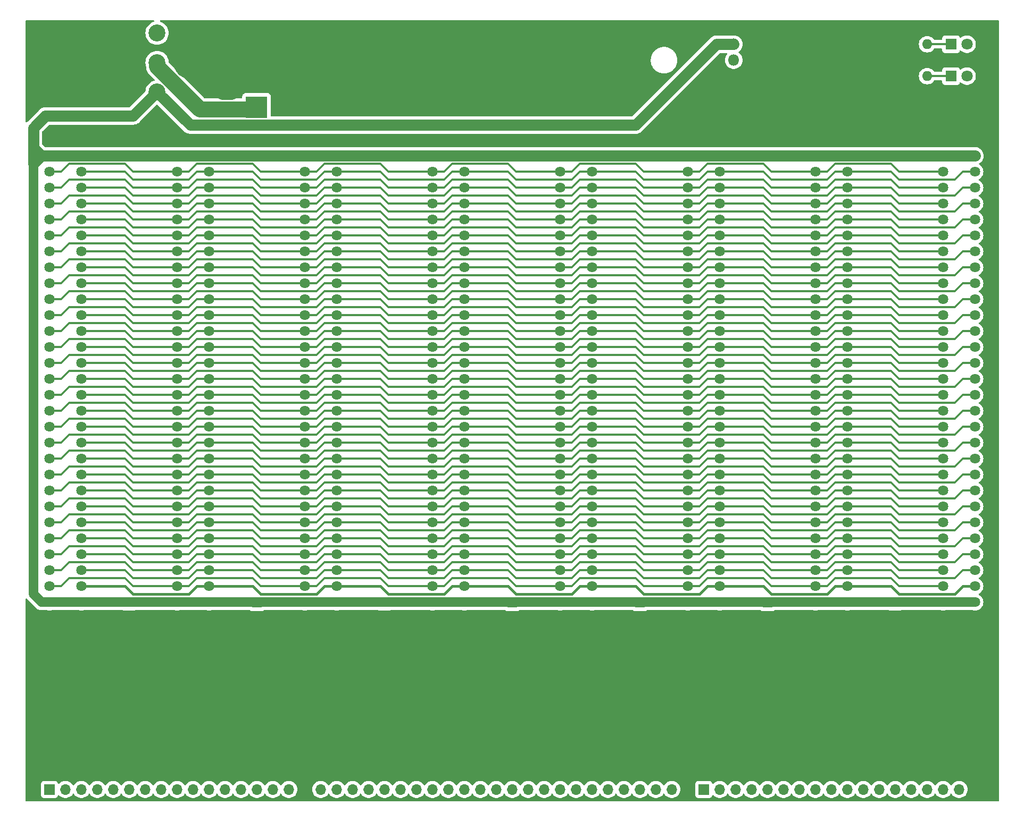
<source format=gtl>
G04 #@! TF.GenerationSoftware,KiCad,Pcbnew,7.0.7*
G04 #@! TF.CreationDate,2023-08-22T15:23:36-04:00*
G04 #@! TF.ProjectId,1 - Backplkane,31202d20-4261-4636-9b70-6c6b616e652e,2*
G04 #@! TF.SameCoordinates,Original*
G04 #@! TF.FileFunction,Copper,L1,Top*
G04 #@! TF.FilePolarity,Positive*
%FSLAX46Y46*%
G04 Gerber Fmt 4.6, Leading zero omitted, Abs format (unit mm)*
G04 Created by KiCad (PCBNEW 7.0.7) date 2023-08-22 15:23:36*
%MOMM*%
%LPD*%
G01*
G04 APERTURE LIST*
G04 Aperture macros list*
%AMRoundRect*
0 Rectangle with rounded corners*
0 $1 Rounding radius*
0 $2 $3 $4 $5 $6 $7 $8 $9 X,Y pos of 4 corners*
0 Add a 4 corners polygon primitive as box body*
4,1,4,$2,$3,$4,$5,$6,$7,$8,$9,$2,$3,0*
0 Add four circle primitives for the rounded corners*
1,1,$1+$1,$2,$3*
1,1,$1+$1,$4,$5*
1,1,$1+$1,$6,$7*
1,1,$1+$1,$8,$9*
0 Add four rect primitives between the rounded corners*
20,1,$1+$1,$2,$3,$4,$5,0*
20,1,$1+$1,$4,$5,$6,$7,0*
20,1,$1+$1,$6,$7,$8,$9,0*
20,1,$1+$1,$8,$9,$2,$3,0*%
G04 Aperture macros list end*
G04 #@! TA.AperFunction,ComponentPad*
%ADD10C,0.800000*%
G04 #@! TD*
G04 #@! TA.AperFunction,ComponentPad*
%ADD11C,6.400000*%
G04 #@! TD*
G04 #@! TA.AperFunction,ComponentPad*
%ADD12R,1.600000X1.600000*%
G04 #@! TD*
G04 #@! TA.AperFunction,ComponentPad*
%ADD13C,1.600000*%
G04 #@! TD*
G04 #@! TA.AperFunction,ComponentPad*
%ADD14R,3.500000X3.500000*%
G04 #@! TD*
G04 #@! TA.AperFunction,ComponentPad*
%ADD15RoundRect,0.750000X-1.000000X0.750000X-1.000000X-0.750000X1.000000X-0.750000X1.000000X0.750000X0*%
G04 #@! TD*
G04 #@! TA.AperFunction,ComponentPad*
%ADD16RoundRect,0.875000X-0.875000X0.875000X-0.875000X-0.875000X0.875000X-0.875000X0.875000X0.875000X0*%
G04 #@! TD*
G04 #@! TA.AperFunction,ComponentPad*
%ADD17R,1.800000X1.800000*%
G04 #@! TD*
G04 #@! TA.AperFunction,ComponentPad*
%ADD18O,1.800000X1.800000*%
G04 #@! TD*
G04 #@! TA.AperFunction,ComponentPad*
%ADD19O,1.600000X1.600000*%
G04 #@! TD*
G04 #@! TA.AperFunction,ComponentPad*
%ADD20R,1.638000X1.638000*%
G04 #@! TD*
G04 #@! TA.AperFunction,ComponentPad*
%ADD21C,1.638000*%
G04 #@! TD*
G04 #@! TA.AperFunction,ComponentPad*
%ADD22C,1.800000*%
G04 #@! TD*
G04 #@! TA.AperFunction,ComponentPad*
%ADD23R,1.700000X1.700000*%
G04 #@! TD*
G04 #@! TA.AperFunction,ComponentPad*
%ADD24O,1.700000X1.700000*%
G04 #@! TD*
G04 #@! TA.AperFunction,ComponentPad*
%ADD25C,2.700000*%
G04 #@! TD*
G04 #@! TA.AperFunction,Conductor*
%ADD26C,2.500000*%
G04 #@! TD*
G04 #@! TA.AperFunction,Conductor*
%ADD27C,1.750000*%
G04 #@! TD*
G04 #@! TA.AperFunction,Conductor*
%ADD28C,1.500000*%
G04 #@! TD*
G04 #@! TA.AperFunction,Conductor*
%ADD29C,0.750000*%
G04 #@! TD*
G04 #@! TA.AperFunction,Conductor*
%ADD30C,0.333000*%
G04 #@! TD*
G04 #@! TA.AperFunction,Conductor*
%ADD31C,0.450000*%
G04 #@! TD*
G04 APERTURE END LIST*
D10*
X161430000Y-41910000D03*
X162132944Y-40212944D03*
X162132944Y-43607056D03*
X163830000Y-39510000D03*
D11*
X163830000Y-41910000D03*
D10*
X163830000Y-44310000D03*
X165527056Y-40212944D03*
X165527056Y-43607056D03*
X166230000Y-41910000D03*
D12*
X92710000Y-128270000D03*
D13*
X92710000Y-130770000D03*
D14*
X72331500Y-49434000D03*
D15*
X72331500Y-43434000D03*
D16*
X67631500Y-46434000D03*
D12*
X52070000Y-57062379D03*
D13*
X52070000Y-54562379D03*
D10*
X39510000Y-143510000D03*
X40212944Y-141812944D03*
X40212944Y-145207056D03*
X41910000Y-141110000D03*
D11*
X41910000Y-143510000D03*
D10*
X41910000Y-145910000D03*
X43607056Y-141812944D03*
X43607056Y-145207056D03*
X44310000Y-143510000D03*
D12*
X113030000Y-128357621D03*
D13*
X113030000Y-130857621D03*
D17*
X148295000Y-44450000D03*
D18*
X148295000Y-41910000D03*
X148295000Y-39370000D03*
D12*
X52070000Y-128270000D03*
D13*
X52070000Y-130770000D03*
X168910000Y-44450000D03*
D19*
X179070000Y-44450000D03*
D20*
X85090000Y-54610000D03*
D21*
X85090000Y-57150000D03*
X85090000Y-59690000D03*
X85090000Y-62230000D03*
X85090000Y-64770000D03*
X85090000Y-67310000D03*
X85090000Y-69850000D03*
X85090000Y-72390000D03*
X85090000Y-74930000D03*
X85090000Y-77470000D03*
X85090000Y-80010000D03*
X85090000Y-82550000D03*
X85090000Y-85090000D03*
X85090000Y-87630000D03*
X85090000Y-90170000D03*
X85090000Y-92710000D03*
X85090000Y-95250000D03*
X85090000Y-97790000D03*
X85090000Y-100330000D03*
X85090000Y-102870000D03*
X85090000Y-105410000D03*
X85090000Y-107950000D03*
X85090000Y-110490000D03*
X85090000Y-113030000D03*
X85090000Y-115570000D03*
X85090000Y-118110000D03*
X85090000Y-120650000D03*
X85090000Y-123190000D03*
X85090000Y-125730000D03*
X85090000Y-128270000D03*
X85090000Y-130810000D03*
X80010000Y-54610000D03*
X80010000Y-57150000D03*
X80010000Y-59690000D03*
X80010000Y-62230000D03*
X80010000Y-64770000D03*
X80010000Y-67310000D03*
X80010000Y-69850000D03*
X80010000Y-72390000D03*
X80010000Y-74930000D03*
X80010000Y-77470000D03*
X80010000Y-80010000D03*
X80010000Y-82550000D03*
X80010000Y-85090000D03*
X80010000Y-87630000D03*
X80010000Y-90170000D03*
X80010000Y-92710000D03*
X80010000Y-95250000D03*
X80010000Y-97790000D03*
X80010000Y-100330000D03*
X80010000Y-102870000D03*
X80010000Y-105410000D03*
X80010000Y-107950000D03*
X80010000Y-110490000D03*
X80010000Y-113030000D03*
X80010000Y-115570000D03*
X80010000Y-118110000D03*
X80010000Y-120650000D03*
X80010000Y-123190000D03*
X80010000Y-125730000D03*
X80010000Y-128270000D03*
X80010000Y-130810000D03*
D20*
X105410000Y-54610000D03*
D21*
X105410000Y-57150000D03*
X105410000Y-59690000D03*
X105410000Y-62230000D03*
X105410000Y-64770000D03*
X105410000Y-67310000D03*
X105410000Y-69850000D03*
X105410000Y-72390000D03*
X105410000Y-74930000D03*
X105410000Y-77470000D03*
X105410000Y-80010000D03*
X105410000Y-82550000D03*
X105410000Y-85090000D03*
X105410000Y-87630000D03*
X105410000Y-90170000D03*
X105410000Y-92710000D03*
X105410000Y-95250000D03*
X105410000Y-97790000D03*
X105410000Y-100330000D03*
X105410000Y-102870000D03*
X105410000Y-105410000D03*
X105410000Y-107950000D03*
X105410000Y-110490000D03*
X105410000Y-113030000D03*
X105410000Y-115570000D03*
X105410000Y-118110000D03*
X105410000Y-120650000D03*
X105410000Y-123190000D03*
X105410000Y-125730000D03*
X105410000Y-128270000D03*
X105410000Y-130810000D03*
X100330000Y-54610000D03*
X100330000Y-57150000D03*
X100330000Y-59690000D03*
X100330000Y-62230000D03*
X100330000Y-64770000D03*
X100330000Y-67310000D03*
X100330000Y-69850000D03*
X100330000Y-72390000D03*
X100330000Y-74930000D03*
X100330000Y-77470000D03*
X100330000Y-80010000D03*
X100330000Y-82550000D03*
X100330000Y-85090000D03*
X100330000Y-87630000D03*
X100330000Y-90170000D03*
X100330000Y-92710000D03*
X100330000Y-95250000D03*
X100330000Y-97790000D03*
X100330000Y-100330000D03*
X100330000Y-102870000D03*
X100330000Y-105410000D03*
X100330000Y-107950000D03*
X100330000Y-110490000D03*
X100330000Y-113030000D03*
X100330000Y-115570000D03*
X100330000Y-118110000D03*
X100330000Y-120650000D03*
X100330000Y-123190000D03*
X100330000Y-125730000D03*
X100330000Y-128270000D03*
X100330000Y-130810000D03*
D20*
X186690000Y-54610000D03*
D21*
X186690000Y-57150000D03*
X186690000Y-59690000D03*
X186690000Y-62230000D03*
X186690000Y-64770000D03*
X186690000Y-67310000D03*
X186690000Y-69850000D03*
X186690000Y-72390000D03*
X186690000Y-74930000D03*
X186690000Y-77470000D03*
X186690000Y-80010000D03*
X186690000Y-82550000D03*
X186690000Y-85090000D03*
X186690000Y-87630000D03*
X186690000Y-90170000D03*
X186690000Y-92710000D03*
X186690000Y-95250000D03*
X186690000Y-97790000D03*
X186690000Y-100330000D03*
X186690000Y-102870000D03*
X186690000Y-105410000D03*
X186690000Y-107950000D03*
X186690000Y-110490000D03*
X186690000Y-113030000D03*
X186690000Y-115570000D03*
X186690000Y-118110000D03*
X186690000Y-120650000D03*
X186690000Y-123190000D03*
X186690000Y-125730000D03*
X186690000Y-128270000D03*
X186690000Y-130810000D03*
X181610000Y-54610000D03*
X181610000Y-57150000D03*
X181610000Y-59690000D03*
X181610000Y-62230000D03*
X181610000Y-64770000D03*
X181610000Y-67310000D03*
X181610000Y-69850000D03*
X181610000Y-72390000D03*
X181610000Y-74930000D03*
X181610000Y-77470000D03*
X181610000Y-80010000D03*
X181610000Y-82550000D03*
X181610000Y-85090000D03*
X181610000Y-87630000D03*
X181610000Y-90170000D03*
X181610000Y-92710000D03*
X181610000Y-95250000D03*
X181610000Y-97790000D03*
X181610000Y-100330000D03*
X181610000Y-102870000D03*
X181610000Y-105410000D03*
X181610000Y-107950000D03*
X181610000Y-110490000D03*
X181610000Y-113030000D03*
X181610000Y-115570000D03*
X181610000Y-118110000D03*
X181610000Y-120650000D03*
X181610000Y-123190000D03*
X181610000Y-125730000D03*
X181610000Y-128270000D03*
X181610000Y-130810000D03*
D17*
X182875000Y-44450000D03*
D22*
X185415000Y-44450000D03*
D13*
X168910000Y-39370000D03*
D19*
X179070000Y-39370000D03*
D12*
X113030000Y-57062379D03*
D13*
X113030000Y-54562379D03*
D12*
X92710000Y-57062379D03*
D13*
X92710000Y-54562379D03*
D20*
X64770000Y-54610000D03*
D21*
X64770000Y-57150000D03*
X64770000Y-59690000D03*
X64770000Y-62230000D03*
X64770000Y-64770000D03*
X64770000Y-67310000D03*
X64770000Y-69850000D03*
X64770000Y-72390000D03*
X64770000Y-74930000D03*
X64770000Y-77470000D03*
X64770000Y-80010000D03*
X64770000Y-82550000D03*
X64770000Y-85090000D03*
X64770000Y-87630000D03*
X64770000Y-90170000D03*
X64770000Y-92710000D03*
X64770000Y-95250000D03*
X64770000Y-97790000D03*
X64770000Y-100330000D03*
X64770000Y-102870000D03*
X64770000Y-105410000D03*
X64770000Y-107950000D03*
X64770000Y-110490000D03*
X64770000Y-113030000D03*
X64770000Y-115570000D03*
X64770000Y-118110000D03*
X64770000Y-120650000D03*
X64770000Y-123190000D03*
X64770000Y-125730000D03*
X64770000Y-128270000D03*
X64770000Y-130810000D03*
X59690000Y-54610000D03*
X59690000Y-57150000D03*
X59690000Y-59690000D03*
X59690000Y-62230000D03*
X59690000Y-64770000D03*
X59690000Y-67310000D03*
X59690000Y-69850000D03*
X59690000Y-72390000D03*
X59690000Y-74930000D03*
X59690000Y-77470000D03*
X59690000Y-80010000D03*
X59690000Y-82550000D03*
X59690000Y-85090000D03*
X59690000Y-87630000D03*
X59690000Y-90170000D03*
X59690000Y-92710000D03*
X59690000Y-95250000D03*
X59690000Y-97790000D03*
X59690000Y-100330000D03*
X59690000Y-102870000D03*
X59690000Y-105410000D03*
X59690000Y-107950000D03*
X59690000Y-110490000D03*
X59690000Y-113030000D03*
X59690000Y-115570000D03*
X59690000Y-118110000D03*
X59690000Y-120650000D03*
X59690000Y-123190000D03*
X59690000Y-125730000D03*
X59690000Y-128270000D03*
X59690000Y-130810000D03*
D10*
X110630000Y-143510000D03*
X111332944Y-141812944D03*
X111332944Y-145207056D03*
X113030000Y-141110000D03*
D11*
X113030000Y-143510000D03*
D10*
X113030000Y-145910000D03*
X114727056Y-141812944D03*
X114727056Y-145207056D03*
X115430000Y-143510000D03*
D12*
X133350000Y-57062379D03*
D13*
X133350000Y-54562379D03*
D12*
X153670000Y-57062379D03*
D13*
X153670000Y-54562379D03*
D23*
X143525000Y-158115000D03*
D24*
X146065000Y-158115000D03*
X148605000Y-158115000D03*
X151145000Y-158115000D03*
X153685000Y-158115000D03*
X156225000Y-158115000D03*
X158765000Y-158115000D03*
X161305000Y-158115000D03*
X163845000Y-158115000D03*
X166385000Y-158115000D03*
X168925000Y-158115000D03*
X171465000Y-158115000D03*
X174005000Y-158115000D03*
X176545000Y-158115000D03*
X179085000Y-158115000D03*
X181625000Y-158115000D03*
X184165000Y-158115000D03*
X186705000Y-158115000D03*
D12*
X173990000Y-128270000D03*
D13*
X173990000Y-130770000D03*
D25*
X56515000Y-46990000D03*
X56515000Y-42290000D03*
X56515000Y-37590000D03*
X43815000Y-44830000D03*
X43815000Y-39750000D03*
D12*
X173990000Y-57150000D03*
D13*
X173990000Y-54650000D03*
D10*
X59830000Y-41910000D03*
X60532944Y-40212944D03*
X60532944Y-43607056D03*
X62230000Y-39510000D03*
D11*
X62230000Y-41910000D03*
D10*
X62230000Y-44310000D03*
X63927056Y-40212944D03*
X63927056Y-43607056D03*
X64630000Y-41910000D03*
D17*
X182875000Y-39370000D03*
D22*
X185415000Y-39370000D03*
D12*
X72390000Y-57150000D03*
D13*
X72390000Y-54650000D03*
D12*
X133350000Y-128357621D03*
D13*
X133350000Y-130857621D03*
D20*
X44450000Y-54610000D03*
D21*
X44450000Y-57150000D03*
X44450000Y-59690000D03*
X44450000Y-62230000D03*
X44450000Y-64770000D03*
X44450000Y-67310000D03*
X44450000Y-69850000D03*
X44450000Y-72390000D03*
X44450000Y-74930000D03*
X44450000Y-77470000D03*
X44450000Y-80010000D03*
X44450000Y-82550000D03*
X44450000Y-85090000D03*
X44450000Y-87630000D03*
X44450000Y-90170000D03*
X44450000Y-92710000D03*
X44450000Y-95250000D03*
X44450000Y-97790000D03*
X44450000Y-100330000D03*
X44450000Y-102870000D03*
X44450000Y-105410000D03*
X44450000Y-107950000D03*
X44450000Y-110490000D03*
X44450000Y-113030000D03*
X44450000Y-115570000D03*
X44450000Y-118110000D03*
X44450000Y-120650000D03*
X44450000Y-123190000D03*
X44450000Y-125730000D03*
X44450000Y-128270000D03*
X44450000Y-130810000D03*
X39370000Y-54610000D03*
X39370000Y-57150000D03*
X39370000Y-59690000D03*
X39370000Y-62230000D03*
X39370000Y-64770000D03*
X39370000Y-67310000D03*
X39370000Y-69850000D03*
X39370000Y-72390000D03*
X39370000Y-74930000D03*
X39370000Y-77470000D03*
X39370000Y-80010000D03*
X39370000Y-82550000D03*
X39370000Y-85090000D03*
X39370000Y-87630000D03*
X39370000Y-90170000D03*
X39370000Y-92710000D03*
X39370000Y-95250000D03*
X39370000Y-97790000D03*
X39370000Y-100330000D03*
X39370000Y-102870000D03*
X39370000Y-105410000D03*
X39370000Y-107950000D03*
X39370000Y-110490000D03*
X39370000Y-113030000D03*
X39370000Y-115570000D03*
X39370000Y-118110000D03*
X39370000Y-120650000D03*
X39370000Y-123190000D03*
X39370000Y-125730000D03*
X39370000Y-128270000D03*
X39370000Y-130810000D03*
D23*
X39375000Y-158115000D03*
D24*
X41915000Y-158115000D03*
X44455000Y-158115000D03*
X46995000Y-158115000D03*
X49535000Y-158115000D03*
X52075000Y-158115000D03*
X54615000Y-158115000D03*
X57155000Y-158115000D03*
X59695000Y-158115000D03*
X62235000Y-158115000D03*
X64775000Y-158115000D03*
X67315000Y-158115000D03*
X69855000Y-158115000D03*
X72395000Y-158115000D03*
X74935000Y-158115000D03*
X77475000Y-158115000D03*
X80015000Y-158115000D03*
X82555000Y-158115000D03*
X85095000Y-158115000D03*
X87635000Y-158115000D03*
X90175000Y-158115000D03*
X92715000Y-158115000D03*
X95255000Y-158115000D03*
X97795000Y-158115000D03*
X100335000Y-158115000D03*
X102875000Y-158115000D03*
X105415000Y-158115000D03*
X107955000Y-158115000D03*
X110495000Y-158115000D03*
X113035000Y-158115000D03*
X115575000Y-158115000D03*
X118115000Y-158115000D03*
X120655000Y-158115000D03*
X123195000Y-158115000D03*
X125735000Y-158115000D03*
X128275000Y-158115000D03*
X130815000Y-158115000D03*
X133355000Y-158115000D03*
X135895000Y-158115000D03*
X138435000Y-158115000D03*
D20*
X125730000Y-54610000D03*
D21*
X125730000Y-57150000D03*
X125730000Y-59690000D03*
X125730000Y-62230000D03*
X125730000Y-64770000D03*
X125730000Y-67310000D03*
X125730000Y-69850000D03*
X125730000Y-72390000D03*
X125730000Y-74930000D03*
X125730000Y-77470000D03*
X125730000Y-80010000D03*
X125730000Y-82550000D03*
X125730000Y-85090000D03*
X125730000Y-87630000D03*
X125730000Y-90170000D03*
X125730000Y-92710000D03*
X125730000Y-95250000D03*
X125730000Y-97790000D03*
X125730000Y-100330000D03*
X125730000Y-102870000D03*
X125730000Y-105410000D03*
X125730000Y-107950000D03*
X125730000Y-110490000D03*
X125730000Y-113030000D03*
X125730000Y-115570000D03*
X125730000Y-118110000D03*
X125730000Y-120650000D03*
X125730000Y-123190000D03*
X125730000Y-125730000D03*
X125730000Y-128270000D03*
X125730000Y-130810000D03*
X120650000Y-54610000D03*
X120650000Y-57150000D03*
X120650000Y-59690000D03*
X120650000Y-62230000D03*
X120650000Y-64770000D03*
X120650000Y-67310000D03*
X120650000Y-69850000D03*
X120650000Y-72390000D03*
X120650000Y-74930000D03*
X120650000Y-77470000D03*
X120650000Y-80010000D03*
X120650000Y-82550000D03*
X120650000Y-85090000D03*
X120650000Y-87630000D03*
X120650000Y-90170000D03*
X120650000Y-92710000D03*
X120650000Y-95250000D03*
X120650000Y-97790000D03*
X120650000Y-100330000D03*
X120650000Y-102870000D03*
X120650000Y-105410000D03*
X120650000Y-107950000D03*
X120650000Y-110490000D03*
X120650000Y-113030000D03*
X120650000Y-115570000D03*
X120650000Y-118110000D03*
X120650000Y-120650000D03*
X120650000Y-123190000D03*
X120650000Y-125730000D03*
X120650000Y-128270000D03*
X120650000Y-130810000D03*
D10*
X110630000Y-41910000D03*
X111332944Y-40212944D03*
X111332944Y-43607056D03*
X113030000Y-39510000D03*
D11*
X113030000Y-41910000D03*
D10*
X113030000Y-44310000D03*
X114727056Y-40212944D03*
X114727056Y-43607056D03*
X115430000Y-41910000D03*
D12*
X72390000Y-128357621D03*
D13*
X72390000Y-130857621D03*
D12*
X153670000Y-128357621D03*
D13*
X153670000Y-130857621D03*
D10*
X181750000Y-143510000D03*
X182452944Y-141812944D03*
X182452944Y-145207056D03*
X184150000Y-141110000D03*
D11*
X184150000Y-143510000D03*
D10*
X184150000Y-145910000D03*
X185847056Y-141812944D03*
X185847056Y-145207056D03*
X186550000Y-143510000D03*
D20*
X166370000Y-54610000D03*
D21*
X166370000Y-57150000D03*
X166370000Y-59690000D03*
X166370000Y-62230000D03*
X166370000Y-64770000D03*
X166370000Y-67310000D03*
X166370000Y-69850000D03*
X166370000Y-72390000D03*
X166370000Y-74930000D03*
X166370000Y-77470000D03*
X166370000Y-80010000D03*
X166370000Y-82550000D03*
X166370000Y-85090000D03*
X166370000Y-87630000D03*
X166370000Y-90170000D03*
X166370000Y-92710000D03*
X166370000Y-95250000D03*
X166370000Y-97790000D03*
X166370000Y-100330000D03*
X166370000Y-102870000D03*
X166370000Y-105410000D03*
X166370000Y-107950000D03*
X166370000Y-110490000D03*
X166370000Y-113030000D03*
X166370000Y-115570000D03*
X166370000Y-118110000D03*
X166370000Y-120650000D03*
X166370000Y-123190000D03*
X166370000Y-125730000D03*
X166370000Y-128270000D03*
X166370000Y-130810000D03*
X161290000Y-54610000D03*
X161290000Y-57150000D03*
X161290000Y-59690000D03*
X161290000Y-62230000D03*
X161290000Y-64770000D03*
X161290000Y-67310000D03*
X161290000Y-69850000D03*
X161290000Y-72390000D03*
X161290000Y-74930000D03*
X161290000Y-77470000D03*
X161290000Y-80010000D03*
X161290000Y-82550000D03*
X161290000Y-85090000D03*
X161290000Y-87630000D03*
X161290000Y-90170000D03*
X161290000Y-92710000D03*
X161290000Y-95250000D03*
X161290000Y-97790000D03*
X161290000Y-100330000D03*
X161290000Y-102870000D03*
X161290000Y-105410000D03*
X161290000Y-107950000D03*
X161290000Y-110490000D03*
X161290000Y-113030000D03*
X161290000Y-115570000D03*
X161290000Y-118110000D03*
X161290000Y-120650000D03*
X161290000Y-123190000D03*
X161290000Y-125730000D03*
X161290000Y-128270000D03*
X161290000Y-130810000D03*
D20*
X146050000Y-54610000D03*
D21*
X146050000Y-57150000D03*
X146050000Y-59690000D03*
X146050000Y-62230000D03*
X146050000Y-64770000D03*
X146050000Y-67310000D03*
X146050000Y-69850000D03*
X146050000Y-72390000D03*
X146050000Y-74930000D03*
X146050000Y-77470000D03*
X146050000Y-80010000D03*
X146050000Y-82550000D03*
X146050000Y-85090000D03*
X146050000Y-87630000D03*
X146050000Y-90170000D03*
X146050000Y-92710000D03*
X146050000Y-95250000D03*
X146050000Y-97790000D03*
X146050000Y-100330000D03*
X146050000Y-102870000D03*
X146050000Y-105410000D03*
X146050000Y-107950000D03*
X146050000Y-110490000D03*
X146050000Y-113030000D03*
X146050000Y-115570000D03*
X146050000Y-118110000D03*
X146050000Y-120650000D03*
X146050000Y-123190000D03*
X146050000Y-125730000D03*
X146050000Y-128270000D03*
X146050000Y-130810000D03*
X140970000Y-54610000D03*
X140970000Y-57150000D03*
X140970000Y-59690000D03*
X140970000Y-62230000D03*
X140970000Y-64770000D03*
X140970000Y-67310000D03*
X140970000Y-69850000D03*
X140970000Y-72390000D03*
X140970000Y-74930000D03*
X140970000Y-77470000D03*
X140970000Y-80010000D03*
X140970000Y-82550000D03*
X140970000Y-85090000D03*
X140970000Y-87630000D03*
X140970000Y-90170000D03*
X140970000Y-92710000D03*
X140970000Y-95250000D03*
X140970000Y-97790000D03*
X140970000Y-100330000D03*
X140970000Y-102870000D03*
X140970000Y-105410000D03*
X140970000Y-107950000D03*
X140970000Y-110490000D03*
X140970000Y-113030000D03*
X140970000Y-115570000D03*
X140970000Y-118110000D03*
X140970000Y-120650000D03*
X140970000Y-123190000D03*
X140970000Y-125730000D03*
X140970000Y-128270000D03*
X140970000Y-130810000D03*
D26*
X63373000Y-49784000D02*
X71981500Y-49784000D01*
X71981500Y-49784000D02*
X72331500Y-49434000D01*
X56515000Y-42926000D02*
X63373000Y-49784000D01*
X56515000Y-42290000D02*
X56515000Y-42926000D01*
D27*
X36830000Y-58420000D02*
X36830000Y-57150000D01*
X36830000Y-57150000D02*
X36830000Y-52705000D01*
X132656000Y-52259000D02*
X145545000Y-39370000D01*
X36830000Y-52705000D02*
X38735000Y-50800000D01*
X56515000Y-46990000D02*
X61784000Y-52259000D01*
X38100000Y-57150000D02*
X36830000Y-58420000D01*
X52705000Y-50800000D02*
X56515000Y-46990000D01*
X61784000Y-52259000D02*
X132656000Y-52259000D01*
X38100000Y-57150000D02*
X36830000Y-55880000D01*
D28*
X39370000Y-128270000D02*
X38100000Y-128270000D01*
X39370000Y-128270000D02*
X186690000Y-128270000D01*
D27*
X39370000Y-57150000D02*
X36830000Y-57150000D01*
X39370000Y-57150000D02*
X186690000Y-57150000D01*
D28*
X38100000Y-128270000D02*
X36830000Y-127000000D01*
D27*
X39370000Y-57150000D02*
X38100000Y-57150000D01*
X145545000Y-39370000D02*
X148295000Y-39370000D01*
X38735000Y-50800000D02*
X52705000Y-50800000D01*
D28*
X36830000Y-127000000D02*
X36830000Y-58420000D01*
D26*
X67631500Y-46434000D02*
X67631500Y-45406500D01*
D29*
X44070000Y-40005000D02*
X43815000Y-39750000D01*
D27*
X187960000Y-54610000D02*
X189230000Y-55880000D01*
D30*
X163830000Y-41910000D02*
X166370000Y-39370000D01*
D29*
X62230000Y-41910000D02*
X60325000Y-40005000D01*
D27*
X186690000Y-54610000D02*
X187960000Y-54610000D01*
D26*
X66754000Y-46434000D02*
X62230000Y-41910000D01*
D27*
X186690000Y-54610000D02*
X39370000Y-54610000D01*
D30*
X166370000Y-39370000D02*
X168910000Y-39370000D01*
D27*
X189230000Y-55880000D02*
X189230000Y-129540000D01*
X187960000Y-130810000D02*
X186690000Y-130810000D01*
D26*
X67631500Y-46033500D02*
X70231000Y-43434000D01*
X67631500Y-46434000D02*
X67631500Y-46033500D01*
D27*
X148295000Y-44450000D02*
X148295000Y-52365000D01*
D26*
X69331500Y-46434000D02*
X72331500Y-43434000D01*
X65659000Y-43434000D02*
X63754000Y-43434000D01*
D30*
X168910000Y-44450000D02*
X166370000Y-44450000D01*
D27*
X189230000Y-129540000D02*
X187960000Y-130810000D01*
X186690000Y-130810000D02*
X39370000Y-130810000D01*
D26*
X67631500Y-46434000D02*
X66754000Y-46434000D01*
X43815000Y-39750000D02*
X43815000Y-44830000D01*
X67631500Y-46434000D02*
X69331500Y-46434000D01*
D30*
X166370000Y-44450000D02*
X163830000Y-41910000D01*
D29*
X60325000Y-40005000D02*
X44070000Y-40005000D01*
D26*
X67631500Y-45406500D02*
X65659000Y-43434000D01*
X63754000Y-43434000D02*
X62230000Y-41910000D01*
X72331500Y-43434000D02*
X70231000Y-43434000D01*
D27*
X148295000Y-52365000D02*
X146050000Y-54610000D01*
D26*
X70231000Y-43434000D02*
X65659000Y-43434000D01*
D30*
X179070000Y-44450000D02*
X182875000Y-44450000D01*
X144145000Y-59690000D02*
X142875000Y-60960000D01*
X92075000Y-59690000D02*
X85090000Y-59690000D01*
X52705000Y-60960000D02*
X51435000Y-59690000D01*
X113665000Y-60960000D02*
X112395000Y-59690000D01*
X93345000Y-60960000D02*
X92075000Y-59690000D01*
X83185000Y-59690000D02*
X81915000Y-60960000D01*
X71755000Y-59690000D02*
X64770000Y-59690000D01*
X164465000Y-59690000D02*
X163195000Y-60960000D01*
X153035000Y-59690000D02*
X146050000Y-59690000D01*
X166370000Y-59690000D02*
X164465000Y-59690000D01*
X174625000Y-60960000D02*
X173355000Y-59690000D01*
X184785000Y-59690000D02*
X183515000Y-60960000D01*
X81915000Y-60960000D02*
X73025000Y-60960000D01*
X112395000Y-59690000D02*
X105410000Y-59690000D01*
X173355000Y-59690000D02*
X166370000Y-59690000D01*
X122555000Y-60960000D02*
X113665000Y-60960000D01*
X142875000Y-60960000D02*
X133985000Y-60960000D01*
X125730000Y-59690000D02*
X123825000Y-59690000D01*
X61595000Y-60960000D02*
X52705000Y-60960000D01*
X146050000Y-59690000D02*
X144145000Y-59690000D01*
X62865000Y-59690000D02*
X61595000Y-60960000D01*
X103505000Y-59690000D02*
X102235000Y-60960000D01*
X123825000Y-59690000D02*
X122555000Y-60960000D01*
X183515000Y-60960000D02*
X174625000Y-60960000D01*
X186690000Y-59690000D02*
X184785000Y-59690000D01*
X85090000Y-59690000D02*
X83185000Y-59690000D01*
X163195000Y-60960000D02*
X154305000Y-60960000D01*
X105410000Y-59690000D02*
X103505000Y-59690000D01*
X51435000Y-59690000D02*
X44450000Y-59690000D01*
X102235000Y-60960000D02*
X93345000Y-60960000D01*
X73025000Y-60960000D02*
X71755000Y-59690000D01*
X133985000Y-60960000D02*
X132715000Y-59690000D01*
X64770000Y-59690000D02*
X62865000Y-59690000D01*
X154305000Y-60960000D02*
X153035000Y-59690000D01*
X132715000Y-59690000D02*
X125730000Y-59690000D01*
X125730000Y-62230000D02*
X123825000Y-62230000D01*
X122555000Y-63500000D02*
X113665000Y-63500000D01*
X132715000Y-62230000D02*
X125730000Y-62230000D01*
X144145000Y-62230000D02*
X142875000Y-63500000D01*
X102235000Y-63500000D02*
X93345000Y-63500000D01*
X112395000Y-62230000D02*
X105410000Y-62230000D01*
X105410000Y-62230000D02*
X103505000Y-62230000D01*
X62865000Y-62230000D02*
X61595000Y-63500000D01*
X83185000Y-62230000D02*
X81915000Y-63500000D01*
X64770000Y-62230000D02*
X62865000Y-62230000D01*
X52705000Y-63500000D02*
X51435000Y-62230000D01*
X93345000Y-63500000D02*
X92075000Y-62230000D01*
X153035000Y-62230000D02*
X146050000Y-62230000D01*
X103505000Y-62230000D02*
X102235000Y-63500000D01*
X142875000Y-63500000D02*
X133985000Y-63500000D01*
X113665000Y-63500000D02*
X112395000Y-62230000D01*
X166370000Y-62230000D02*
X164465000Y-62230000D01*
X92075000Y-62230000D02*
X85090000Y-62230000D01*
X154305000Y-63500000D02*
X153035000Y-62230000D01*
X61595000Y-63500000D02*
X52705000Y-63500000D01*
X164465000Y-62230000D02*
X163195000Y-63500000D01*
X51435000Y-62230000D02*
X44450000Y-62230000D01*
X183515000Y-63500000D02*
X174625000Y-63500000D01*
X186690000Y-62230000D02*
X184785000Y-62230000D01*
X73025000Y-63500000D02*
X71755000Y-62230000D01*
X173355000Y-62230000D02*
X166370000Y-62230000D01*
X81915000Y-63500000D02*
X73025000Y-63500000D01*
X85090000Y-62230000D02*
X83185000Y-62230000D01*
X146050000Y-62230000D02*
X144145000Y-62230000D01*
X174625000Y-63500000D02*
X173355000Y-62230000D01*
X184785000Y-62230000D02*
X183515000Y-63500000D01*
X163195000Y-63500000D02*
X154305000Y-63500000D01*
X133985000Y-63500000D02*
X132715000Y-62230000D01*
X123825000Y-62230000D02*
X122555000Y-63500000D01*
X71755000Y-62230000D02*
X64770000Y-62230000D01*
X73025000Y-66040000D02*
X71755000Y-64770000D01*
X122555000Y-66040000D02*
X113665000Y-66040000D01*
X133985000Y-66040000D02*
X132715000Y-64770000D01*
X64770000Y-64770000D02*
X62865000Y-64770000D01*
X102235000Y-66040000D02*
X93345000Y-66040000D01*
X142875000Y-66040000D02*
X133985000Y-66040000D01*
X174625000Y-66040000D02*
X173355000Y-64770000D01*
X93345000Y-66040000D02*
X92075000Y-64770000D01*
X186690000Y-64770000D02*
X184785000Y-64770000D01*
X173355000Y-64770000D02*
X166370000Y-64770000D01*
X132715000Y-64770000D02*
X125730000Y-64770000D01*
X71755000Y-64770000D02*
X64770000Y-64770000D01*
X163195000Y-66040000D02*
X154305000Y-66040000D01*
X51435000Y-64770000D02*
X44450000Y-64770000D01*
X125730000Y-64770000D02*
X123825000Y-64770000D01*
X61595000Y-66040000D02*
X52705000Y-66040000D01*
X103505000Y-64770000D02*
X102235000Y-66040000D01*
X184785000Y-64770000D02*
X183515000Y-66040000D01*
X164465000Y-64770000D02*
X163195000Y-66040000D01*
X62865000Y-64770000D02*
X61595000Y-66040000D01*
X144145000Y-64770000D02*
X142875000Y-66040000D01*
X85090000Y-64770000D02*
X83185000Y-64770000D01*
X92075000Y-64770000D02*
X85090000Y-64770000D01*
X123825000Y-64770000D02*
X122555000Y-66040000D01*
X154305000Y-66040000D02*
X153035000Y-64770000D01*
X166370000Y-64770000D02*
X164465000Y-64770000D01*
X146050000Y-64770000D02*
X144145000Y-64770000D01*
X105410000Y-64770000D02*
X103505000Y-64770000D01*
X183515000Y-66040000D02*
X174625000Y-66040000D01*
X81915000Y-66040000D02*
X73025000Y-66040000D01*
X153035000Y-64770000D02*
X146050000Y-64770000D01*
X52705000Y-66040000D02*
X51435000Y-64770000D01*
X113665000Y-66040000D02*
X112395000Y-64770000D01*
X112395000Y-64770000D02*
X105410000Y-64770000D01*
X83185000Y-64770000D02*
X81915000Y-66040000D01*
X92075000Y-67310000D02*
X85090000Y-67310000D01*
X113665000Y-68580000D02*
X112395000Y-67310000D01*
X186690000Y-67310000D02*
X184785000Y-67310000D01*
X62865000Y-67310000D02*
X61595000Y-68580000D01*
X112395000Y-67310000D02*
X105410000Y-67310000D01*
X184785000Y-67310000D02*
X183515000Y-68580000D01*
X85090000Y-67310000D02*
X83185000Y-67310000D01*
X142875000Y-68580000D02*
X133985000Y-68580000D01*
X105410000Y-67310000D02*
X103505000Y-67310000D01*
X103505000Y-67310000D02*
X102235000Y-68580000D01*
X125730000Y-67310000D02*
X123825000Y-67310000D01*
X61595000Y-68580000D02*
X52705000Y-68580000D01*
X123825000Y-67310000D02*
X122555000Y-68580000D01*
X132715000Y-67310000D02*
X125730000Y-67310000D01*
X52705000Y-68580000D02*
X51435000Y-67310000D01*
X146050000Y-67310000D02*
X144145000Y-67310000D01*
X93345000Y-68580000D02*
X92075000Y-67310000D01*
X83185000Y-67310000D02*
X81915000Y-68580000D01*
X71755000Y-67310000D02*
X64770000Y-67310000D01*
X163195000Y-68580000D02*
X154305000Y-68580000D01*
X81915000Y-68580000D02*
X73025000Y-68580000D01*
X153035000Y-67310000D02*
X146050000Y-67310000D01*
X51435000Y-67310000D02*
X44450000Y-67310000D01*
X154305000Y-68580000D02*
X153035000Y-67310000D01*
X64770000Y-67310000D02*
X62865000Y-67310000D01*
X73025000Y-68580000D02*
X71755000Y-67310000D01*
X164465000Y-67310000D02*
X163195000Y-68580000D01*
X173355000Y-67310000D02*
X166370000Y-67310000D01*
X183515000Y-68580000D02*
X174625000Y-68580000D01*
X122555000Y-68580000D02*
X113665000Y-68580000D01*
X133985000Y-68580000D02*
X132715000Y-67310000D01*
X166370000Y-67310000D02*
X164465000Y-67310000D01*
X174625000Y-68580000D02*
X173355000Y-67310000D01*
X102235000Y-68580000D02*
X93345000Y-68580000D01*
X144145000Y-67310000D02*
X142875000Y-68580000D01*
X71755000Y-69850000D02*
X64770000Y-69850000D01*
X142875000Y-71120000D02*
X133985000Y-71120000D01*
X153035000Y-69850000D02*
X146050000Y-69850000D01*
X81915000Y-71120000D02*
X73025000Y-71120000D01*
X186690000Y-69850000D02*
X184785000Y-69850000D01*
X83185000Y-69850000D02*
X81915000Y-71120000D01*
X102235000Y-71120000D02*
X93345000Y-71120000D01*
X61595000Y-71120000D02*
X52705000Y-71120000D01*
X132715000Y-69850000D02*
X125730000Y-69850000D01*
X146050000Y-69850000D02*
X144145000Y-69850000D01*
X62865000Y-69850000D02*
X61595000Y-71120000D01*
X52705000Y-71120000D02*
X51435000Y-69850000D01*
X113665000Y-71120000D02*
X112395000Y-69850000D01*
X174625000Y-71120000D02*
X173355000Y-69850000D01*
X85090000Y-69850000D02*
X83185000Y-69850000D01*
X112395000Y-69850000D02*
X105410000Y-69850000D01*
X103505000Y-69850000D02*
X102235000Y-71120000D01*
X92075000Y-69850000D02*
X85090000Y-69850000D01*
X144145000Y-69850000D02*
X142875000Y-71120000D01*
X122555000Y-71120000D02*
X113665000Y-71120000D01*
X51435000Y-69850000D02*
X44450000Y-69850000D01*
X123825000Y-69850000D02*
X122555000Y-71120000D01*
X73025000Y-71120000D02*
X71755000Y-69850000D01*
X93345000Y-71120000D02*
X92075000Y-69850000D01*
X125730000Y-69850000D02*
X123825000Y-69850000D01*
X184785000Y-69850000D02*
X183515000Y-71120000D01*
X64770000Y-69850000D02*
X62865000Y-69850000D01*
X105410000Y-69850000D02*
X103505000Y-69850000D01*
X164465000Y-69850000D02*
X163195000Y-71120000D01*
X173355000Y-69850000D02*
X166370000Y-69850000D01*
X133985000Y-71120000D02*
X132715000Y-69850000D01*
X163195000Y-71120000D02*
X154305000Y-71120000D01*
X166370000Y-69850000D02*
X164465000Y-69850000D01*
X183515000Y-71120000D02*
X174625000Y-71120000D01*
X154305000Y-71120000D02*
X153035000Y-69850000D01*
X73025000Y-73660000D02*
X71755000Y-72390000D01*
X85090000Y-72390000D02*
X83185000Y-72390000D01*
X183515000Y-73660000D02*
X174625000Y-73660000D01*
X92075000Y-72390000D02*
X85090000Y-72390000D01*
X71755000Y-72390000D02*
X64770000Y-72390000D01*
X123825000Y-72390000D02*
X122555000Y-73660000D01*
X122555000Y-73660000D02*
X113665000Y-73660000D01*
X112395000Y-72390000D02*
X105410000Y-72390000D01*
X81915000Y-73660000D02*
X73025000Y-73660000D01*
X164465000Y-72390000D02*
X163195000Y-73660000D01*
X166370000Y-72390000D02*
X164465000Y-72390000D01*
X51435000Y-72390000D02*
X44450000Y-72390000D01*
X133985000Y-73660000D02*
X132715000Y-72390000D01*
X103505000Y-72390000D02*
X102235000Y-73660000D01*
X62865000Y-72390000D02*
X61595000Y-73660000D01*
X105410000Y-72390000D02*
X103505000Y-72390000D01*
X144145000Y-72390000D02*
X142875000Y-73660000D01*
X61595000Y-73660000D02*
X52705000Y-73660000D01*
X125730000Y-72390000D02*
X123825000Y-72390000D01*
X163195000Y-73660000D02*
X154305000Y-73660000D01*
X93345000Y-73660000D02*
X92075000Y-72390000D01*
X52705000Y-73660000D02*
X51435000Y-72390000D01*
X83185000Y-72390000D02*
X81915000Y-73660000D01*
X173355000Y-72390000D02*
X166370000Y-72390000D01*
X174625000Y-73660000D02*
X173355000Y-72390000D01*
X186690000Y-72390000D02*
X184785000Y-72390000D01*
X102235000Y-73660000D02*
X93345000Y-73660000D01*
X154305000Y-73660000D02*
X153035000Y-72390000D01*
X184785000Y-72390000D02*
X183515000Y-73660000D01*
X132715000Y-72390000D02*
X125730000Y-72390000D01*
X142875000Y-73660000D02*
X133985000Y-73660000D01*
X64770000Y-72390000D02*
X62865000Y-72390000D01*
X113665000Y-73660000D02*
X112395000Y-72390000D01*
X153035000Y-72390000D02*
X146050000Y-72390000D01*
X146050000Y-72390000D02*
X144145000Y-72390000D01*
X163195000Y-76200000D02*
X154305000Y-76200000D01*
X186690000Y-74930000D02*
X184785000Y-74930000D01*
X93345000Y-76200000D02*
X92075000Y-74930000D01*
X184785000Y-74930000D02*
X183515000Y-76200000D01*
X81915000Y-76200000D02*
X73025000Y-76200000D01*
X166370000Y-74930000D02*
X164465000Y-74930000D01*
X62865000Y-74930000D02*
X61595000Y-76200000D01*
X51435000Y-74930000D02*
X44450000Y-74930000D01*
X164465000Y-74930000D02*
X163195000Y-76200000D01*
X173355000Y-74930000D02*
X166370000Y-74930000D01*
X154305000Y-76200000D02*
X153035000Y-74930000D01*
X142875000Y-76200000D02*
X133985000Y-76200000D01*
X183515000Y-76200000D02*
X174625000Y-76200000D01*
X92075000Y-74930000D02*
X85090000Y-74930000D01*
X125730000Y-74930000D02*
X123825000Y-74930000D01*
X83185000Y-74930000D02*
X81915000Y-76200000D01*
X85090000Y-74930000D02*
X83185000Y-74930000D01*
X73025000Y-76200000D02*
X71755000Y-74930000D01*
X71755000Y-74930000D02*
X64770000Y-74930000D01*
X52705000Y-76200000D02*
X51435000Y-74930000D01*
X146050000Y-74930000D02*
X144145000Y-74930000D01*
X61595000Y-76200000D02*
X52705000Y-76200000D01*
X112395000Y-74930000D02*
X105410000Y-74930000D01*
X105410000Y-74930000D02*
X103505000Y-74930000D01*
X122555000Y-76200000D02*
X113665000Y-76200000D01*
X132715000Y-74930000D02*
X125730000Y-74930000D01*
X133985000Y-76200000D02*
X132715000Y-74930000D01*
X144145000Y-74930000D02*
X142875000Y-76200000D01*
X103505000Y-74930000D02*
X102235000Y-76200000D01*
X174625000Y-76200000D02*
X173355000Y-74930000D01*
X102235000Y-76200000D02*
X93345000Y-76200000D01*
X113665000Y-76200000D02*
X112395000Y-74930000D01*
X153035000Y-74930000D02*
X146050000Y-74930000D01*
X123825000Y-74930000D02*
X122555000Y-76200000D01*
X64770000Y-74930000D02*
X62865000Y-74930000D01*
X153035000Y-77470000D02*
X146050000Y-77470000D01*
X132715000Y-77470000D02*
X125730000Y-77470000D01*
X183515000Y-78740000D02*
X174625000Y-78740000D01*
X83185000Y-77470000D02*
X81915000Y-78740000D01*
X103505000Y-77470000D02*
X102235000Y-78740000D01*
X92075000Y-77470000D02*
X85090000Y-77470000D01*
X105410000Y-77470000D02*
X103505000Y-77470000D01*
X71755000Y-77470000D02*
X64770000Y-77470000D01*
X125730000Y-77470000D02*
X123825000Y-77470000D01*
X64770000Y-77470000D02*
X62865000Y-77470000D01*
X112395000Y-77470000D02*
X105410000Y-77470000D01*
X184785000Y-77470000D02*
X183515000Y-78740000D01*
X113665000Y-78740000D02*
X112395000Y-77470000D01*
X85090000Y-77470000D02*
X83185000Y-77470000D01*
X52705000Y-78740000D02*
X51435000Y-77470000D01*
X62865000Y-77470000D02*
X61595000Y-78740000D01*
X133985000Y-78740000D02*
X132715000Y-77470000D01*
X61595000Y-78740000D02*
X52705000Y-78740000D01*
X186690000Y-77470000D02*
X184785000Y-77470000D01*
X81915000Y-78740000D02*
X73025000Y-78740000D01*
X174625000Y-78740000D02*
X173355000Y-77470000D01*
X51435000Y-77470000D02*
X44450000Y-77470000D01*
X142875000Y-78740000D02*
X133985000Y-78740000D01*
X102235000Y-78740000D02*
X93345000Y-78740000D01*
X173355000Y-77470000D02*
X166370000Y-77470000D01*
X122555000Y-78740000D02*
X113665000Y-78740000D01*
X164465000Y-77470000D02*
X163195000Y-78740000D01*
X163195000Y-78740000D02*
X154305000Y-78740000D01*
X154305000Y-78740000D02*
X153035000Y-77470000D01*
X93345000Y-78740000D02*
X92075000Y-77470000D01*
X73025000Y-78740000D02*
X71755000Y-77470000D01*
X123825000Y-77470000D02*
X122555000Y-78740000D01*
X144145000Y-77470000D02*
X142875000Y-78740000D01*
X166370000Y-77470000D02*
X164465000Y-77470000D01*
X146050000Y-77470000D02*
X144145000Y-77470000D01*
X132715000Y-80010000D02*
X125730000Y-80010000D01*
X186690000Y-80010000D02*
X184785000Y-80010000D01*
X51435000Y-80010000D02*
X44450000Y-80010000D01*
X163195000Y-81280000D02*
X154305000Y-81280000D01*
X166370000Y-80010000D02*
X164465000Y-80010000D01*
X102235000Y-81280000D02*
X93345000Y-81280000D01*
X173355000Y-80010000D02*
X166370000Y-80010000D01*
X93345000Y-81280000D02*
X92075000Y-80010000D01*
X112395000Y-80010000D02*
X105410000Y-80010000D01*
X83185000Y-80010000D02*
X81915000Y-81280000D01*
X164465000Y-80010000D02*
X163195000Y-81280000D01*
X183515000Y-81280000D02*
X174625000Y-81280000D01*
X153035000Y-80010000D02*
X146050000Y-80010000D01*
X146050000Y-80010000D02*
X144145000Y-80010000D01*
X154305000Y-81280000D02*
X153035000Y-80010000D01*
X71755000Y-80010000D02*
X64770000Y-80010000D01*
X103505000Y-80010000D02*
X102235000Y-81280000D01*
X122555000Y-81280000D02*
X113665000Y-81280000D01*
X62865000Y-80010000D02*
X61595000Y-81280000D01*
X184785000Y-80010000D02*
X183515000Y-81280000D01*
X85090000Y-80010000D02*
X83185000Y-80010000D01*
X73025000Y-81280000D02*
X71755000Y-80010000D01*
X52705000Y-81280000D02*
X51435000Y-80010000D01*
X125730000Y-80010000D02*
X123825000Y-80010000D01*
X92075000Y-80010000D02*
X85090000Y-80010000D01*
X133985000Y-81280000D02*
X132715000Y-80010000D01*
X105410000Y-80010000D02*
X103505000Y-80010000D01*
X174625000Y-81280000D02*
X173355000Y-80010000D01*
X64770000Y-80010000D02*
X62865000Y-80010000D01*
X61595000Y-81280000D02*
X52705000Y-81280000D01*
X81915000Y-81280000D02*
X73025000Y-81280000D01*
X144145000Y-80010000D02*
X142875000Y-81280000D01*
X113665000Y-81280000D02*
X112395000Y-80010000D01*
X142875000Y-81280000D02*
X133985000Y-81280000D01*
X123825000Y-80010000D02*
X122555000Y-81280000D01*
X133985000Y-83820000D02*
X132715000Y-82550000D01*
X93345000Y-83820000D02*
X92075000Y-82550000D01*
X105410000Y-82550000D02*
X103505000Y-82550000D01*
X81915000Y-83820000D02*
X73025000Y-83820000D01*
X166370000Y-82550000D02*
X164465000Y-82550000D01*
X62865000Y-82550000D02*
X61595000Y-83820000D01*
X61595000Y-83820000D02*
X52705000Y-83820000D01*
X64770000Y-82550000D02*
X62865000Y-82550000D01*
X103505000Y-82550000D02*
X102235000Y-83820000D01*
X132715000Y-82550000D02*
X125730000Y-82550000D01*
X142875000Y-83820000D02*
X133985000Y-83820000D01*
X71755000Y-82550000D02*
X64770000Y-82550000D01*
X154305000Y-83820000D02*
X153035000Y-82550000D01*
X102235000Y-83820000D02*
X93345000Y-83820000D01*
X186690000Y-82550000D02*
X184785000Y-82550000D01*
X113665000Y-83820000D02*
X112395000Y-82550000D01*
X52705000Y-83820000D02*
X51435000Y-82550000D01*
X184785000Y-82550000D02*
X183515000Y-83820000D01*
X173355000Y-82550000D02*
X166370000Y-82550000D01*
X174625000Y-83820000D02*
X173355000Y-82550000D01*
X51435000Y-82550000D02*
X44450000Y-82550000D01*
X146050000Y-82550000D02*
X144145000Y-82550000D01*
X122555000Y-83820000D02*
X113665000Y-83820000D01*
X163195000Y-83820000D02*
X154305000Y-83820000D01*
X112395000Y-82550000D02*
X105410000Y-82550000D01*
X153035000Y-82550000D02*
X146050000Y-82550000D01*
X125730000Y-82550000D02*
X123825000Y-82550000D01*
X164465000Y-82550000D02*
X163195000Y-83820000D01*
X83185000Y-82550000D02*
X81915000Y-83820000D01*
X73025000Y-83820000D02*
X71755000Y-82550000D01*
X144145000Y-82550000D02*
X142875000Y-83820000D01*
X183515000Y-83820000D02*
X174625000Y-83820000D01*
X92075000Y-82550000D02*
X85090000Y-82550000D01*
X123825000Y-82550000D02*
X122555000Y-83820000D01*
X85090000Y-82550000D02*
X83185000Y-82550000D01*
X52705000Y-86360000D02*
X51435000Y-85090000D01*
X122555000Y-86360000D02*
X113665000Y-86360000D01*
X73025000Y-86360000D02*
X71755000Y-85090000D01*
X83185000Y-85090000D02*
X81915000Y-86360000D01*
X85090000Y-85090000D02*
X83185000Y-85090000D01*
X153035000Y-85090000D02*
X146050000Y-85090000D01*
X174625000Y-86360000D02*
X173355000Y-85090000D01*
X146050000Y-85090000D02*
X144145000Y-85090000D01*
X102235000Y-86360000D02*
X93345000Y-86360000D01*
X92075000Y-85090000D02*
X85090000Y-85090000D01*
X183515000Y-86360000D02*
X174625000Y-86360000D01*
X112395000Y-85090000D02*
X105410000Y-85090000D01*
X184785000Y-85090000D02*
X183515000Y-86360000D01*
X144145000Y-85090000D02*
X142875000Y-86360000D01*
X62865000Y-85090000D02*
X61595000Y-86360000D01*
X71755000Y-85090000D02*
X64770000Y-85090000D01*
X164465000Y-85090000D02*
X163195000Y-86360000D01*
X132715000Y-85090000D02*
X125730000Y-85090000D01*
X123825000Y-85090000D02*
X122555000Y-86360000D01*
X186690000Y-85090000D02*
X184785000Y-85090000D01*
X93345000Y-86360000D02*
X92075000Y-85090000D01*
X61595000Y-86360000D02*
X52705000Y-86360000D01*
X64770000Y-85090000D02*
X62865000Y-85090000D01*
X163195000Y-86360000D02*
X154305000Y-86360000D01*
X166370000Y-85090000D02*
X164465000Y-85090000D01*
X133985000Y-86360000D02*
X132715000Y-85090000D01*
X51435000Y-85090000D02*
X44450000Y-85090000D01*
X173355000Y-85090000D02*
X166370000Y-85090000D01*
X113665000Y-86360000D02*
X112395000Y-85090000D01*
X125730000Y-85090000D02*
X123825000Y-85090000D01*
X103505000Y-85090000D02*
X102235000Y-86360000D01*
X154305000Y-86360000D02*
X153035000Y-85090000D01*
X105410000Y-85090000D02*
X103505000Y-85090000D01*
X81915000Y-86360000D02*
X73025000Y-86360000D01*
X142875000Y-86360000D02*
X133985000Y-86360000D01*
X73025000Y-88900000D02*
X71755000Y-87630000D01*
X125730000Y-87630000D02*
X123825000Y-87630000D01*
X93345000Y-88900000D02*
X92075000Y-87630000D01*
X166370000Y-87630000D02*
X164465000Y-87630000D01*
X85090000Y-87630000D02*
X83185000Y-87630000D01*
X52705000Y-88900000D02*
X51435000Y-87630000D01*
X184785000Y-87630000D02*
X183515000Y-88900000D01*
X83185000Y-87630000D02*
X81915000Y-88900000D01*
X123825000Y-87630000D02*
X122555000Y-88900000D01*
X64770000Y-87630000D02*
X62865000Y-87630000D01*
X71755000Y-87630000D02*
X64770000Y-87630000D01*
X102235000Y-88900000D02*
X93345000Y-88900000D01*
X105410000Y-87630000D02*
X103505000Y-87630000D01*
X92075000Y-87630000D02*
X85090000Y-87630000D01*
X62865000Y-87630000D02*
X61595000Y-88900000D01*
X154305000Y-88900000D02*
X153035000Y-87630000D01*
X103505000Y-87630000D02*
X102235000Y-88900000D01*
X81915000Y-88900000D02*
X73025000Y-88900000D01*
X132715000Y-87630000D02*
X125730000Y-87630000D01*
X122555000Y-88900000D02*
X113665000Y-88900000D01*
X174625000Y-88900000D02*
X173355000Y-87630000D01*
X133985000Y-88900000D02*
X132715000Y-87630000D01*
X142875000Y-88900000D02*
X133985000Y-88900000D01*
X113665000Y-88900000D02*
X112395000Y-87630000D01*
X51435000Y-87630000D02*
X44450000Y-87630000D01*
X164465000Y-87630000D02*
X163195000Y-88900000D01*
X163195000Y-88900000D02*
X154305000Y-88900000D01*
X186690000Y-87630000D02*
X184785000Y-87630000D01*
X61595000Y-88900000D02*
X52705000Y-88900000D01*
X153035000Y-87630000D02*
X146050000Y-87630000D01*
X112395000Y-87630000D02*
X105410000Y-87630000D01*
X146050000Y-87630000D02*
X144145000Y-87630000D01*
X183515000Y-88900000D02*
X174625000Y-88900000D01*
X173355000Y-87630000D02*
X166370000Y-87630000D01*
X144145000Y-87630000D02*
X142875000Y-88900000D01*
X93345000Y-91440000D02*
X92075000Y-90170000D01*
X71755000Y-90170000D02*
X64770000Y-90170000D01*
X133985000Y-91440000D02*
X132715000Y-90170000D01*
X132715000Y-90170000D02*
X125730000Y-90170000D01*
X174625000Y-91440000D02*
X173355000Y-90170000D01*
X184785000Y-90170000D02*
X183515000Y-91440000D01*
X163195000Y-91440000D02*
X154305000Y-91440000D01*
X144145000Y-90170000D02*
X142875000Y-91440000D01*
X113665000Y-91440000D02*
X112395000Y-90170000D01*
X112395000Y-90170000D02*
X105410000Y-90170000D01*
X123825000Y-90170000D02*
X122555000Y-91440000D01*
X142875000Y-91440000D02*
X133985000Y-91440000D01*
X146050000Y-90170000D02*
X144145000Y-90170000D01*
X102235000Y-91440000D02*
X93345000Y-91440000D01*
X166370000Y-90170000D02*
X164465000Y-90170000D01*
X85090000Y-90170000D02*
X83185000Y-90170000D01*
X103505000Y-90170000D02*
X102235000Y-91440000D01*
X186690000Y-90170000D02*
X184785000Y-90170000D01*
X125730000Y-90170000D02*
X123825000Y-90170000D01*
X62865000Y-90170000D02*
X61595000Y-91440000D01*
X173355000Y-90170000D02*
X166370000Y-90170000D01*
X92075000Y-90170000D02*
X85090000Y-90170000D01*
X52705000Y-91440000D02*
X51435000Y-90170000D01*
X61595000Y-91440000D02*
X52705000Y-91440000D01*
X122555000Y-91440000D02*
X113665000Y-91440000D01*
X153035000Y-90170000D02*
X146050000Y-90170000D01*
X73025000Y-91440000D02*
X71755000Y-90170000D01*
X154305000Y-91440000D02*
X153035000Y-90170000D01*
X183515000Y-91440000D02*
X174625000Y-91440000D01*
X51435000Y-90170000D02*
X44450000Y-90170000D01*
X64770000Y-90170000D02*
X62865000Y-90170000D01*
X105410000Y-90170000D02*
X103505000Y-90170000D01*
X81915000Y-91440000D02*
X73025000Y-91440000D01*
X164465000Y-90170000D02*
X163195000Y-91440000D01*
X83185000Y-90170000D02*
X81915000Y-91440000D01*
X144145000Y-92710000D02*
X142875000Y-93980000D01*
X184785000Y-92710000D02*
X183515000Y-93980000D01*
X51435000Y-92710000D02*
X44450000Y-92710000D01*
X105410000Y-92710000D02*
X103505000Y-92710000D01*
X142875000Y-93980000D02*
X133985000Y-93980000D01*
X163195000Y-93980000D02*
X154305000Y-93980000D01*
X113665000Y-93980000D02*
X112395000Y-92710000D01*
X64770000Y-92710000D02*
X62865000Y-92710000D01*
X153035000Y-92710000D02*
X146050000Y-92710000D01*
X154305000Y-93980000D02*
X153035000Y-92710000D01*
X71755000Y-92710000D02*
X64770000Y-92710000D01*
X173355000Y-92710000D02*
X166370000Y-92710000D01*
X61595000Y-93980000D02*
X52705000Y-93980000D01*
X186690000Y-92710000D02*
X184785000Y-92710000D01*
X73025000Y-93980000D02*
X71755000Y-92710000D01*
X183515000Y-93980000D02*
X174625000Y-93980000D01*
X112395000Y-92710000D02*
X105410000Y-92710000D01*
X83185000Y-92710000D02*
X81915000Y-93980000D01*
X92075000Y-92710000D02*
X85090000Y-92710000D01*
X81915000Y-93980000D02*
X73025000Y-93980000D01*
X103505000Y-92710000D02*
X102235000Y-93980000D01*
X123825000Y-92710000D02*
X122555000Y-93980000D01*
X132715000Y-92710000D02*
X125730000Y-92710000D01*
X166370000Y-92710000D02*
X164465000Y-92710000D01*
X85090000Y-92710000D02*
X83185000Y-92710000D01*
X122555000Y-93980000D02*
X113665000Y-93980000D01*
X174625000Y-93980000D02*
X173355000Y-92710000D01*
X146050000Y-92710000D02*
X144145000Y-92710000D01*
X125730000Y-92710000D02*
X123825000Y-92710000D01*
X102235000Y-93980000D02*
X93345000Y-93980000D01*
X133985000Y-93980000D02*
X132715000Y-92710000D01*
X164465000Y-92710000D02*
X163195000Y-93980000D01*
X62865000Y-92710000D02*
X61595000Y-93980000D01*
X93345000Y-93980000D02*
X92075000Y-92710000D01*
X52705000Y-93980000D02*
X51435000Y-92710000D01*
X146050000Y-95250000D02*
X144145000Y-95250000D01*
X123825000Y-95250000D02*
X122555000Y-96520000D01*
X92075000Y-95250000D02*
X85090000Y-95250000D01*
X51435000Y-95250000D02*
X44450000Y-95250000D01*
X61595000Y-96520000D02*
X52705000Y-96520000D01*
X112395000Y-95250000D02*
X105410000Y-95250000D01*
X125730000Y-95250000D02*
X123825000Y-95250000D01*
X71755000Y-95250000D02*
X64770000Y-95250000D01*
X83185000Y-95250000D02*
X81915000Y-96520000D01*
X142875000Y-96520000D02*
X133985000Y-96520000D01*
X52705000Y-96520000D02*
X51435000Y-95250000D01*
X81915000Y-96520000D02*
X73025000Y-96520000D01*
X103505000Y-95250000D02*
X102235000Y-96520000D01*
X166370000Y-95250000D02*
X164465000Y-95250000D01*
X154305000Y-96520000D02*
X153035000Y-95250000D01*
X85090000Y-95250000D02*
X83185000Y-95250000D01*
X93345000Y-96520000D02*
X92075000Y-95250000D01*
X153035000Y-95250000D02*
X146050000Y-95250000D01*
X174625000Y-96520000D02*
X173355000Y-95250000D01*
X183515000Y-96520000D02*
X174625000Y-96520000D01*
X122555000Y-96520000D02*
X113665000Y-96520000D01*
X186690000Y-95250000D02*
X184785000Y-95250000D01*
X133985000Y-96520000D02*
X132715000Y-95250000D01*
X144145000Y-95250000D02*
X142875000Y-96520000D01*
X113665000Y-96520000D02*
X112395000Y-95250000D01*
X132715000Y-95250000D02*
X125730000Y-95250000D01*
X62865000Y-95250000D02*
X61595000Y-96520000D01*
X105410000Y-95250000D02*
X103505000Y-95250000D01*
X173355000Y-95250000D02*
X166370000Y-95250000D01*
X73025000Y-96520000D02*
X71755000Y-95250000D01*
X184785000Y-95250000D02*
X183515000Y-96520000D01*
X64770000Y-95250000D02*
X62865000Y-95250000D01*
X163195000Y-96520000D02*
X154305000Y-96520000D01*
X102235000Y-96520000D02*
X93345000Y-96520000D01*
X164465000Y-95250000D02*
X163195000Y-96520000D01*
X51435000Y-97790000D02*
X44450000Y-97790000D01*
X62865000Y-97790000D02*
X61595000Y-99060000D01*
X166370000Y-97790000D02*
X164465000Y-97790000D01*
X113665000Y-99060000D02*
X112395000Y-97790000D01*
X103505000Y-97790000D02*
X102235000Y-99060000D01*
X163195000Y-99060000D02*
X154305000Y-99060000D01*
X81915000Y-99060000D02*
X73025000Y-99060000D01*
X154305000Y-99060000D02*
X153035000Y-97790000D01*
X142875000Y-99060000D02*
X133985000Y-99060000D01*
X112395000Y-97790000D02*
X105410000Y-97790000D01*
X71755000Y-97790000D02*
X64770000Y-97790000D01*
X153035000Y-97790000D02*
X146050000Y-97790000D01*
X64770000Y-97790000D02*
X62865000Y-97790000D01*
X184785000Y-97790000D02*
X183515000Y-99060000D01*
X174625000Y-99060000D02*
X173355000Y-97790000D01*
X105410000Y-97790000D02*
X103505000Y-97790000D01*
X123825000Y-97790000D02*
X122555000Y-99060000D01*
X61595000Y-99060000D02*
X52705000Y-99060000D01*
X125730000Y-97790000D02*
X123825000Y-97790000D01*
X173355000Y-97790000D02*
X166370000Y-97790000D01*
X183515000Y-99060000D02*
X174625000Y-99060000D01*
X144145000Y-97790000D02*
X142875000Y-99060000D01*
X133985000Y-99060000D02*
X132715000Y-97790000D01*
X146050000Y-97790000D02*
X144145000Y-97790000D01*
X122555000Y-99060000D02*
X113665000Y-99060000D01*
X73025000Y-99060000D02*
X71755000Y-97790000D01*
X83185000Y-97790000D02*
X81915000Y-99060000D01*
X85090000Y-97790000D02*
X83185000Y-97790000D01*
X52705000Y-99060000D02*
X51435000Y-97790000D01*
X186690000Y-97790000D02*
X184785000Y-97790000D01*
X93345000Y-99060000D02*
X92075000Y-97790000D01*
X92075000Y-97790000D02*
X85090000Y-97790000D01*
X164465000Y-97790000D02*
X163195000Y-99060000D01*
X102235000Y-99060000D02*
X93345000Y-99060000D01*
X132715000Y-97790000D02*
X125730000Y-97790000D01*
X164465000Y-100330000D02*
X163195000Y-101600000D01*
X62865000Y-100330000D02*
X61595000Y-101600000D01*
X112395000Y-100330000D02*
X105410000Y-100330000D01*
X153035000Y-100330000D02*
X146050000Y-100330000D01*
X163195000Y-101600000D02*
X154305000Y-101600000D01*
X92075000Y-100330000D02*
X85090000Y-100330000D01*
X125730000Y-100330000D02*
X123825000Y-100330000D01*
X184785000Y-100330000D02*
X183515000Y-101600000D01*
X183515000Y-101600000D02*
X174625000Y-101600000D01*
X154305000Y-101600000D02*
X153035000Y-100330000D01*
X73025000Y-101600000D02*
X71755000Y-100330000D01*
X103505000Y-100330000D02*
X102235000Y-101600000D01*
X81915000Y-101600000D02*
X73025000Y-101600000D01*
X71755000Y-100330000D02*
X64770000Y-100330000D01*
X144145000Y-100330000D02*
X142875000Y-101600000D01*
X132715000Y-100330000D02*
X125730000Y-100330000D01*
X61595000Y-101600000D02*
X52705000Y-101600000D01*
X142875000Y-101600000D02*
X133985000Y-101600000D01*
X146050000Y-100330000D02*
X144145000Y-100330000D01*
X85090000Y-100330000D02*
X83185000Y-100330000D01*
X93345000Y-101600000D02*
X92075000Y-100330000D01*
X83185000Y-100330000D02*
X81915000Y-101600000D01*
X64770000Y-100330000D02*
X62865000Y-100330000D01*
X113665000Y-101600000D02*
X112395000Y-100330000D01*
X105410000Y-100330000D02*
X103505000Y-100330000D01*
X122555000Y-101600000D02*
X113665000Y-101600000D01*
X133985000Y-101600000D02*
X132715000Y-100330000D01*
X166370000Y-100330000D02*
X164465000Y-100330000D01*
X52705000Y-101600000D02*
X51435000Y-100330000D01*
X174625000Y-101600000D02*
X173355000Y-100330000D01*
X51435000Y-100330000D02*
X44450000Y-100330000D01*
X123825000Y-100330000D02*
X122555000Y-101600000D01*
X102235000Y-101600000D02*
X93345000Y-101600000D01*
X186690000Y-100330000D02*
X184785000Y-100330000D01*
X173355000Y-100330000D02*
X166370000Y-100330000D01*
X51435000Y-102870000D02*
X44450000Y-102870000D01*
X125730000Y-102870000D02*
X123825000Y-102870000D01*
X81915000Y-104140000D02*
X73025000Y-104140000D01*
X64770000Y-102870000D02*
X62865000Y-102870000D01*
X103505000Y-102870000D02*
X102235000Y-104140000D01*
X132715000Y-102870000D02*
X125730000Y-102870000D01*
X166370000Y-102870000D02*
X164465000Y-102870000D01*
X183515000Y-104140000D02*
X174625000Y-104140000D01*
X93345000Y-104140000D02*
X92075000Y-102870000D01*
X153035000Y-102870000D02*
X146050000Y-102870000D01*
X122555000Y-104140000D02*
X113665000Y-104140000D01*
X154305000Y-104140000D02*
X153035000Y-102870000D01*
X123825000Y-102870000D02*
X122555000Y-104140000D01*
X186690000Y-102870000D02*
X184785000Y-102870000D01*
X174625000Y-104140000D02*
X173355000Y-102870000D01*
X52705000Y-104140000D02*
X51435000Y-102870000D01*
X113665000Y-104140000D02*
X112395000Y-102870000D01*
X102235000Y-104140000D02*
X93345000Y-104140000D01*
X83185000Y-102870000D02*
X81915000Y-104140000D01*
X105410000Y-102870000D02*
X103505000Y-102870000D01*
X85090000Y-102870000D02*
X83185000Y-102870000D01*
X61595000Y-104140000D02*
X52705000Y-104140000D01*
X62865000Y-102870000D02*
X61595000Y-104140000D01*
X146050000Y-102870000D02*
X144145000Y-102870000D01*
X73025000Y-104140000D02*
X71755000Y-102870000D01*
X173355000Y-102870000D02*
X166370000Y-102870000D01*
X164465000Y-102870000D02*
X163195000Y-104140000D01*
X184785000Y-102870000D02*
X183515000Y-104140000D01*
X71755000Y-102870000D02*
X64770000Y-102870000D01*
X144145000Y-102870000D02*
X142875000Y-104140000D01*
X133985000Y-104140000D02*
X132715000Y-102870000D01*
X92075000Y-102870000D02*
X85090000Y-102870000D01*
X112395000Y-102870000D02*
X105410000Y-102870000D01*
X142875000Y-104140000D02*
X133985000Y-104140000D01*
X163195000Y-104140000D02*
X154305000Y-104140000D01*
X166370000Y-105410000D02*
X164465000Y-105410000D01*
X163195000Y-106680000D02*
X154305000Y-106680000D01*
X71755000Y-105410000D02*
X64770000Y-105410000D01*
X146050000Y-105410000D02*
X144145000Y-105410000D01*
X184785000Y-105410000D02*
X183515000Y-106680000D01*
X85090000Y-105410000D02*
X83185000Y-105410000D01*
X52705000Y-106680000D02*
X51435000Y-105410000D01*
X164465000Y-105410000D02*
X163195000Y-106680000D01*
X92075000Y-105410000D02*
X85090000Y-105410000D01*
X142875000Y-106680000D02*
X133985000Y-106680000D01*
X81915000Y-106680000D02*
X73025000Y-106680000D01*
X93345000Y-106680000D02*
X92075000Y-105410000D01*
X132715000Y-105410000D02*
X125730000Y-105410000D01*
X102235000Y-106680000D02*
X93345000Y-106680000D01*
X122555000Y-106680000D02*
X113665000Y-106680000D01*
X64770000Y-105410000D02*
X62865000Y-105410000D01*
X113665000Y-106680000D02*
X112395000Y-105410000D01*
X174625000Y-106680000D02*
X173355000Y-105410000D01*
X153035000Y-105410000D02*
X146050000Y-105410000D01*
X51435000Y-105410000D02*
X44450000Y-105410000D01*
X144145000Y-105410000D02*
X142875000Y-106680000D01*
X105410000Y-105410000D02*
X103505000Y-105410000D01*
X103505000Y-105410000D02*
X102235000Y-106680000D01*
X125730000Y-105410000D02*
X123825000Y-105410000D01*
X183515000Y-106680000D02*
X174625000Y-106680000D01*
X62865000Y-105410000D02*
X61595000Y-106680000D01*
X73025000Y-106680000D02*
X71755000Y-105410000D01*
X186690000Y-105410000D02*
X184785000Y-105410000D01*
X133985000Y-106680000D02*
X132715000Y-105410000D01*
X154305000Y-106680000D02*
X153035000Y-105410000D01*
X123825000Y-105410000D02*
X122555000Y-106680000D01*
X83185000Y-105410000D02*
X81915000Y-106680000D01*
X112395000Y-105410000D02*
X105410000Y-105410000D01*
X61595000Y-106680000D02*
X52705000Y-106680000D01*
X173355000Y-105410000D02*
X166370000Y-105410000D01*
X183515000Y-109220000D02*
X174625000Y-109220000D01*
X174625000Y-109220000D02*
X173355000Y-107950000D01*
X173355000Y-107950000D02*
X166370000Y-107950000D01*
X146050000Y-107950000D02*
X144145000Y-107950000D01*
X62865000Y-107950000D02*
X61595000Y-109220000D01*
X92075000Y-107950000D02*
X85090000Y-107950000D01*
X83185000Y-107950000D02*
X81915000Y-109220000D01*
X133985000Y-109220000D02*
X132715000Y-107950000D01*
X112395000Y-107950000D02*
X105410000Y-107950000D01*
X102235000Y-109220000D02*
X93345000Y-109220000D01*
X125730000Y-107950000D02*
X123825000Y-107950000D01*
X64770000Y-107950000D02*
X62865000Y-107950000D01*
X93345000Y-109220000D02*
X92075000Y-107950000D01*
X123825000Y-107950000D02*
X122555000Y-109220000D01*
X142875000Y-109220000D02*
X133985000Y-109220000D01*
X154305000Y-109220000D02*
X153035000Y-107950000D01*
X164465000Y-107950000D02*
X163195000Y-109220000D01*
X52705000Y-109220000D02*
X51435000Y-107950000D01*
X153035000Y-107950000D02*
X146050000Y-107950000D01*
X163195000Y-109220000D02*
X154305000Y-109220000D01*
X113665000Y-109220000D02*
X112395000Y-107950000D01*
X184785000Y-107950000D02*
X183515000Y-109220000D01*
X61595000Y-109220000D02*
X52705000Y-109220000D01*
X105410000Y-107950000D02*
X103505000Y-107950000D01*
X85090000Y-107950000D02*
X83185000Y-107950000D01*
X71755000Y-107950000D02*
X64770000Y-107950000D01*
X132715000Y-107950000D02*
X125730000Y-107950000D01*
X144145000Y-107950000D02*
X142875000Y-109220000D01*
X73025000Y-109220000D02*
X71755000Y-107950000D01*
X51435000Y-107950000D02*
X44450000Y-107950000D01*
X81915000Y-109220000D02*
X73025000Y-109220000D01*
X166370000Y-107950000D02*
X164465000Y-107950000D01*
X186690000Y-107950000D02*
X184785000Y-107950000D01*
X103505000Y-107950000D02*
X102235000Y-109220000D01*
X122555000Y-109220000D02*
X113665000Y-109220000D01*
X186690000Y-110490000D02*
X184785000Y-110490000D01*
X133985000Y-111760000D02*
X132715000Y-110490000D01*
X85090000Y-110490000D02*
X83185000Y-110490000D01*
X102235000Y-111760000D02*
X93345000Y-111760000D01*
X125730000Y-110490000D02*
X123825000Y-110490000D01*
X123825000Y-110490000D02*
X122555000Y-111760000D01*
X153035000Y-110490000D02*
X146050000Y-110490000D01*
X163195000Y-111760000D02*
X154305000Y-111760000D01*
X83185000Y-110490000D02*
X81915000Y-111760000D01*
X174625000Y-111760000D02*
X173355000Y-110490000D01*
X154305000Y-111760000D02*
X153035000Y-110490000D01*
X92075000Y-110490000D02*
X85090000Y-110490000D01*
X166370000Y-110490000D02*
X164465000Y-110490000D01*
X52705000Y-111760000D02*
X51435000Y-110490000D01*
X113665000Y-111760000D02*
X112395000Y-110490000D01*
X64770000Y-110490000D02*
X62865000Y-110490000D01*
X61595000Y-111760000D02*
X52705000Y-111760000D01*
X184785000Y-110490000D02*
X183515000Y-111760000D01*
X71755000Y-110490000D02*
X64770000Y-110490000D01*
X105410000Y-110490000D02*
X103505000Y-110490000D01*
X51435000Y-110490000D02*
X44450000Y-110490000D01*
X73025000Y-111760000D02*
X71755000Y-110490000D01*
X144145000Y-110490000D02*
X142875000Y-111760000D01*
X62865000Y-110490000D02*
X61595000Y-111760000D01*
X103505000Y-110490000D02*
X102235000Y-111760000D01*
X93345000Y-111760000D02*
X92075000Y-110490000D01*
X146050000Y-110490000D02*
X144145000Y-110490000D01*
X112395000Y-110490000D02*
X105410000Y-110490000D01*
X183515000Y-111760000D02*
X174625000Y-111760000D01*
X122555000Y-111760000D02*
X113665000Y-111760000D01*
X81915000Y-111760000D02*
X73025000Y-111760000D01*
X142875000Y-111760000D02*
X133985000Y-111760000D01*
X164465000Y-110490000D02*
X163195000Y-111760000D01*
X173355000Y-110490000D02*
X166370000Y-110490000D01*
X132715000Y-110490000D02*
X125730000Y-110490000D01*
X81915000Y-114300000D02*
X73025000Y-114300000D01*
X146050000Y-113030000D02*
X144145000Y-113030000D01*
X144145000Y-113030000D02*
X142875000Y-114300000D01*
X105410000Y-113030000D02*
X103505000Y-113030000D01*
X103505000Y-113030000D02*
X102235000Y-114300000D01*
X184785000Y-113030000D02*
X183515000Y-114300000D01*
X133985000Y-114300000D02*
X132715000Y-113030000D01*
X85090000Y-113030000D02*
X83185000Y-113030000D01*
X183515000Y-114300000D02*
X174625000Y-114300000D01*
X173355000Y-113030000D02*
X166370000Y-113030000D01*
X154305000Y-114300000D02*
X153035000Y-113030000D01*
X64770000Y-113030000D02*
X62865000Y-113030000D01*
X186690000Y-113030000D02*
X184785000Y-113030000D01*
X142875000Y-114300000D02*
X133985000Y-114300000D01*
X71755000Y-113030000D02*
X64770000Y-113030000D01*
X166370000Y-113030000D02*
X164465000Y-113030000D01*
X92075000Y-113030000D02*
X85090000Y-113030000D01*
X112395000Y-113030000D02*
X105410000Y-113030000D01*
X61595000Y-114300000D02*
X52705000Y-114300000D01*
X113665000Y-114300000D02*
X112395000Y-113030000D01*
X132715000Y-113030000D02*
X125730000Y-113030000D01*
X52705000Y-114300000D02*
X51435000Y-113030000D01*
X51435000Y-113030000D02*
X44450000Y-113030000D01*
X164465000Y-113030000D02*
X163195000Y-114300000D01*
X102235000Y-114300000D02*
X93345000Y-114300000D01*
X174625000Y-114300000D02*
X173355000Y-113030000D01*
X125730000Y-113030000D02*
X123825000Y-113030000D01*
X153035000Y-113030000D02*
X146050000Y-113030000D01*
X93345000Y-114300000D02*
X92075000Y-113030000D01*
X122555000Y-114300000D02*
X113665000Y-114300000D01*
X83185000Y-113030000D02*
X81915000Y-114300000D01*
X163195000Y-114300000D02*
X154305000Y-114300000D01*
X123825000Y-113030000D02*
X122555000Y-114300000D01*
X73025000Y-114300000D02*
X71755000Y-113030000D01*
X62865000Y-113030000D02*
X61595000Y-114300000D01*
X92075000Y-115570000D02*
X85090000Y-115570000D01*
X113665000Y-116840000D02*
X112395000Y-115570000D01*
X163195000Y-116840000D02*
X154305000Y-116840000D01*
X73025000Y-116840000D02*
X71755000Y-115570000D01*
X93345000Y-116840000D02*
X92075000Y-115570000D01*
X103505000Y-115570000D02*
X102235000Y-116840000D01*
X166370000Y-115570000D02*
X164465000Y-115570000D01*
X173355000Y-115570000D02*
X166370000Y-115570000D01*
X186690000Y-115570000D02*
X184785000Y-115570000D01*
X62865000Y-115570000D02*
X61595000Y-116840000D01*
X105410000Y-115570000D02*
X103505000Y-115570000D01*
X51435000Y-115570000D02*
X44450000Y-115570000D01*
X125730000Y-115570000D02*
X123825000Y-115570000D01*
X61595000Y-116840000D02*
X52705000Y-116840000D01*
X164465000Y-115570000D02*
X163195000Y-116840000D01*
X102235000Y-116840000D02*
X93345000Y-116840000D01*
X174625000Y-116840000D02*
X173355000Y-115570000D01*
X81915000Y-116840000D02*
X73025000Y-116840000D01*
X142875000Y-116840000D02*
X133985000Y-116840000D01*
X83185000Y-115570000D02*
X81915000Y-116840000D01*
X112395000Y-115570000D02*
X105410000Y-115570000D01*
X123825000Y-115570000D02*
X122555000Y-116840000D01*
X144145000Y-115570000D02*
X142875000Y-116840000D01*
X64770000Y-115570000D02*
X62865000Y-115570000D01*
X146050000Y-115570000D02*
X144145000Y-115570000D01*
X132715000Y-115570000D02*
X125730000Y-115570000D01*
X52705000Y-116840000D02*
X51435000Y-115570000D01*
X154305000Y-116840000D02*
X153035000Y-115570000D01*
X184785000Y-115570000D02*
X183515000Y-116840000D01*
X133985000Y-116840000D02*
X132715000Y-115570000D01*
X183515000Y-116840000D02*
X174625000Y-116840000D01*
X71755000Y-115570000D02*
X64770000Y-115570000D01*
X122555000Y-116840000D02*
X113665000Y-116840000D01*
X153035000Y-115570000D02*
X146050000Y-115570000D01*
X85090000Y-115570000D02*
X83185000Y-115570000D01*
X51435000Y-118110000D02*
X44450000Y-118110000D01*
X73025000Y-119380000D02*
X71755000Y-118110000D01*
X85090000Y-118110000D02*
X83185000Y-118110000D01*
X183515000Y-119380000D02*
X174625000Y-119380000D01*
X142875000Y-119380000D02*
X133985000Y-119380000D01*
X81915000Y-119380000D02*
X73025000Y-119380000D01*
X113665000Y-119380000D02*
X112395000Y-118110000D01*
X103505000Y-118110000D02*
X102235000Y-119380000D01*
X52705000Y-119380000D02*
X51435000Y-118110000D01*
X163195000Y-119380000D02*
X154305000Y-119380000D01*
X64770000Y-118110000D02*
X62865000Y-118110000D01*
X62865000Y-118110000D02*
X61595000Y-119380000D01*
X122555000Y-119380000D02*
X113665000Y-119380000D01*
X105410000Y-118110000D02*
X103505000Y-118110000D01*
X125730000Y-118110000D02*
X123825000Y-118110000D01*
X93345000Y-119380000D02*
X92075000Y-118110000D01*
X133985000Y-119380000D02*
X132715000Y-118110000D01*
X61595000Y-119380000D02*
X52705000Y-119380000D01*
X166370000Y-118110000D02*
X164465000Y-118110000D01*
X83185000Y-118110000D02*
X81915000Y-119380000D01*
X154305000Y-119380000D02*
X153035000Y-118110000D01*
X184785000Y-118110000D02*
X183515000Y-119380000D01*
X132715000Y-118110000D02*
X125730000Y-118110000D01*
X102235000Y-119380000D02*
X93345000Y-119380000D01*
X92075000Y-118110000D02*
X85090000Y-118110000D01*
X174625000Y-119380000D02*
X173355000Y-118110000D01*
X173355000Y-118110000D02*
X166370000Y-118110000D01*
X186690000Y-118110000D02*
X184785000Y-118110000D01*
X144145000Y-118110000D02*
X142875000Y-119380000D01*
X153035000Y-118110000D02*
X146050000Y-118110000D01*
X71755000Y-118110000D02*
X64770000Y-118110000D01*
X146050000Y-118110000D02*
X144145000Y-118110000D01*
X123825000Y-118110000D02*
X122555000Y-119380000D01*
X112395000Y-118110000D02*
X105410000Y-118110000D01*
X164465000Y-118110000D02*
X163195000Y-119380000D01*
X123825000Y-120650000D02*
X122555000Y-121920000D01*
X164465000Y-120650000D02*
X163195000Y-121920000D01*
X64770000Y-120650000D02*
X62865000Y-120650000D01*
X81915000Y-121920000D02*
X73025000Y-121920000D01*
X93345000Y-121920000D02*
X92075000Y-120650000D01*
X85090000Y-120650000D02*
X83185000Y-120650000D01*
X174625000Y-121920000D02*
X173355000Y-120650000D01*
X146050000Y-120650000D02*
X144145000Y-120650000D01*
X154305000Y-121920000D02*
X153035000Y-120650000D01*
X103505000Y-120650000D02*
X102235000Y-121920000D01*
X133985000Y-121920000D02*
X132715000Y-120650000D01*
X105410000Y-120650000D02*
X103505000Y-120650000D01*
X92075000Y-120650000D02*
X85090000Y-120650000D01*
X52705000Y-121920000D02*
X51435000Y-120650000D01*
X184785000Y-120650000D02*
X183515000Y-121920000D01*
X51435000Y-120650000D02*
X44450000Y-120650000D01*
X125730000Y-120650000D02*
X123825000Y-120650000D01*
X71755000Y-120650000D02*
X64770000Y-120650000D01*
X112395000Y-120650000D02*
X105410000Y-120650000D01*
X83185000Y-120650000D02*
X81915000Y-121920000D01*
X102235000Y-121920000D02*
X93345000Y-121920000D01*
X153035000Y-120650000D02*
X146050000Y-120650000D01*
X132715000Y-120650000D02*
X125730000Y-120650000D01*
X122555000Y-121920000D02*
X113665000Y-121920000D01*
X173355000Y-120650000D02*
X166370000Y-120650000D01*
X113665000Y-121920000D02*
X112395000Y-120650000D01*
X73025000Y-121920000D02*
X71755000Y-120650000D01*
X61595000Y-121920000D02*
X52705000Y-121920000D01*
X183515000Y-121920000D02*
X174625000Y-121920000D01*
X186690000Y-120650000D02*
X184785000Y-120650000D01*
X163195000Y-121920000D02*
X154305000Y-121920000D01*
X166370000Y-120650000D02*
X164465000Y-120650000D01*
X144145000Y-120650000D02*
X142875000Y-121920000D01*
X62865000Y-120650000D02*
X61595000Y-121920000D01*
X142875000Y-121920000D02*
X133985000Y-121920000D01*
X174625000Y-124460000D02*
X173355000Y-123190000D01*
X166370000Y-123190000D02*
X164465000Y-123190000D01*
X93345000Y-124460000D02*
X92075000Y-123190000D01*
X51435000Y-123190000D02*
X44450000Y-123190000D01*
X123825000Y-123190000D02*
X122555000Y-124460000D01*
X83185000Y-123190000D02*
X81915000Y-124460000D01*
X153035000Y-123190000D02*
X146050000Y-123190000D01*
X125730000Y-123190000D02*
X123825000Y-123190000D01*
X64770000Y-123190000D02*
X62865000Y-123190000D01*
X92075000Y-123190000D02*
X85090000Y-123190000D01*
X173355000Y-123190000D02*
X166370000Y-123190000D01*
X122555000Y-124460000D02*
X113665000Y-124460000D01*
X81915000Y-124460000D02*
X73025000Y-124460000D01*
X61595000Y-124460000D02*
X52705000Y-124460000D01*
X112395000Y-123190000D02*
X105410000Y-123190000D01*
X105410000Y-123190000D02*
X103505000Y-123190000D01*
X103505000Y-123190000D02*
X102235000Y-124460000D01*
X154305000Y-124460000D02*
X153035000Y-123190000D01*
X85090000Y-123190000D02*
X83185000Y-123190000D01*
X163195000Y-124460000D02*
X154305000Y-124460000D01*
X102235000Y-124460000D02*
X93345000Y-124460000D01*
X164465000Y-123190000D02*
X163195000Y-124460000D01*
X73025000Y-124460000D02*
X71755000Y-123190000D01*
X132715000Y-123190000D02*
X125730000Y-123190000D01*
X146050000Y-123190000D02*
X144145000Y-123190000D01*
X144145000Y-123190000D02*
X142875000Y-124460000D01*
X183515000Y-124460000D02*
X174625000Y-124460000D01*
X133985000Y-124460000D02*
X132715000Y-123190000D01*
X52705000Y-124460000D02*
X51435000Y-123190000D01*
X186690000Y-123190000D02*
X184785000Y-123190000D01*
X142875000Y-124460000D02*
X133985000Y-124460000D01*
X62865000Y-123190000D02*
X61595000Y-124460000D01*
X113665000Y-124460000D02*
X112395000Y-123190000D01*
X184785000Y-123190000D02*
X183515000Y-124460000D01*
X71755000Y-123190000D02*
X64770000Y-123190000D01*
X92075000Y-58420000D02*
X83185000Y-58420000D01*
X100330000Y-59690000D02*
X93345000Y-59690000D01*
X52705000Y-59690000D02*
X51435000Y-58420000D01*
X161290000Y-59690000D02*
X154305000Y-59690000D01*
X42545000Y-58420000D02*
X41275000Y-59690000D01*
X153035000Y-58420000D02*
X144145000Y-58420000D01*
X181610000Y-59690000D02*
X174625000Y-59690000D01*
X83185000Y-58420000D02*
X81915000Y-59690000D01*
X154305000Y-59690000D02*
X153035000Y-58420000D01*
X122555000Y-59690000D02*
X120650000Y-59690000D01*
X102235000Y-59690000D02*
X100330000Y-59690000D01*
X93345000Y-59690000D02*
X92075000Y-58420000D01*
X61595000Y-59690000D02*
X59690000Y-59690000D01*
X71755000Y-58420000D02*
X62865000Y-58420000D01*
X113665000Y-59690000D02*
X112395000Y-58420000D01*
X51435000Y-58420000D02*
X42545000Y-58420000D01*
X73025000Y-59690000D02*
X71755000Y-58420000D01*
X41275000Y-59690000D02*
X39370000Y-59690000D01*
X140970000Y-59690000D02*
X133985000Y-59690000D01*
X132715000Y-58420000D02*
X123825000Y-58420000D01*
X62865000Y-58420000D02*
X61595000Y-59690000D01*
X163195000Y-59690000D02*
X161290000Y-59690000D01*
X103505000Y-58420000D02*
X102235000Y-59690000D01*
X174625000Y-59690000D02*
X173355000Y-58420000D01*
X173355000Y-58420000D02*
X164465000Y-58420000D01*
X80010000Y-59690000D02*
X73025000Y-59690000D01*
X59690000Y-59690000D02*
X52705000Y-59690000D01*
X123825000Y-58420000D02*
X122555000Y-59690000D01*
X164465000Y-58420000D02*
X163195000Y-59690000D01*
X133985000Y-59690000D02*
X132715000Y-58420000D01*
X120650000Y-59690000D02*
X113665000Y-59690000D01*
X81915000Y-59690000D02*
X80010000Y-59690000D01*
X144145000Y-58420000D02*
X142875000Y-59690000D01*
X142875000Y-59690000D02*
X140970000Y-59690000D01*
X112395000Y-58420000D02*
X103505000Y-58420000D01*
X154305000Y-62230000D02*
X153035000Y-60960000D01*
X41275000Y-62230000D02*
X39370000Y-62230000D01*
X142875000Y-62230000D02*
X140970000Y-62230000D01*
X144145000Y-60960000D02*
X142875000Y-62230000D01*
X102235000Y-62230000D02*
X100330000Y-62230000D01*
X133985000Y-62230000D02*
X132715000Y-60960000D01*
X132715000Y-60960000D02*
X123825000Y-60960000D01*
X59690000Y-62230000D02*
X52705000Y-62230000D01*
X42545000Y-60960000D02*
X41275000Y-62230000D01*
X61595000Y-62230000D02*
X59690000Y-62230000D01*
X92075000Y-60960000D02*
X83185000Y-60960000D01*
X120650000Y-62230000D02*
X113665000Y-62230000D01*
X52705000Y-62230000D02*
X51435000Y-60960000D01*
X173355000Y-60960000D02*
X164465000Y-60960000D01*
X93345000Y-62230000D02*
X92075000Y-60960000D01*
X100330000Y-62230000D02*
X93345000Y-62230000D01*
X81915000Y-62230000D02*
X80010000Y-62230000D01*
X80010000Y-62230000D02*
X73025000Y-62230000D01*
X123825000Y-60960000D02*
X122555000Y-62230000D01*
X181610000Y-62230000D02*
X174625000Y-62230000D01*
X112395000Y-60960000D02*
X103505000Y-60960000D01*
X71755000Y-60960000D02*
X62865000Y-60960000D01*
X103505000Y-60960000D02*
X102235000Y-62230000D01*
X161290000Y-62230000D02*
X154305000Y-62230000D01*
X140970000Y-62230000D02*
X133985000Y-62230000D01*
X113665000Y-62230000D02*
X112395000Y-60960000D01*
X163195000Y-62230000D02*
X161290000Y-62230000D01*
X153035000Y-60960000D02*
X144145000Y-60960000D01*
X164465000Y-60960000D02*
X163195000Y-62230000D01*
X62865000Y-60960000D02*
X61595000Y-62230000D01*
X122555000Y-62230000D02*
X120650000Y-62230000D01*
X83185000Y-60960000D02*
X81915000Y-62230000D01*
X51435000Y-60960000D02*
X42545000Y-60960000D01*
X73025000Y-62230000D02*
X71755000Y-60960000D01*
X174625000Y-62230000D02*
X173355000Y-60960000D01*
X100330000Y-64770000D02*
X93345000Y-64770000D01*
X59690000Y-64770000D02*
X52705000Y-64770000D01*
X83185000Y-63500000D02*
X81915000Y-64770000D01*
X112395000Y-63500000D02*
X103505000Y-63500000D01*
X163195000Y-64770000D02*
X161290000Y-64770000D01*
X144145000Y-63500000D02*
X142875000Y-64770000D01*
X81915000Y-64770000D02*
X80010000Y-64770000D01*
X73025000Y-64770000D02*
X71755000Y-63500000D01*
X120650000Y-64770000D02*
X113665000Y-64770000D01*
X52705000Y-64770000D02*
X51435000Y-63500000D01*
X133985000Y-64770000D02*
X132715000Y-63500000D01*
X122555000Y-64770000D02*
X120650000Y-64770000D01*
X61595000Y-64770000D02*
X59690000Y-64770000D01*
X71755000Y-63500000D02*
X62865000Y-63500000D01*
X142875000Y-64770000D02*
X140970000Y-64770000D01*
X153035000Y-63500000D02*
X144145000Y-63500000D01*
X123825000Y-63500000D02*
X122555000Y-64770000D01*
X113665000Y-64770000D02*
X112395000Y-63500000D01*
X181610000Y-64770000D02*
X174625000Y-64770000D01*
X174625000Y-64770000D02*
X173355000Y-63500000D01*
X42545000Y-63500000D02*
X41275000Y-64770000D01*
X164465000Y-63500000D02*
X163195000Y-64770000D01*
X41275000Y-64770000D02*
X39370000Y-64770000D01*
X93345000Y-64770000D02*
X92075000Y-63500000D01*
X103505000Y-63500000D02*
X102235000Y-64770000D01*
X132715000Y-63500000D02*
X123825000Y-63500000D01*
X51435000Y-63500000D02*
X42545000Y-63500000D01*
X161290000Y-64770000D02*
X154305000Y-64770000D01*
X154305000Y-64770000D02*
X153035000Y-63500000D01*
X173355000Y-63500000D02*
X164465000Y-63500000D01*
X80010000Y-64770000D02*
X73025000Y-64770000D01*
X92075000Y-63500000D02*
X83185000Y-63500000D01*
X62865000Y-63500000D02*
X61595000Y-64770000D01*
X102235000Y-64770000D02*
X100330000Y-64770000D01*
X140970000Y-64770000D02*
X133985000Y-64770000D01*
X120650000Y-67310000D02*
X113665000Y-67310000D01*
X52705000Y-67310000D02*
X51435000Y-66040000D01*
X51435000Y-66040000D02*
X42545000Y-66040000D01*
X163195000Y-67310000D02*
X161290000Y-67310000D01*
X174625000Y-67310000D02*
X173355000Y-66040000D01*
X122555000Y-67310000D02*
X120650000Y-67310000D01*
X123825000Y-66040000D02*
X122555000Y-67310000D01*
X132715000Y-66040000D02*
X123825000Y-66040000D01*
X140970000Y-67310000D02*
X133985000Y-67310000D01*
X61595000Y-67310000D02*
X59690000Y-67310000D01*
X112395000Y-66040000D02*
X103505000Y-66040000D01*
X59690000Y-67310000D02*
X52705000Y-67310000D01*
X103505000Y-66040000D02*
X102235000Y-67310000D01*
X173355000Y-66040000D02*
X164465000Y-66040000D01*
X42545000Y-66040000D02*
X41275000Y-67310000D01*
X100330000Y-67310000D02*
X93345000Y-67310000D01*
X81915000Y-67310000D02*
X80010000Y-67310000D01*
X161290000Y-67310000D02*
X154305000Y-67310000D01*
X92075000Y-66040000D02*
X83185000Y-66040000D01*
X142875000Y-67310000D02*
X140970000Y-67310000D01*
X133985000Y-67310000D02*
X132715000Y-66040000D01*
X93345000Y-67310000D02*
X92075000Y-66040000D01*
X153035000Y-66040000D02*
X144145000Y-66040000D01*
X71755000Y-66040000D02*
X62865000Y-66040000D01*
X73025000Y-67310000D02*
X71755000Y-66040000D01*
X102235000Y-67310000D02*
X100330000Y-67310000D01*
X62865000Y-66040000D02*
X61595000Y-67310000D01*
X144145000Y-66040000D02*
X142875000Y-67310000D01*
X41275000Y-67310000D02*
X39370000Y-67310000D01*
X154305000Y-67310000D02*
X153035000Y-66040000D01*
X113665000Y-67310000D02*
X112395000Y-66040000D01*
X181610000Y-67310000D02*
X174625000Y-67310000D01*
X83185000Y-66040000D02*
X81915000Y-67310000D01*
X80010000Y-67310000D02*
X73025000Y-67310000D01*
X164465000Y-66040000D02*
X163195000Y-67310000D01*
X41275000Y-69850000D02*
X39370000Y-69850000D01*
X144145000Y-68580000D02*
X142875000Y-69850000D01*
X83185000Y-68580000D02*
X81915000Y-69850000D01*
X93345000Y-69850000D02*
X92075000Y-68580000D01*
X62865000Y-68580000D02*
X61595000Y-69850000D01*
X73025000Y-69850000D02*
X71755000Y-68580000D01*
X80010000Y-69850000D02*
X73025000Y-69850000D01*
X164465000Y-68580000D02*
X163195000Y-69850000D01*
X71755000Y-68580000D02*
X62865000Y-68580000D01*
X52705000Y-69850000D02*
X51435000Y-68580000D01*
X174625000Y-69850000D02*
X173355000Y-68580000D01*
X132715000Y-68580000D02*
X123825000Y-68580000D01*
X59690000Y-69850000D02*
X52705000Y-69850000D01*
X51435000Y-68580000D02*
X42545000Y-68580000D01*
X102235000Y-69850000D02*
X100330000Y-69850000D01*
X181610000Y-69850000D02*
X174625000Y-69850000D01*
X103505000Y-68580000D02*
X102235000Y-69850000D01*
X81915000Y-69850000D02*
X80010000Y-69850000D01*
X113665000Y-69850000D02*
X112395000Y-68580000D01*
X61595000Y-69850000D02*
X59690000Y-69850000D01*
X163195000Y-69850000D02*
X161290000Y-69850000D01*
X100330000Y-69850000D02*
X93345000Y-69850000D01*
X133985000Y-69850000D02*
X132715000Y-68580000D01*
X140970000Y-69850000D02*
X133985000Y-69850000D01*
X42545000Y-68580000D02*
X41275000Y-69850000D01*
X112395000Y-68580000D02*
X103505000Y-68580000D01*
X173355000Y-68580000D02*
X164465000Y-68580000D01*
X153035000Y-68580000D02*
X144145000Y-68580000D01*
X154305000Y-69850000D02*
X153035000Y-68580000D01*
X161290000Y-69850000D02*
X154305000Y-69850000D01*
X142875000Y-69850000D02*
X140970000Y-69850000D01*
X122555000Y-69850000D02*
X120650000Y-69850000D01*
X92075000Y-68580000D02*
X83185000Y-68580000D01*
X123825000Y-68580000D02*
X122555000Y-69850000D01*
X120650000Y-69850000D02*
X113665000Y-69850000D01*
X153035000Y-71120000D02*
X144145000Y-71120000D01*
X181610000Y-72390000D02*
X174625000Y-72390000D01*
X59690000Y-72390000D02*
X52705000Y-72390000D01*
X92075000Y-71120000D02*
X83185000Y-71120000D01*
X154305000Y-72390000D02*
X153035000Y-71120000D01*
X52705000Y-72390000D02*
X51435000Y-71120000D01*
X71755000Y-71120000D02*
X62865000Y-71120000D01*
X41275000Y-72390000D02*
X39370000Y-72390000D01*
X112395000Y-71120000D02*
X103505000Y-71120000D01*
X113665000Y-72390000D02*
X112395000Y-71120000D01*
X83185000Y-71120000D02*
X81915000Y-72390000D01*
X142875000Y-72390000D02*
X140970000Y-72390000D01*
X163195000Y-72390000D02*
X161290000Y-72390000D01*
X132715000Y-71120000D02*
X123825000Y-71120000D01*
X174625000Y-72390000D02*
X173355000Y-71120000D01*
X144145000Y-71120000D02*
X142875000Y-72390000D01*
X120650000Y-72390000D02*
X113665000Y-72390000D01*
X133985000Y-72390000D02*
X132715000Y-71120000D01*
X100330000Y-72390000D02*
X93345000Y-72390000D01*
X61595000Y-72390000D02*
X59690000Y-72390000D01*
X123825000Y-71120000D02*
X122555000Y-72390000D01*
X140970000Y-72390000D02*
X133985000Y-72390000D01*
X51435000Y-71120000D02*
X42545000Y-71120000D01*
X80010000Y-72390000D02*
X73025000Y-72390000D01*
X42545000Y-71120000D02*
X41275000Y-72390000D01*
X73025000Y-72390000D02*
X71755000Y-71120000D01*
X62865000Y-71120000D02*
X61595000Y-72390000D01*
X93345000Y-72390000D02*
X92075000Y-71120000D01*
X103505000Y-71120000D02*
X102235000Y-72390000D01*
X173355000Y-71120000D02*
X164465000Y-71120000D01*
X81915000Y-72390000D02*
X80010000Y-72390000D01*
X122555000Y-72390000D02*
X120650000Y-72390000D01*
X102235000Y-72390000D02*
X100330000Y-72390000D01*
X164465000Y-71120000D02*
X163195000Y-72390000D01*
X161290000Y-72390000D02*
X154305000Y-72390000D01*
X100330000Y-74930000D02*
X93345000Y-74930000D01*
X161290000Y-74930000D02*
X154305000Y-74930000D01*
X41275000Y-74930000D02*
X39370000Y-74930000D01*
X71755000Y-73660000D02*
X62865000Y-73660000D01*
X81915000Y-74930000D02*
X80010000Y-74930000D01*
X62865000Y-73660000D02*
X61595000Y-74930000D01*
X120650000Y-74930000D02*
X113665000Y-74930000D01*
X42545000Y-73660000D02*
X41275000Y-74930000D01*
X123825000Y-73660000D02*
X122555000Y-74930000D01*
X92075000Y-73660000D02*
X83185000Y-73660000D01*
X144145000Y-73660000D02*
X142875000Y-74930000D01*
X154305000Y-74930000D02*
X153035000Y-73660000D01*
X140970000Y-74930000D02*
X133985000Y-74930000D01*
X59690000Y-74930000D02*
X52705000Y-74930000D01*
X102235000Y-74930000D02*
X100330000Y-74930000D01*
X132715000Y-73660000D02*
X123825000Y-73660000D01*
X93345000Y-74930000D02*
X92075000Y-73660000D01*
X181610000Y-74930000D02*
X174625000Y-74930000D01*
X173355000Y-73660000D02*
X164465000Y-73660000D01*
X133985000Y-74930000D02*
X132715000Y-73660000D01*
X80010000Y-74930000D02*
X73025000Y-74930000D01*
X83185000Y-73660000D02*
X81915000Y-74930000D01*
X103505000Y-73660000D02*
X102235000Y-74930000D01*
X122555000Y-74930000D02*
X120650000Y-74930000D01*
X142875000Y-74930000D02*
X140970000Y-74930000D01*
X73025000Y-74930000D02*
X71755000Y-73660000D01*
X164465000Y-73660000D02*
X163195000Y-74930000D01*
X51435000Y-73660000D02*
X42545000Y-73660000D01*
X153035000Y-73660000D02*
X144145000Y-73660000D01*
X163195000Y-74930000D02*
X161290000Y-74930000D01*
X112395000Y-73660000D02*
X103505000Y-73660000D01*
X174625000Y-74930000D02*
X173355000Y-73660000D01*
X113665000Y-74930000D02*
X112395000Y-73660000D01*
X61595000Y-74930000D02*
X59690000Y-74930000D01*
X52705000Y-74930000D02*
X51435000Y-73660000D01*
X181610000Y-77470000D02*
X174625000Y-77470000D01*
X52705000Y-77470000D02*
X51435000Y-76200000D01*
X73025000Y-77470000D02*
X71755000Y-76200000D01*
X51435000Y-76200000D02*
X42545000Y-76200000D01*
X133985000Y-77470000D02*
X132715000Y-76200000D01*
X144145000Y-76200000D02*
X142875000Y-77470000D01*
X80010000Y-77470000D02*
X73025000Y-77470000D01*
X132715000Y-76200000D02*
X123825000Y-76200000D01*
X163195000Y-77470000D02*
X161290000Y-77470000D01*
X41275000Y-77470000D02*
X39370000Y-77470000D01*
X71755000Y-76200000D02*
X62865000Y-76200000D01*
X81915000Y-77470000D02*
X80010000Y-77470000D01*
X173355000Y-76200000D02*
X164465000Y-76200000D01*
X112395000Y-76200000D02*
X103505000Y-76200000D01*
X123825000Y-76200000D02*
X122555000Y-77470000D01*
X61595000Y-77470000D02*
X59690000Y-77470000D01*
X42545000Y-76200000D02*
X41275000Y-77470000D01*
X142875000Y-77470000D02*
X140970000Y-77470000D01*
X140970000Y-77470000D02*
X133985000Y-77470000D01*
X103505000Y-76200000D02*
X102235000Y-77470000D01*
X93345000Y-77470000D02*
X92075000Y-76200000D01*
X102235000Y-77470000D02*
X100330000Y-77470000D01*
X83185000Y-76200000D02*
X81915000Y-77470000D01*
X100330000Y-77470000D02*
X93345000Y-77470000D01*
X113665000Y-77470000D02*
X112395000Y-76200000D01*
X154305000Y-77470000D02*
X153035000Y-76200000D01*
X161290000Y-77470000D02*
X154305000Y-77470000D01*
X120650000Y-77470000D02*
X113665000Y-77470000D01*
X122555000Y-77470000D02*
X120650000Y-77470000D01*
X62865000Y-76200000D02*
X61595000Y-77470000D01*
X164465000Y-76200000D02*
X163195000Y-77470000D01*
X153035000Y-76200000D02*
X144145000Y-76200000D01*
X92075000Y-76200000D02*
X83185000Y-76200000D01*
X59690000Y-77470000D02*
X52705000Y-77470000D01*
X174625000Y-77470000D02*
X173355000Y-76200000D01*
X100330000Y-80010000D02*
X93345000Y-80010000D01*
X163195000Y-80010000D02*
X161290000Y-80010000D01*
X142875000Y-80010000D02*
X140970000Y-80010000D01*
X42545000Y-78740000D02*
X41275000Y-80010000D01*
X51435000Y-78740000D02*
X42545000Y-78740000D01*
X59690000Y-80010000D02*
X52705000Y-80010000D01*
X62865000Y-78740000D02*
X61595000Y-80010000D01*
X132715000Y-78740000D02*
X123825000Y-78740000D01*
X144145000Y-78740000D02*
X142875000Y-80010000D01*
X153035000Y-78740000D02*
X144145000Y-78740000D01*
X112395000Y-78740000D02*
X103505000Y-78740000D01*
X164465000Y-78740000D02*
X163195000Y-80010000D01*
X41275000Y-80010000D02*
X39370000Y-80010000D01*
X80010000Y-80010000D02*
X73025000Y-80010000D01*
X52705000Y-80010000D02*
X51435000Y-78740000D01*
X71755000Y-78740000D02*
X62865000Y-78740000D01*
X181610000Y-80010000D02*
X174625000Y-80010000D01*
X102235000Y-80010000D02*
X100330000Y-80010000D01*
X122555000Y-80010000D02*
X120650000Y-80010000D01*
X123825000Y-78740000D02*
X122555000Y-80010000D01*
X174625000Y-80010000D02*
X173355000Y-78740000D01*
X133985000Y-80010000D02*
X132715000Y-78740000D01*
X161290000Y-80010000D02*
X154305000Y-80010000D01*
X140970000Y-80010000D02*
X133985000Y-80010000D01*
X81915000Y-80010000D02*
X80010000Y-80010000D01*
X73025000Y-80010000D02*
X71755000Y-78740000D01*
X83185000Y-78740000D02*
X81915000Y-80010000D01*
X154305000Y-80010000D02*
X153035000Y-78740000D01*
X173355000Y-78740000D02*
X164465000Y-78740000D01*
X92075000Y-78740000D02*
X83185000Y-78740000D01*
X113665000Y-80010000D02*
X112395000Y-78740000D01*
X93345000Y-80010000D02*
X92075000Y-78740000D01*
X61595000Y-80010000D02*
X59690000Y-80010000D01*
X103505000Y-78740000D02*
X102235000Y-80010000D01*
X120650000Y-80010000D02*
X113665000Y-80010000D01*
X83185000Y-81280000D02*
X81915000Y-82550000D01*
X123825000Y-81280000D02*
X122555000Y-82550000D01*
X102235000Y-82550000D02*
X100330000Y-82550000D01*
X120650000Y-82550000D02*
X113665000Y-82550000D01*
X144145000Y-81280000D02*
X142875000Y-82550000D01*
X140970000Y-82550000D02*
X133985000Y-82550000D01*
X174625000Y-82550000D02*
X173355000Y-81280000D01*
X92075000Y-81280000D02*
X83185000Y-81280000D01*
X59690000Y-82550000D02*
X52705000Y-82550000D01*
X181610000Y-82550000D02*
X174625000Y-82550000D01*
X161290000Y-82550000D02*
X154305000Y-82550000D01*
X51435000Y-81280000D02*
X42545000Y-81280000D01*
X132715000Y-81280000D02*
X123825000Y-81280000D01*
X173355000Y-81280000D02*
X164465000Y-81280000D01*
X112395000Y-81280000D02*
X103505000Y-81280000D01*
X61595000Y-82550000D02*
X59690000Y-82550000D01*
X153035000Y-81280000D02*
X144145000Y-81280000D01*
X133985000Y-82550000D02*
X132715000Y-81280000D01*
X80010000Y-82550000D02*
X73025000Y-82550000D01*
X113665000Y-82550000D02*
X112395000Y-81280000D01*
X122555000Y-82550000D02*
X120650000Y-82550000D01*
X42545000Y-81280000D02*
X41275000Y-82550000D01*
X93345000Y-82550000D02*
X92075000Y-81280000D01*
X163195000Y-82550000D02*
X161290000Y-82550000D01*
X142875000Y-82550000D02*
X140970000Y-82550000D01*
X154305000Y-82550000D02*
X153035000Y-81280000D01*
X100330000Y-82550000D02*
X93345000Y-82550000D01*
X71755000Y-81280000D02*
X62865000Y-81280000D01*
X164465000Y-81280000D02*
X163195000Y-82550000D01*
X41275000Y-82550000D02*
X39370000Y-82550000D01*
X81915000Y-82550000D02*
X80010000Y-82550000D01*
X103505000Y-81280000D02*
X102235000Y-82550000D01*
X52705000Y-82550000D02*
X51435000Y-81280000D01*
X62865000Y-81280000D02*
X61595000Y-82550000D01*
X73025000Y-82550000D02*
X71755000Y-81280000D01*
X73025000Y-85090000D02*
X71755000Y-83820000D01*
X120650000Y-85090000D02*
X113665000Y-85090000D01*
X174625000Y-85090000D02*
X173355000Y-83820000D01*
X181610000Y-85090000D02*
X174625000Y-85090000D01*
X51435000Y-83820000D02*
X42545000Y-83820000D01*
X144145000Y-83820000D02*
X142875000Y-85090000D01*
X93345000Y-85090000D02*
X92075000Y-83820000D01*
X103505000Y-83820000D02*
X102235000Y-85090000D01*
X42545000Y-83820000D02*
X41275000Y-85090000D01*
X132715000Y-83820000D02*
X123825000Y-83820000D01*
X83185000Y-83820000D02*
X81915000Y-85090000D01*
X59690000Y-85090000D02*
X52705000Y-85090000D01*
X142875000Y-85090000D02*
X140970000Y-85090000D01*
X140970000Y-85090000D02*
X133985000Y-85090000D01*
X122555000Y-85090000D02*
X120650000Y-85090000D01*
X164465000Y-83820000D02*
X163195000Y-85090000D01*
X41275000Y-85090000D02*
X39370000Y-85090000D01*
X154305000Y-85090000D02*
X153035000Y-83820000D01*
X163195000Y-85090000D02*
X161290000Y-85090000D01*
X153035000Y-83820000D02*
X144145000Y-83820000D01*
X161290000Y-85090000D02*
X154305000Y-85090000D01*
X52705000Y-85090000D02*
X51435000Y-83820000D01*
X71755000Y-83820000D02*
X62865000Y-83820000D01*
X81915000Y-85090000D02*
X80010000Y-85090000D01*
X80010000Y-85090000D02*
X73025000Y-85090000D01*
X92075000Y-83820000D02*
X83185000Y-83820000D01*
X133985000Y-85090000D02*
X132715000Y-83820000D01*
X112395000Y-83820000D02*
X103505000Y-83820000D01*
X102235000Y-85090000D02*
X100330000Y-85090000D01*
X113665000Y-85090000D02*
X112395000Y-83820000D01*
X123825000Y-83820000D02*
X122555000Y-85090000D01*
X173355000Y-83820000D02*
X164465000Y-83820000D01*
X62865000Y-83820000D02*
X61595000Y-85090000D01*
X100330000Y-85090000D02*
X93345000Y-85090000D01*
X61595000Y-85090000D02*
X59690000Y-85090000D01*
X41275000Y-87630000D02*
X39370000Y-87630000D01*
X154305000Y-87630000D02*
X153035000Y-86360000D01*
X161290000Y-87630000D02*
X154305000Y-87630000D01*
X102235000Y-87630000D02*
X100330000Y-87630000D01*
X52705000Y-87630000D02*
X51435000Y-86360000D01*
X81915000Y-87630000D02*
X80010000Y-87630000D01*
X142875000Y-87630000D02*
X140970000Y-87630000D01*
X100330000Y-87630000D02*
X93345000Y-87630000D01*
X140970000Y-87630000D02*
X133985000Y-87630000D01*
X93345000Y-87630000D02*
X92075000Y-86360000D01*
X113665000Y-87630000D02*
X112395000Y-86360000D01*
X133985000Y-87630000D02*
X132715000Y-86360000D01*
X153035000Y-86360000D02*
X144145000Y-86360000D01*
X71755000Y-86360000D02*
X62865000Y-86360000D01*
X174625000Y-87630000D02*
X173355000Y-86360000D01*
X80010000Y-87630000D02*
X73025000Y-87630000D01*
X181610000Y-87630000D02*
X174625000Y-87630000D01*
X42545000Y-86360000D02*
X41275000Y-87630000D01*
X132715000Y-86360000D02*
X123825000Y-86360000D01*
X73025000Y-87630000D02*
X71755000Y-86360000D01*
X164465000Y-86360000D02*
X163195000Y-87630000D01*
X103505000Y-86360000D02*
X102235000Y-87630000D01*
X120650000Y-87630000D02*
X113665000Y-87630000D01*
X122555000Y-87630000D02*
X120650000Y-87630000D01*
X112395000Y-86360000D02*
X103505000Y-86360000D01*
X92075000Y-86360000D02*
X83185000Y-86360000D01*
X163195000Y-87630000D02*
X161290000Y-87630000D01*
X61595000Y-87630000D02*
X59690000Y-87630000D01*
X59690000Y-87630000D02*
X52705000Y-87630000D01*
X144145000Y-86360000D02*
X142875000Y-87630000D01*
X83185000Y-86360000D02*
X81915000Y-87630000D01*
X123825000Y-86360000D02*
X122555000Y-87630000D01*
X62865000Y-86360000D02*
X61595000Y-87630000D01*
X51435000Y-86360000D02*
X42545000Y-86360000D01*
X173355000Y-86360000D02*
X164465000Y-86360000D01*
X154305000Y-90170000D02*
X153035000Y-88900000D01*
X81915000Y-90170000D02*
X80010000Y-90170000D01*
X161290000Y-90170000D02*
X154305000Y-90170000D01*
X164465000Y-88900000D02*
X163195000Y-90170000D01*
X142875000Y-90170000D02*
X140970000Y-90170000D01*
X71755000Y-88900000D02*
X62865000Y-88900000D01*
X51435000Y-88900000D02*
X42545000Y-88900000D01*
X163195000Y-90170000D02*
X161290000Y-90170000D01*
X100330000Y-90170000D02*
X93345000Y-90170000D01*
X73025000Y-90170000D02*
X71755000Y-88900000D01*
X93345000Y-90170000D02*
X92075000Y-88900000D01*
X123825000Y-88900000D02*
X122555000Y-90170000D01*
X173355000Y-88900000D02*
X164465000Y-88900000D01*
X103505000Y-88900000D02*
X102235000Y-90170000D01*
X120650000Y-90170000D02*
X113665000Y-90170000D01*
X133985000Y-90170000D02*
X132715000Y-88900000D01*
X92075000Y-88900000D02*
X83185000Y-88900000D01*
X140970000Y-90170000D02*
X133985000Y-90170000D01*
X112395000Y-88900000D02*
X103505000Y-88900000D01*
X41275000Y-90170000D02*
X39370000Y-90170000D01*
X122555000Y-90170000D02*
X120650000Y-90170000D01*
X144145000Y-88900000D02*
X142875000Y-90170000D01*
X174625000Y-90170000D02*
X173355000Y-88900000D01*
X113665000Y-90170000D02*
X112395000Y-88900000D01*
X62865000Y-88900000D02*
X61595000Y-90170000D01*
X132715000Y-88900000D02*
X123825000Y-88900000D01*
X153035000Y-88900000D02*
X144145000Y-88900000D01*
X42545000Y-88900000D02*
X41275000Y-90170000D01*
X52705000Y-90170000D02*
X51435000Y-88900000D01*
X83185000Y-88900000D02*
X81915000Y-90170000D01*
X102235000Y-90170000D02*
X100330000Y-90170000D01*
X80010000Y-90170000D02*
X73025000Y-90170000D01*
X181610000Y-90170000D02*
X174625000Y-90170000D01*
X61595000Y-90170000D02*
X59690000Y-90170000D01*
X59690000Y-90170000D02*
X52705000Y-90170000D01*
X42545000Y-91440000D02*
X41275000Y-92710000D01*
X163195000Y-92710000D02*
X161290000Y-92710000D01*
X173355000Y-91440000D02*
X164465000Y-91440000D01*
X140970000Y-92710000D02*
X133985000Y-92710000D01*
X132715000Y-91440000D02*
X123825000Y-91440000D01*
X80010000Y-92710000D02*
X73025000Y-92710000D01*
X41275000Y-92710000D02*
X39370000Y-92710000D01*
X122555000Y-92710000D02*
X120650000Y-92710000D01*
X51435000Y-91440000D02*
X42545000Y-91440000D01*
X161290000Y-92710000D02*
X154305000Y-92710000D01*
X52705000Y-92710000D02*
X51435000Y-91440000D01*
X120650000Y-92710000D02*
X113665000Y-92710000D01*
X164465000Y-91440000D02*
X163195000Y-92710000D01*
X100330000Y-92710000D02*
X93345000Y-92710000D01*
X73025000Y-92710000D02*
X71755000Y-91440000D01*
X81915000Y-92710000D02*
X80010000Y-92710000D01*
X59690000Y-92710000D02*
X52705000Y-92710000D01*
X102235000Y-92710000D02*
X100330000Y-92710000D01*
X154305000Y-92710000D02*
X153035000Y-91440000D01*
X144145000Y-91440000D02*
X142875000Y-92710000D01*
X62865000Y-91440000D02*
X61595000Y-92710000D01*
X92075000Y-91440000D02*
X83185000Y-91440000D01*
X142875000Y-92710000D02*
X140970000Y-92710000D01*
X133985000Y-92710000D02*
X132715000Y-91440000D01*
X174625000Y-92710000D02*
X173355000Y-91440000D01*
X61595000Y-92710000D02*
X59690000Y-92710000D01*
X181610000Y-92710000D02*
X174625000Y-92710000D01*
X112395000Y-91440000D02*
X103505000Y-91440000D01*
X71755000Y-91440000D02*
X62865000Y-91440000D01*
X83185000Y-91440000D02*
X81915000Y-92710000D01*
X103505000Y-91440000D02*
X102235000Y-92710000D01*
X153035000Y-91440000D02*
X144145000Y-91440000D01*
X113665000Y-92710000D02*
X112395000Y-91440000D01*
X123825000Y-91440000D02*
X122555000Y-92710000D01*
X93345000Y-92710000D02*
X92075000Y-91440000D01*
X71755000Y-93980000D02*
X62865000Y-93980000D01*
X61595000Y-95250000D02*
X59690000Y-95250000D01*
X161290000Y-95250000D02*
X154305000Y-95250000D01*
X142875000Y-95250000D02*
X140970000Y-95250000D01*
X42545000Y-93980000D02*
X41275000Y-95250000D01*
X120650000Y-95250000D02*
X113665000Y-95250000D01*
X154305000Y-95250000D02*
X153035000Y-93980000D01*
X51435000Y-93980000D02*
X42545000Y-93980000D01*
X153035000Y-93980000D02*
X144145000Y-93980000D01*
X62865000Y-93980000D02*
X61595000Y-95250000D01*
X181610000Y-95250000D02*
X174625000Y-95250000D01*
X102235000Y-95250000D02*
X100330000Y-95250000D01*
X59690000Y-95250000D02*
X52705000Y-95250000D01*
X174625000Y-95250000D02*
X173355000Y-93980000D01*
X133985000Y-95250000D02*
X132715000Y-93980000D01*
X103505000Y-93980000D02*
X102235000Y-95250000D01*
X112395000Y-93980000D02*
X103505000Y-93980000D01*
X122555000Y-95250000D02*
X120650000Y-95250000D01*
X123825000Y-93980000D02*
X122555000Y-95250000D01*
X164465000Y-93980000D02*
X163195000Y-95250000D01*
X140970000Y-95250000D02*
X133985000Y-95250000D01*
X100330000Y-95250000D02*
X93345000Y-95250000D01*
X144145000Y-93980000D02*
X142875000Y-95250000D01*
X92075000Y-93980000D02*
X83185000Y-93980000D01*
X93345000Y-95250000D02*
X92075000Y-93980000D01*
X83185000Y-93980000D02*
X81915000Y-95250000D01*
X163195000Y-95250000D02*
X161290000Y-95250000D01*
X52705000Y-95250000D02*
X51435000Y-93980000D01*
X132715000Y-93980000D02*
X123825000Y-93980000D01*
X81915000Y-95250000D02*
X80010000Y-95250000D01*
X173355000Y-93980000D02*
X164465000Y-93980000D01*
X73025000Y-95250000D02*
X71755000Y-93980000D01*
X41275000Y-95250000D02*
X39370000Y-95250000D01*
X80010000Y-95250000D02*
X73025000Y-95250000D01*
X113665000Y-95250000D02*
X112395000Y-93980000D01*
X174625000Y-97790000D02*
X173355000Y-96520000D01*
X153035000Y-96520000D02*
X144145000Y-96520000D01*
X73025000Y-97790000D02*
X71755000Y-96520000D01*
X133985000Y-97790000D02*
X132715000Y-96520000D01*
X80010000Y-97790000D02*
X73025000Y-97790000D01*
X112395000Y-96520000D02*
X103505000Y-96520000D01*
X181610000Y-97790000D02*
X174625000Y-97790000D01*
X120650000Y-97790000D02*
X113665000Y-97790000D01*
X52705000Y-97790000D02*
X51435000Y-96520000D01*
X140970000Y-97790000D02*
X133985000Y-97790000D01*
X61595000Y-97790000D02*
X59690000Y-97790000D01*
X132715000Y-96520000D02*
X123825000Y-96520000D01*
X71755000Y-96520000D02*
X62865000Y-96520000D01*
X81915000Y-97790000D02*
X80010000Y-97790000D01*
X142875000Y-97790000D02*
X140970000Y-97790000D01*
X102235000Y-97790000D02*
X100330000Y-97790000D01*
X144145000Y-96520000D02*
X142875000Y-97790000D01*
X51435000Y-96520000D02*
X42545000Y-96520000D01*
X100330000Y-97790000D02*
X93345000Y-97790000D01*
X62865000Y-96520000D02*
X61595000Y-97790000D01*
X59690000Y-97790000D02*
X52705000Y-97790000D01*
X161290000Y-97790000D02*
X154305000Y-97790000D01*
X122555000Y-97790000D02*
X120650000Y-97790000D01*
X42545000Y-96520000D02*
X41275000Y-97790000D01*
X113665000Y-97790000D02*
X112395000Y-96520000D01*
X41275000Y-97790000D02*
X39370000Y-97790000D01*
X164465000Y-96520000D02*
X163195000Y-97790000D01*
X83185000Y-96520000D02*
X81915000Y-97790000D01*
X173355000Y-96520000D02*
X164465000Y-96520000D01*
X92075000Y-96520000D02*
X83185000Y-96520000D01*
X154305000Y-97790000D02*
X153035000Y-96520000D01*
X123825000Y-96520000D02*
X122555000Y-97790000D01*
X93345000Y-97790000D02*
X92075000Y-96520000D01*
X103505000Y-96520000D02*
X102235000Y-97790000D01*
X163195000Y-97790000D02*
X161290000Y-97790000D01*
X132715000Y-99060000D02*
X123825000Y-99060000D01*
X140970000Y-100330000D02*
X133985000Y-100330000D01*
X133985000Y-100330000D02*
X132715000Y-99060000D01*
X83185000Y-99060000D02*
X81915000Y-100330000D01*
X174625000Y-100330000D02*
X173355000Y-99060000D01*
X92075000Y-99060000D02*
X83185000Y-99060000D01*
X161290000Y-100330000D02*
X154305000Y-100330000D01*
X164465000Y-99060000D02*
X163195000Y-100330000D01*
X59690000Y-100330000D02*
X52705000Y-100330000D01*
X52705000Y-100330000D02*
X51435000Y-99060000D01*
X81915000Y-100330000D02*
X80010000Y-100330000D01*
X80010000Y-100330000D02*
X73025000Y-100330000D01*
X144145000Y-99060000D02*
X142875000Y-100330000D01*
X41275000Y-100330000D02*
X39370000Y-100330000D01*
X173355000Y-99060000D02*
X164465000Y-99060000D01*
X181610000Y-100330000D02*
X174625000Y-100330000D01*
X100330000Y-100330000D02*
X93345000Y-100330000D01*
X154305000Y-100330000D02*
X153035000Y-99060000D01*
X93345000Y-100330000D02*
X92075000Y-99060000D01*
X102235000Y-100330000D02*
X100330000Y-100330000D01*
X62865000Y-99060000D02*
X61595000Y-100330000D01*
X113665000Y-100330000D02*
X112395000Y-99060000D01*
X142875000Y-100330000D02*
X140970000Y-100330000D01*
X73025000Y-100330000D02*
X71755000Y-99060000D01*
X122555000Y-100330000D02*
X120650000Y-100330000D01*
X163195000Y-100330000D02*
X161290000Y-100330000D01*
X103505000Y-99060000D02*
X102235000Y-100330000D01*
X71755000Y-99060000D02*
X62865000Y-99060000D01*
X42545000Y-99060000D02*
X41275000Y-100330000D01*
X51435000Y-99060000D02*
X42545000Y-99060000D01*
X61595000Y-100330000D02*
X59690000Y-100330000D01*
X112395000Y-99060000D02*
X103505000Y-99060000D01*
X153035000Y-99060000D02*
X144145000Y-99060000D01*
X123825000Y-99060000D02*
X122555000Y-100330000D01*
X120650000Y-100330000D02*
X113665000Y-100330000D01*
X112395000Y-101600000D02*
X103505000Y-101600000D01*
X71755000Y-101600000D02*
X62865000Y-101600000D01*
X164465000Y-101600000D02*
X163195000Y-102870000D01*
X59690000Y-102870000D02*
X52705000Y-102870000D01*
X144145000Y-101600000D02*
X142875000Y-102870000D01*
X102235000Y-102870000D02*
X100330000Y-102870000D01*
X103505000Y-101600000D02*
X102235000Y-102870000D01*
X140970000Y-102870000D02*
X133985000Y-102870000D01*
X154305000Y-102870000D02*
X153035000Y-101600000D01*
X120650000Y-102870000D02*
X113665000Y-102870000D01*
X80010000Y-102870000D02*
X73025000Y-102870000D01*
X100330000Y-102870000D02*
X93345000Y-102870000D01*
X73025000Y-102870000D02*
X71755000Y-101600000D01*
X42545000Y-101600000D02*
X41275000Y-102870000D01*
X52705000Y-102870000D02*
X51435000Y-101600000D01*
X174625000Y-102870000D02*
X173355000Y-101600000D01*
X51435000Y-101600000D02*
X42545000Y-101600000D01*
X83185000Y-101600000D02*
X81915000Y-102870000D01*
X122555000Y-102870000D02*
X120650000Y-102870000D01*
X61595000Y-102870000D02*
X59690000Y-102870000D01*
X113665000Y-102870000D02*
X112395000Y-101600000D01*
X163195000Y-102870000D02*
X161290000Y-102870000D01*
X173355000Y-101600000D02*
X164465000Y-101600000D01*
X123825000Y-101600000D02*
X122555000Y-102870000D01*
X181610000Y-102870000D02*
X174625000Y-102870000D01*
X81915000Y-102870000D02*
X80010000Y-102870000D01*
X161290000Y-102870000D02*
X154305000Y-102870000D01*
X93345000Y-102870000D02*
X92075000Y-101600000D01*
X133985000Y-102870000D02*
X132715000Y-101600000D01*
X41275000Y-102870000D02*
X39370000Y-102870000D01*
X153035000Y-101600000D02*
X144145000Y-101600000D01*
X142875000Y-102870000D02*
X140970000Y-102870000D01*
X62865000Y-101600000D02*
X61595000Y-102870000D01*
X92075000Y-101600000D02*
X83185000Y-101600000D01*
X132715000Y-101600000D02*
X123825000Y-101600000D01*
X140970000Y-107950000D02*
X133985000Y-107950000D01*
X174625000Y-107950000D02*
X173355000Y-106680000D01*
X71755000Y-106680000D02*
X62865000Y-106680000D01*
X83185000Y-106680000D02*
X81915000Y-107950000D01*
X112395000Y-106680000D02*
X103505000Y-106680000D01*
X51435000Y-106680000D02*
X42545000Y-106680000D01*
X100330000Y-107950000D02*
X93345000Y-107950000D01*
X132715000Y-106680000D02*
X123825000Y-106680000D01*
X61595000Y-107950000D02*
X59690000Y-107950000D01*
X133985000Y-107950000D02*
X132715000Y-106680000D01*
X144145000Y-106680000D02*
X142875000Y-107950000D01*
X73025000Y-107950000D02*
X71755000Y-106680000D01*
X122555000Y-107950000D02*
X120650000Y-107950000D01*
X62865000Y-106680000D02*
X61595000Y-107950000D01*
X142875000Y-107950000D02*
X140970000Y-107950000D01*
X41275000Y-107950000D02*
X39370000Y-107950000D01*
X181610000Y-107950000D02*
X174625000Y-107950000D01*
X113665000Y-107950000D02*
X112395000Y-106680000D01*
X102235000Y-107950000D02*
X100330000Y-107950000D01*
X120650000Y-107950000D02*
X113665000Y-107950000D01*
X59690000Y-107950000D02*
X52705000Y-107950000D01*
X42545000Y-106680000D02*
X41275000Y-107950000D01*
X103505000Y-106680000D02*
X102235000Y-107950000D01*
X52705000Y-107950000D02*
X51435000Y-106680000D01*
X93345000Y-107950000D02*
X92075000Y-106680000D01*
X81915000Y-107950000D02*
X80010000Y-107950000D01*
X92075000Y-106680000D02*
X83185000Y-106680000D01*
X164465000Y-106680000D02*
X163195000Y-107950000D01*
X153035000Y-106680000D02*
X144145000Y-106680000D01*
X163195000Y-107950000D02*
X161290000Y-107950000D01*
X123825000Y-106680000D02*
X122555000Y-107950000D01*
X80010000Y-107950000D02*
X73025000Y-107950000D01*
X154305000Y-107950000D02*
X153035000Y-106680000D01*
X161290000Y-107950000D02*
X154305000Y-107950000D01*
X173355000Y-106680000D02*
X164465000Y-106680000D01*
X132715000Y-109220000D02*
X123825000Y-109220000D01*
X133985000Y-110490000D02*
X132715000Y-109220000D01*
X103505000Y-109220000D02*
X102235000Y-110490000D01*
X161290000Y-110490000D02*
X154305000Y-110490000D01*
X174625000Y-110490000D02*
X173355000Y-109220000D01*
X42545000Y-109220000D02*
X41275000Y-110490000D01*
X62865000Y-109220000D02*
X61595000Y-110490000D01*
X100330000Y-110490000D02*
X93345000Y-110490000D01*
X112395000Y-109220000D02*
X103505000Y-109220000D01*
X61595000Y-110490000D02*
X59690000Y-110490000D01*
X102235000Y-110490000D02*
X100330000Y-110490000D01*
X163195000Y-110490000D02*
X161290000Y-110490000D01*
X51435000Y-109220000D02*
X42545000Y-109220000D01*
X173355000Y-109220000D02*
X164465000Y-109220000D01*
X80010000Y-110490000D02*
X73025000Y-110490000D01*
X41275000Y-110490000D02*
X39370000Y-110490000D01*
X153035000Y-109220000D02*
X144145000Y-109220000D01*
X122555000Y-110490000D02*
X120650000Y-110490000D01*
X181610000Y-110490000D02*
X174625000Y-110490000D01*
X59690000Y-110490000D02*
X52705000Y-110490000D01*
X123825000Y-109220000D02*
X122555000Y-110490000D01*
X83185000Y-109220000D02*
X81915000Y-110490000D01*
X113665000Y-110490000D02*
X112395000Y-109220000D01*
X164465000Y-109220000D02*
X163195000Y-110490000D01*
X52705000Y-110490000D02*
X51435000Y-109220000D01*
X154305000Y-110490000D02*
X153035000Y-109220000D01*
X140970000Y-110490000D02*
X133985000Y-110490000D01*
X120650000Y-110490000D02*
X113665000Y-110490000D01*
X73025000Y-110490000D02*
X71755000Y-109220000D01*
X144145000Y-109220000D02*
X142875000Y-110490000D01*
X142875000Y-110490000D02*
X140970000Y-110490000D01*
X92075000Y-109220000D02*
X83185000Y-109220000D01*
X93345000Y-110490000D02*
X92075000Y-109220000D01*
X71755000Y-109220000D02*
X62865000Y-109220000D01*
X81915000Y-110490000D02*
X80010000Y-110490000D01*
X100330000Y-113030000D02*
X93345000Y-113030000D01*
X112395000Y-111760000D02*
X103505000Y-111760000D01*
X59690000Y-113030000D02*
X52705000Y-113030000D01*
X51435000Y-111760000D02*
X42545000Y-111760000D01*
X173355000Y-111760000D02*
X164465000Y-111760000D01*
X132715000Y-111760000D02*
X123825000Y-111760000D01*
X41275000Y-113030000D02*
X39370000Y-113030000D01*
X83185000Y-111760000D02*
X81915000Y-113030000D01*
X120650000Y-113030000D02*
X113665000Y-113030000D01*
X52705000Y-113030000D02*
X51435000Y-111760000D01*
X153035000Y-111760000D02*
X144145000Y-111760000D01*
X92075000Y-111760000D02*
X83185000Y-111760000D01*
X123825000Y-111760000D02*
X122555000Y-113030000D01*
X102235000Y-113030000D02*
X100330000Y-113030000D01*
X42545000Y-111760000D02*
X41275000Y-113030000D01*
X161290000Y-113030000D02*
X154305000Y-113030000D01*
X164465000Y-111760000D02*
X163195000Y-113030000D01*
X93345000Y-113030000D02*
X92075000Y-111760000D01*
X113665000Y-113030000D02*
X112395000Y-111760000D01*
X73025000Y-113030000D02*
X71755000Y-111760000D01*
X80010000Y-113030000D02*
X73025000Y-113030000D01*
X122555000Y-113030000D02*
X120650000Y-113030000D01*
X71755000Y-111760000D02*
X62865000Y-111760000D01*
X181610000Y-113030000D02*
X174625000Y-113030000D01*
X163195000Y-113030000D02*
X161290000Y-113030000D01*
X61595000Y-113030000D02*
X59690000Y-113030000D01*
X81915000Y-113030000D02*
X80010000Y-113030000D01*
X144145000Y-111760000D02*
X142875000Y-113030000D01*
X103505000Y-111760000D02*
X102235000Y-113030000D01*
X142875000Y-113030000D02*
X140970000Y-113030000D01*
X140970000Y-113030000D02*
X133985000Y-113030000D01*
X62865000Y-111760000D02*
X61595000Y-113030000D01*
X133985000Y-113030000D02*
X132715000Y-111760000D01*
X154305000Y-113030000D02*
X153035000Y-111760000D01*
X174625000Y-113030000D02*
X173355000Y-111760000D01*
X153035000Y-114300000D02*
X144145000Y-114300000D01*
X81915000Y-115570000D02*
X80010000Y-115570000D01*
X61595000Y-115570000D02*
X59690000Y-115570000D01*
X133985000Y-115570000D02*
X132715000Y-114300000D01*
X161290000Y-115570000D02*
X154305000Y-115570000D01*
X142875000Y-115570000D02*
X140970000Y-115570000D01*
X174625000Y-115570000D02*
X173355000Y-114300000D01*
X181610000Y-115570000D02*
X174625000Y-115570000D01*
X164465000Y-114300000D02*
X163195000Y-115570000D01*
X102235000Y-115570000D02*
X100330000Y-115570000D01*
X80010000Y-115570000D02*
X73025000Y-115570000D01*
X51435000Y-114300000D02*
X42545000Y-114300000D01*
X103505000Y-114300000D02*
X102235000Y-115570000D01*
X93345000Y-115570000D02*
X92075000Y-114300000D01*
X42545000Y-114300000D02*
X41275000Y-115570000D01*
X59690000Y-115570000D02*
X52705000Y-115570000D01*
X62865000Y-114300000D02*
X61595000Y-115570000D01*
X140970000Y-115570000D02*
X133985000Y-115570000D01*
X41275000Y-115570000D02*
X39370000Y-115570000D01*
X113665000Y-115570000D02*
X112395000Y-114300000D01*
X120650000Y-115570000D02*
X113665000Y-115570000D01*
X132715000Y-114300000D02*
X123825000Y-114300000D01*
X112395000Y-114300000D02*
X103505000Y-114300000D01*
X52705000Y-115570000D02*
X51435000Y-114300000D01*
X71755000Y-114300000D02*
X62865000Y-114300000D01*
X122555000Y-115570000D02*
X120650000Y-115570000D01*
X100330000Y-115570000D02*
X93345000Y-115570000D01*
X173355000Y-114300000D02*
X164465000Y-114300000D01*
X83185000Y-114300000D02*
X81915000Y-115570000D01*
X163195000Y-115570000D02*
X161290000Y-115570000D01*
X73025000Y-115570000D02*
X71755000Y-114300000D01*
X154305000Y-115570000D02*
X153035000Y-114300000D01*
X144145000Y-114300000D02*
X142875000Y-115570000D01*
X92075000Y-114300000D02*
X83185000Y-114300000D01*
X123825000Y-114300000D02*
X122555000Y-115570000D01*
X100330000Y-118110000D02*
X93345000Y-118110000D01*
X161290000Y-118110000D02*
X154305000Y-118110000D01*
X144145000Y-116840000D02*
X142875000Y-118110000D01*
X83185000Y-116840000D02*
X81915000Y-118110000D01*
X173355000Y-116840000D02*
X164465000Y-116840000D01*
X103505000Y-116840000D02*
X102235000Y-118110000D01*
X59690000Y-118110000D02*
X52705000Y-118110000D01*
X154305000Y-118110000D02*
X153035000Y-116840000D01*
X174625000Y-118110000D02*
X173355000Y-116840000D01*
X133985000Y-118110000D02*
X132715000Y-116840000D01*
X42545000Y-116840000D02*
X41275000Y-118110000D01*
X93345000Y-118110000D02*
X92075000Y-116840000D01*
X120650000Y-118110000D02*
X113665000Y-118110000D01*
X112395000Y-116840000D02*
X103505000Y-116840000D01*
X122555000Y-118110000D02*
X120650000Y-118110000D01*
X181610000Y-118110000D02*
X174625000Y-118110000D01*
X73025000Y-118110000D02*
X71755000Y-116840000D01*
X132715000Y-116840000D02*
X123825000Y-116840000D01*
X81915000Y-118110000D02*
X80010000Y-118110000D01*
X163195000Y-118110000D02*
X161290000Y-118110000D01*
X62865000Y-116840000D02*
X61595000Y-118110000D01*
X92075000Y-116840000D02*
X83185000Y-116840000D01*
X140970000Y-118110000D02*
X133985000Y-118110000D01*
X52705000Y-118110000D02*
X51435000Y-116840000D01*
X51435000Y-116840000D02*
X42545000Y-116840000D01*
X71755000Y-116840000D02*
X62865000Y-116840000D01*
X153035000Y-116840000D02*
X144145000Y-116840000D01*
X123825000Y-116840000D02*
X122555000Y-118110000D01*
X61595000Y-118110000D02*
X59690000Y-118110000D01*
X102235000Y-118110000D02*
X100330000Y-118110000D01*
X80010000Y-118110000D02*
X73025000Y-118110000D01*
X41275000Y-118110000D02*
X39370000Y-118110000D01*
X164465000Y-116840000D02*
X163195000Y-118110000D01*
X142875000Y-118110000D02*
X140970000Y-118110000D01*
X113665000Y-118110000D02*
X112395000Y-116840000D01*
X59690000Y-120650000D02*
X52705000Y-120650000D01*
X174625000Y-120650000D02*
X173355000Y-119380000D01*
X92075000Y-119380000D02*
X83185000Y-119380000D01*
X132715000Y-119380000D02*
X123825000Y-119380000D01*
X164465000Y-119380000D02*
X163195000Y-120650000D01*
X120650000Y-120650000D02*
X113665000Y-120650000D01*
X133985000Y-120650000D02*
X132715000Y-119380000D01*
X51435000Y-119380000D02*
X42545000Y-119380000D01*
X71755000Y-119380000D02*
X62865000Y-119380000D01*
X153035000Y-119380000D02*
X144145000Y-119380000D01*
X113665000Y-120650000D02*
X112395000Y-119380000D01*
X52705000Y-120650000D02*
X51435000Y-119380000D01*
X142875000Y-120650000D02*
X140970000Y-120650000D01*
X163195000Y-120650000D02*
X161290000Y-120650000D01*
X42545000Y-119380000D02*
X41275000Y-120650000D01*
X173355000Y-119380000D02*
X164465000Y-119380000D01*
X144145000Y-119380000D02*
X142875000Y-120650000D01*
X154305000Y-120650000D02*
X153035000Y-119380000D01*
X80010000Y-120650000D02*
X73025000Y-120650000D01*
X61595000Y-120650000D02*
X59690000Y-120650000D01*
X81915000Y-120650000D02*
X80010000Y-120650000D01*
X181610000Y-120650000D02*
X174625000Y-120650000D01*
X122555000Y-120650000D02*
X120650000Y-120650000D01*
X140970000Y-120650000D02*
X133985000Y-120650000D01*
X112395000Y-119380000D02*
X103505000Y-119380000D01*
X83185000Y-119380000D02*
X81915000Y-120650000D01*
X93345000Y-120650000D02*
X92075000Y-119380000D01*
X161290000Y-120650000D02*
X154305000Y-120650000D01*
X100330000Y-120650000D02*
X93345000Y-120650000D01*
X123825000Y-119380000D02*
X122555000Y-120650000D01*
X73025000Y-120650000D02*
X71755000Y-119380000D01*
X103505000Y-119380000D02*
X102235000Y-120650000D01*
X62865000Y-119380000D02*
X61595000Y-120650000D01*
X102235000Y-120650000D02*
X100330000Y-120650000D01*
X41275000Y-120650000D02*
X39370000Y-120650000D01*
X132715000Y-121920000D02*
X123825000Y-121920000D01*
X154305000Y-123190000D02*
X153035000Y-121920000D01*
X142875000Y-123190000D02*
X140970000Y-123190000D01*
X123825000Y-121920000D02*
X122555000Y-123190000D01*
X81915000Y-123190000D02*
X80010000Y-123190000D01*
X42545000Y-121920000D02*
X41275000Y-123190000D01*
X71755000Y-121920000D02*
X62865000Y-121920000D01*
X73025000Y-123190000D02*
X71755000Y-121920000D01*
X62865000Y-121920000D02*
X61595000Y-123190000D01*
X163195000Y-123190000D02*
X161290000Y-123190000D01*
X41275000Y-123190000D02*
X39370000Y-123190000D01*
X120650000Y-123190000D02*
X113665000Y-123190000D01*
X133985000Y-123190000D02*
X132715000Y-121920000D01*
X112395000Y-121920000D02*
X103505000Y-121920000D01*
X103505000Y-121920000D02*
X102235000Y-123190000D01*
X59690000Y-123190000D02*
X52705000Y-123190000D01*
X92075000Y-121920000D02*
X83185000Y-121920000D01*
X51435000Y-121920000D02*
X42545000Y-121920000D01*
X161290000Y-123190000D02*
X154305000Y-123190000D01*
X100330000Y-123190000D02*
X93345000Y-123190000D01*
X144145000Y-121920000D02*
X142875000Y-123190000D01*
X164465000Y-121920000D02*
X163195000Y-123190000D01*
X61595000Y-123190000D02*
X59690000Y-123190000D01*
X181610000Y-123190000D02*
X174625000Y-123190000D01*
X153035000Y-121920000D02*
X144145000Y-121920000D01*
X83185000Y-121920000D02*
X81915000Y-123190000D01*
X174625000Y-123190000D02*
X173355000Y-121920000D01*
X140970000Y-123190000D02*
X133985000Y-123190000D01*
X113665000Y-123190000D02*
X112395000Y-121920000D01*
X102235000Y-123190000D02*
X100330000Y-123190000D01*
X80010000Y-123190000D02*
X73025000Y-123190000D01*
X122555000Y-123190000D02*
X120650000Y-123190000D01*
X52705000Y-123190000D02*
X51435000Y-121920000D01*
X93345000Y-123190000D02*
X92075000Y-121920000D01*
X173355000Y-121920000D02*
X164465000Y-121920000D01*
D31*
X174625000Y-127000000D02*
X173355000Y-125730000D01*
X71755000Y-125730000D02*
X64770000Y-125730000D01*
X52705000Y-127000000D02*
X51435000Y-125730000D01*
X164465000Y-125730000D02*
X163195000Y-127000000D01*
X163195000Y-127000000D02*
X154305000Y-127000000D01*
X183515000Y-127000000D02*
X174625000Y-127000000D01*
X132715000Y-125730000D02*
X125730000Y-125730000D01*
X62865000Y-125730000D02*
X61595000Y-127000000D01*
X142875000Y-127000000D02*
X133985000Y-127000000D01*
X83185000Y-125730000D02*
X81915000Y-127000000D01*
X123825000Y-125730000D02*
X122555000Y-127000000D01*
X166370000Y-125730000D02*
X164465000Y-125730000D01*
X146050000Y-125730000D02*
X144145000Y-125730000D01*
X81915000Y-127000000D02*
X73025000Y-127000000D01*
X102235000Y-127000000D02*
X93345000Y-127000000D01*
X144145000Y-125730000D02*
X142875000Y-127000000D01*
X153035000Y-125730000D02*
X146050000Y-125730000D01*
X154305000Y-127000000D02*
X153035000Y-125730000D01*
X105410000Y-125730000D02*
X103505000Y-125730000D01*
X103505000Y-125730000D02*
X102235000Y-127000000D01*
X93345000Y-127000000D02*
X92075000Y-125730000D01*
X112395000Y-125730000D02*
X105410000Y-125730000D01*
X92075000Y-125730000D02*
X85090000Y-125730000D01*
X184785000Y-125730000D02*
X183515000Y-127000000D01*
X51435000Y-125730000D02*
X44450000Y-125730000D01*
X61595000Y-127000000D02*
X52705000Y-127000000D01*
X85090000Y-125730000D02*
X83185000Y-125730000D01*
X73025000Y-127000000D02*
X71755000Y-125730000D01*
X113665000Y-127000000D02*
X112395000Y-125730000D01*
X186690000Y-125730000D02*
X184785000Y-125730000D01*
X133985000Y-127000000D02*
X132715000Y-125730000D01*
X173355000Y-125730000D02*
X166370000Y-125730000D01*
X125730000Y-125730000D02*
X123825000Y-125730000D01*
X64770000Y-125730000D02*
X62865000Y-125730000D01*
X122555000Y-127000000D02*
X113665000Y-127000000D01*
D30*
X182875000Y-39370000D02*
X179070000Y-39370000D01*
X42545000Y-104140000D02*
X41275000Y-105410000D01*
X102235000Y-105410000D02*
X100330000Y-105410000D01*
X71755000Y-104140000D02*
X62865000Y-104140000D01*
X164465000Y-104140000D02*
X163195000Y-105410000D01*
X92075000Y-104140000D02*
X83185000Y-104140000D01*
X113665000Y-105410000D02*
X112395000Y-104140000D01*
X100330000Y-105410000D02*
X93345000Y-105410000D01*
X103505000Y-104140000D02*
X102235000Y-105410000D01*
X61595000Y-105410000D02*
X59690000Y-105410000D01*
X174625000Y-105410000D02*
X173355000Y-104140000D01*
X142875000Y-105410000D02*
X140970000Y-105410000D01*
X133985000Y-105410000D02*
X132715000Y-104140000D01*
X161290000Y-105410000D02*
X154305000Y-105410000D01*
X41275000Y-105410000D02*
X39370000Y-105410000D01*
X123825000Y-104140000D02*
X122555000Y-105410000D01*
X80010000Y-105410000D02*
X73025000Y-105410000D01*
X144145000Y-104140000D02*
X142875000Y-105410000D01*
X73025000Y-105410000D02*
X71755000Y-104140000D01*
X52705000Y-105410000D02*
X51435000Y-104140000D01*
X51435000Y-104140000D02*
X42545000Y-104140000D01*
X93345000Y-105410000D02*
X92075000Y-104140000D01*
X132715000Y-104140000D02*
X123825000Y-104140000D01*
X59690000Y-105410000D02*
X52705000Y-105410000D01*
X153035000Y-104140000D02*
X144145000Y-104140000D01*
X81915000Y-105410000D02*
X80010000Y-105410000D01*
X122555000Y-105410000D02*
X120650000Y-105410000D01*
X154305000Y-105410000D02*
X153035000Y-104140000D01*
X120650000Y-105410000D02*
X113665000Y-105410000D01*
X62865000Y-104140000D02*
X61595000Y-105410000D01*
X112395000Y-104140000D02*
X103505000Y-104140000D01*
X163195000Y-105410000D02*
X161290000Y-105410000D01*
X181610000Y-105410000D02*
X174625000Y-105410000D01*
X83185000Y-104140000D02*
X81915000Y-105410000D01*
X140970000Y-105410000D02*
X133985000Y-105410000D01*
X173355000Y-104140000D02*
X164465000Y-104140000D01*
X132715000Y-124460000D02*
X123825000Y-124460000D01*
X142875000Y-125730000D02*
X140970000Y-125730000D01*
X80010000Y-125730000D02*
X73025000Y-125730000D01*
X93345000Y-125730000D02*
X92075000Y-124460000D01*
X173355000Y-124460000D02*
X164465000Y-124460000D01*
X140970000Y-125730000D02*
X133985000Y-125730000D01*
X73025000Y-125730000D02*
X71755000Y-124460000D01*
X174625000Y-125730000D02*
X173355000Y-124460000D01*
X120650000Y-125730000D02*
X113665000Y-125730000D01*
X52705000Y-125730000D02*
X51435000Y-124460000D01*
X42545000Y-124460000D02*
X41275000Y-125730000D01*
X144145000Y-124460000D02*
X142875000Y-125730000D01*
X103505000Y-124460000D02*
X102235000Y-125730000D01*
X153035000Y-124460000D02*
X144145000Y-124460000D01*
X41275000Y-125730000D02*
X39370000Y-125730000D01*
X102235000Y-125730000D02*
X100330000Y-125730000D01*
X100330000Y-125730000D02*
X93345000Y-125730000D01*
X133985000Y-125730000D02*
X132715000Y-124460000D01*
X161290000Y-125730000D02*
X154305000Y-125730000D01*
X59690000Y-125730000D02*
X52705000Y-125730000D01*
X81915000Y-125730000D02*
X80010000Y-125730000D01*
X181610000Y-125730000D02*
X174625000Y-125730000D01*
X164465000Y-124460000D02*
X163195000Y-125730000D01*
X122555000Y-125730000D02*
X120650000Y-125730000D01*
X61595000Y-125730000D02*
X59690000Y-125730000D01*
X113665000Y-125730000D02*
X112395000Y-124460000D01*
X83185000Y-124460000D02*
X81915000Y-125730000D01*
X51435000Y-124460000D02*
X42545000Y-124460000D01*
X112395000Y-124460000D02*
X103505000Y-124460000D01*
X92075000Y-124460000D02*
X83185000Y-124460000D01*
X123825000Y-124460000D02*
X122555000Y-125730000D01*
X62865000Y-124460000D02*
X61595000Y-125730000D01*
X154305000Y-125730000D02*
X153035000Y-124460000D01*
X71755000Y-124460000D02*
X62865000Y-124460000D01*
X163195000Y-125730000D02*
X161290000Y-125730000D01*
G04 #@! TA.AperFunction,Conductor*
G36*
X56007912Y-35580502D02*
G01*
X56054405Y-35634158D01*
X56064509Y-35704432D01*
X56035015Y-35769012D01*
X55983824Y-35804554D01*
X55891479Y-35838997D01*
X55740979Y-35895130D01*
X55507653Y-36022537D01*
X55294831Y-36181853D01*
X55294822Y-36181861D01*
X55106861Y-36369822D01*
X55106853Y-36369831D01*
X54947537Y-36582653D01*
X54820130Y-36815979D01*
X54727225Y-37065070D01*
X54727225Y-37065071D01*
X54670718Y-37324828D01*
X54651753Y-37590000D01*
X54670718Y-37855171D01*
X54727225Y-38114928D01*
X54727225Y-38114929D01*
X54820130Y-38364020D01*
X54868527Y-38452652D01*
X54947537Y-38597347D01*
X55034301Y-38713250D01*
X55106853Y-38810168D01*
X55106861Y-38810177D01*
X55294822Y-38998138D01*
X55294831Y-38998146D01*
X55294833Y-38998148D01*
X55507653Y-39157463D01*
X55740979Y-39284869D01*
X55990063Y-39377772D01*
X55990066Y-39377772D01*
X55990070Y-39377774D01*
X56140400Y-39410476D01*
X56249832Y-39434282D01*
X56515000Y-39453247D01*
X56780168Y-39434282D01*
X57039928Y-39377774D01*
X57039929Y-39377774D01*
X57039930Y-39377773D01*
X57039937Y-39377772D01*
X57289021Y-39284869D01*
X57522347Y-39157463D01*
X57735167Y-38998148D01*
X57923148Y-38810167D01*
X58082463Y-38597347D01*
X58209869Y-38364021D01*
X58302772Y-38114937D01*
X58359282Y-37855168D01*
X58378247Y-37590000D01*
X58359282Y-37324832D01*
X58302772Y-37065063D01*
X58209869Y-36815979D01*
X58082463Y-36582653D01*
X57923148Y-36369833D01*
X57923146Y-36369831D01*
X57923138Y-36369822D01*
X57735177Y-36181861D01*
X57735168Y-36181853D01*
X57735167Y-36181852D01*
X57522347Y-36022537D01*
X57394939Y-35952967D01*
X57289020Y-35895130D01*
X57166282Y-35849352D01*
X57046175Y-35804554D01*
X56989341Y-35762009D01*
X56964530Y-35695489D01*
X56979621Y-35626115D01*
X57029823Y-35575913D01*
X57090209Y-35560500D01*
X190373500Y-35560500D01*
X190441621Y-35580502D01*
X190488114Y-35634158D01*
X190499500Y-35686500D01*
X190499500Y-159893500D01*
X190479498Y-159961621D01*
X190425842Y-160008114D01*
X190373500Y-160019500D01*
X35686500Y-160019500D01*
X35618379Y-159999498D01*
X35571886Y-159945842D01*
X35560500Y-159893500D01*
X35560500Y-159013649D01*
X38016500Y-159013649D01*
X38023009Y-159074196D01*
X38023011Y-159074204D01*
X38074110Y-159211202D01*
X38074112Y-159211207D01*
X38161738Y-159328261D01*
X38278792Y-159415887D01*
X38278794Y-159415888D01*
X38278796Y-159415889D01*
X38333900Y-159436442D01*
X38415795Y-159466988D01*
X38415803Y-159466990D01*
X38476350Y-159473499D01*
X38476355Y-159473499D01*
X38476362Y-159473500D01*
X38476368Y-159473500D01*
X40273632Y-159473500D01*
X40273638Y-159473500D01*
X40273645Y-159473499D01*
X40273649Y-159473499D01*
X40334196Y-159466990D01*
X40334199Y-159466989D01*
X40334201Y-159466989D01*
X40471204Y-159415889D01*
X40541399Y-159363342D01*
X40588261Y-159328261D01*
X40675886Y-159211208D01*
X40675885Y-159211208D01*
X40675889Y-159211204D01*
X40719999Y-159092939D01*
X40762545Y-159036107D01*
X40829066Y-159011296D01*
X40898440Y-159026388D01*
X40930753Y-159051635D01*
X40951529Y-159074204D01*
X40991762Y-159117908D01*
X41046331Y-159160381D01*
X41169424Y-159256189D01*
X41367426Y-159363342D01*
X41367427Y-159363342D01*
X41367428Y-159363343D01*
X41479227Y-159401723D01*
X41580365Y-159436444D01*
X41802431Y-159473500D01*
X41802435Y-159473500D01*
X42027565Y-159473500D01*
X42027569Y-159473500D01*
X42249635Y-159436444D01*
X42462574Y-159363342D01*
X42660576Y-159256189D01*
X42838240Y-159117906D01*
X42990722Y-158952268D01*
X43079518Y-158816354D01*
X43133520Y-158770268D01*
X43203868Y-158760692D01*
X43268225Y-158790669D01*
X43290480Y-158816353D01*
X43323607Y-158867058D01*
X43379275Y-158952265D01*
X43379279Y-158952270D01*
X43531762Y-159117908D01*
X43586331Y-159160381D01*
X43709424Y-159256189D01*
X43907426Y-159363342D01*
X43907427Y-159363342D01*
X43907428Y-159363343D01*
X44019227Y-159401723D01*
X44120365Y-159436444D01*
X44342431Y-159473500D01*
X44342435Y-159473500D01*
X44567565Y-159473500D01*
X44567569Y-159473500D01*
X44789635Y-159436444D01*
X45002574Y-159363342D01*
X45200576Y-159256189D01*
X45378240Y-159117906D01*
X45530722Y-158952268D01*
X45619518Y-158816354D01*
X45673520Y-158770268D01*
X45743868Y-158760692D01*
X45808225Y-158790669D01*
X45830480Y-158816353D01*
X45863607Y-158867058D01*
X45919275Y-158952265D01*
X45919279Y-158952270D01*
X46071762Y-159117908D01*
X46126331Y-159160381D01*
X46249424Y-159256189D01*
X46447426Y-159363342D01*
X46447427Y-159363342D01*
X46447428Y-159363343D01*
X46559227Y-159401723D01*
X46660365Y-159436444D01*
X46882431Y-159473500D01*
X46882435Y-159473500D01*
X47107565Y-159473500D01*
X47107569Y-159473500D01*
X47329635Y-159436444D01*
X47542574Y-159363342D01*
X47740576Y-159256189D01*
X47918240Y-159117906D01*
X48070722Y-158952268D01*
X48159518Y-158816354D01*
X48213520Y-158770268D01*
X48283868Y-158760692D01*
X48348225Y-158790669D01*
X48370480Y-158816353D01*
X48403607Y-158867058D01*
X48459275Y-158952265D01*
X48459279Y-158952270D01*
X48611762Y-159117908D01*
X48666331Y-159160381D01*
X48789424Y-159256189D01*
X48987426Y-159363342D01*
X48987427Y-159363342D01*
X48987428Y-159363343D01*
X49099227Y-159401723D01*
X49200365Y-159436444D01*
X49422431Y-159473500D01*
X49422435Y-159473500D01*
X49647565Y-159473500D01*
X49647569Y-159473500D01*
X49869635Y-159436444D01*
X50082574Y-159363342D01*
X50280576Y-159256189D01*
X50458240Y-159117906D01*
X50610722Y-158952268D01*
X50699518Y-158816354D01*
X50753520Y-158770268D01*
X50823868Y-158760692D01*
X50888225Y-158790669D01*
X50910480Y-158816353D01*
X50943607Y-158867058D01*
X50999275Y-158952265D01*
X50999279Y-158952270D01*
X51151762Y-159117908D01*
X51206331Y-159160381D01*
X51329424Y-159256189D01*
X51527426Y-159363342D01*
X51527427Y-159363342D01*
X51527428Y-159363343D01*
X51639227Y-159401723D01*
X51740365Y-159436444D01*
X51962431Y-159473500D01*
X51962435Y-159473500D01*
X52187565Y-159473500D01*
X52187569Y-159473500D01*
X52409635Y-159436444D01*
X52622574Y-159363342D01*
X52820576Y-159256189D01*
X52998240Y-159117906D01*
X53150722Y-158952268D01*
X53239518Y-158816354D01*
X53293520Y-158770268D01*
X53363868Y-158760692D01*
X53428225Y-158790669D01*
X53450480Y-158816353D01*
X53483607Y-158867058D01*
X53539275Y-158952265D01*
X53539279Y-158952270D01*
X53691762Y-159117908D01*
X53746331Y-159160381D01*
X53869424Y-159256189D01*
X54067426Y-159363342D01*
X54067427Y-159363342D01*
X54067428Y-159363343D01*
X54179227Y-159401723D01*
X54280365Y-159436444D01*
X54502431Y-159473500D01*
X54502435Y-159473500D01*
X54727565Y-159473500D01*
X54727569Y-159473500D01*
X54949635Y-159436444D01*
X55162574Y-159363342D01*
X55360576Y-159256189D01*
X55538240Y-159117906D01*
X55690722Y-158952268D01*
X55779518Y-158816356D01*
X55833520Y-158770268D01*
X55903868Y-158760693D01*
X55968226Y-158790670D01*
X55990483Y-158816357D01*
X56079275Y-158952265D01*
X56079279Y-158952270D01*
X56231762Y-159117908D01*
X56286331Y-159160381D01*
X56409424Y-159256189D01*
X56607426Y-159363342D01*
X56607427Y-159363342D01*
X56607428Y-159363343D01*
X56719227Y-159401723D01*
X56820365Y-159436444D01*
X57042431Y-159473500D01*
X57042435Y-159473500D01*
X57267565Y-159473500D01*
X57267569Y-159473500D01*
X57489635Y-159436444D01*
X57702574Y-159363342D01*
X57900576Y-159256189D01*
X58078240Y-159117906D01*
X58230722Y-158952268D01*
X58319518Y-158816356D01*
X58373520Y-158770268D01*
X58443868Y-158760693D01*
X58508226Y-158790670D01*
X58530483Y-158816357D01*
X58619275Y-158952265D01*
X58619279Y-158952270D01*
X58771762Y-159117908D01*
X58826331Y-159160381D01*
X58949424Y-159256189D01*
X59147426Y-159363342D01*
X59147427Y-159363342D01*
X59147428Y-159363343D01*
X59259227Y-159401723D01*
X59360365Y-159436444D01*
X59582431Y-159473500D01*
X59582435Y-159473500D01*
X59807565Y-159473500D01*
X59807569Y-159473500D01*
X60029635Y-159436444D01*
X60242574Y-159363342D01*
X60440576Y-159256189D01*
X60618240Y-159117906D01*
X60770722Y-158952268D01*
X60859518Y-158816354D01*
X60913520Y-158770268D01*
X60983868Y-158760692D01*
X61048225Y-158790669D01*
X61070480Y-158816353D01*
X61103607Y-158867058D01*
X61159275Y-158952265D01*
X61159279Y-158952270D01*
X61311762Y-159117908D01*
X61366331Y-159160381D01*
X61489424Y-159256189D01*
X61687426Y-159363342D01*
X61687427Y-159363342D01*
X61687428Y-159363343D01*
X61799227Y-159401723D01*
X61900365Y-159436444D01*
X62122431Y-159473500D01*
X62122435Y-159473500D01*
X62347565Y-159473500D01*
X62347569Y-159473500D01*
X62569635Y-159436444D01*
X62782574Y-159363342D01*
X62980576Y-159256189D01*
X63158240Y-159117906D01*
X63310722Y-158952268D01*
X63399518Y-158816356D01*
X63453520Y-158770268D01*
X63523868Y-158760693D01*
X63588226Y-158790670D01*
X63610483Y-158816357D01*
X63699275Y-158952265D01*
X63699279Y-158952270D01*
X63851762Y-159117908D01*
X63906331Y-159160381D01*
X64029424Y-159256189D01*
X64227426Y-159363342D01*
X64227427Y-159363342D01*
X64227428Y-159363343D01*
X64339227Y-159401723D01*
X64440365Y-159436444D01*
X64662431Y-159473500D01*
X64662435Y-159473500D01*
X64887565Y-159473500D01*
X64887569Y-159473500D01*
X65109635Y-159436444D01*
X65322574Y-159363342D01*
X65520576Y-159256189D01*
X65698240Y-159117906D01*
X65850722Y-158952268D01*
X65939518Y-158816354D01*
X65993520Y-158770268D01*
X66063868Y-158760692D01*
X66128225Y-158790669D01*
X66150480Y-158816353D01*
X66183607Y-158867058D01*
X66239275Y-158952265D01*
X66239279Y-158952270D01*
X66391762Y-159117908D01*
X66446331Y-159160381D01*
X66569424Y-159256189D01*
X66767426Y-159363342D01*
X66767427Y-159363342D01*
X66767428Y-159363343D01*
X66879227Y-159401723D01*
X66980365Y-159436444D01*
X67202431Y-159473500D01*
X67202435Y-159473500D01*
X67427565Y-159473500D01*
X67427569Y-159473500D01*
X67649635Y-159436444D01*
X67862574Y-159363342D01*
X68060576Y-159256189D01*
X68238240Y-159117906D01*
X68390722Y-158952268D01*
X68479518Y-158816354D01*
X68533520Y-158770268D01*
X68603868Y-158760692D01*
X68668225Y-158790669D01*
X68690480Y-158816353D01*
X68723607Y-158867058D01*
X68779275Y-158952265D01*
X68779279Y-158952270D01*
X68931762Y-159117908D01*
X68986331Y-159160381D01*
X69109424Y-159256189D01*
X69307426Y-159363342D01*
X69307427Y-159363342D01*
X69307428Y-159363343D01*
X69419227Y-159401723D01*
X69520365Y-159436444D01*
X69742431Y-159473500D01*
X69742435Y-159473500D01*
X69967565Y-159473500D01*
X69967569Y-159473500D01*
X70189635Y-159436444D01*
X70402574Y-159363342D01*
X70600576Y-159256189D01*
X70778240Y-159117906D01*
X70930722Y-158952268D01*
X71019518Y-158816354D01*
X71073520Y-158770268D01*
X71143868Y-158760692D01*
X71208225Y-158790669D01*
X71230480Y-158816353D01*
X71263607Y-158867058D01*
X71319275Y-158952265D01*
X71319279Y-158952270D01*
X71471762Y-159117908D01*
X71526331Y-159160381D01*
X71649424Y-159256189D01*
X71847426Y-159363342D01*
X71847427Y-159363342D01*
X71847428Y-159363343D01*
X71959227Y-159401723D01*
X72060365Y-159436444D01*
X72282431Y-159473500D01*
X72282435Y-159473500D01*
X72507565Y-159473500D01*
X72507569Y-159473500D01*
X72729635Y-159436444D01*
X72942574Y-159363342D01*
X73140576Y-159256189D01*
X73318240Y-159117906D01*
X73470722Y-158952268D01*
X73559518Y-158816354D01*
X73613520Y-158770268D01*
X73683868Y-158760692D01*
X73748225Y-158790669D01*
X73770480Y-158816353D01*
X73803607Y-158867058D01*
X73859275Y-158952265D01*
X73859279Y-158952270D01*
X74011762Y-159117908D01*
X74066331Y-159160381D01*
X74189424Y-159256189D01*
X74387426Y-159363342D01*
X74387427Y-159363342D01*
X74387428Y-159363343D01*
X74499227Y-159401723D01*
X74600365Y-159436444D01*
X74822431Y-159473500D01*
X74822435Y-159473500D01*
X75047565Y-159473500D01*
X75047569Y-159473500D01*
X75269635Y-159436444D01*
X75482574Y-159363342D01*
X75680576Y-159256189D01*
X75858240Y-159117906D01*
X76010722Y-158952268D01*
X76099518Y-158816354D01*
X76153520Y-158770268D01*
X76223868Y-158760692D01*
X76288225Y-158790669D01*
X76310480Y-158816353D01*
X76343607Y-158867058D01*
X76399275Y-158952265D01*
X76399279Y-158952270D01*
X76551762Y-159117908D01*
X76606331Y-159160381D01*
X76729424Y-159256189D01*
X76927426Y-159363342D01*
X76927427Y-159363342D01*
X76927428Y-159363343D01*
X77039227Y-159401723D01*
X77140365Y-159436444D01*
X77362431Y-159473500D01*
X77362435Y-159473500D01*
X77587565Y-159473500D01*
X77587569Y-159473500D01*
X77809635Y-159436444D01*
X78022574Y-159363342D01*
X78220576Y-159256189D01*
X78398240Y-159117906D01*
X78550722Y-158952268D01*
X78673860Y-158763791D01*
X78764296Y-158557616D01*
X78819564Y-158339368D01*
X78838156Y-158115000D01*
X78838156Y-158114999D01*
X81191844Y-158114999D01*
X81210437Y-158339375D01*
X81265702Y-158557612D01*
X81265703Y-158557613D01*
X81356141Y-158763793D01*
X81479275Y-158952265D01*
X81479279Y-158952270D01*
X81631762Y-159117908D01*
X81686331Y-159160381D01*
X81809424Y-159256189D01*
X82007426Y-159363342D01*
X82007427Y-159363342D01*
X82007428Y-159363343D01*
X82119227Y-159401723D01*
X82220365Y-159436444D01*
X82442431Y-159473500D01*
X82442435Y-159473500D01*
X82667565Y-159473500D01*
X82667569Y-159473500D01*
X82889635Y-159436444D01*
X83102574Y-159363342D01*
X83300576Y-159256189D01*
X83478240Y-159117906D01*
X83630722Y-158952268D01*
X83719518Y-158816354D01*
X83773520Y-158770268D01*
X83843868Y-158760692D01*
X83908225Y-158790669D01*
X83930480Y-158816353D01*
X83963607Y-158867058D01*
X84019275Y-158952265D01*
X84019279Y-158952270D01*
X84171762Y-159117908D01*
X84226331Y-159160381D01*
X84349424Y-159256189D01*
X84547426Y-159363342D01*
X84547427Y-159363342D01*
X84547428Y-159363343D01*
X84659227Y-159401723D01*
X84760365Y-159436444D01*
X84982431Y-159473500D01*
X84982435Y-159473500D01*
X85207565Y-159473500D01*
X85207569Y-159473500D01*
X85429635Y-159436444D01*
X85642574Y-159363342D01*
X85840576Y-159256189D01*
X86018240Y-159117906D01*
X86170722Y-158952268D01*
X86259518Y-158816354D01*
X86313520Y-158770268D01*
X86383868Y-158760692D01*
X86448225Y-158790669D01*
X86470480Y-158816353D01*
X86503607Y-158867058D01*
X86559275Y-158952265D01*
X86559279Y-158952270D01*
X86711762Y-159117908D01*
X86766331Y-159160381D01*
X86889424Y-159256189D01*
X87087426Y-159363342D01*
X87087427Y-159363342D01*
X87087428Y-159363343D01*
X87199227Y-159401723D01*
X87300365Y-159436444D01*
X87522431Y-159473500D01*
X87522435Y-159473500D01*
X87747565Y-159473500D01*
X87747569Y-159473500D01*
X87969635Y-159436444D01*
X88182574Y-159363342D01*
X88380576Y-159256189D01*
X88558240Y-159117906D01*
X88710722Y-158952268D01*
X88799518Y-158816354D01*
X88853520Y-158770268D01*
X88923868Y-158760692D01*
X88988225Y-158790669D01*
X89010480Y-158816353D01*
X89043607Y-158867058D01*
X89099275Y-158952265D01*
X89099279Y-158952270D01*
X89251762Y-159117908D01*
X89306331Y-159160381D01*
X89429424Y-159256189D01*
X89627426Y-159363342D01*
X89627427Y-159363342D01*
X89627428Y-159363343D01*
X89739227Y-159401723D01*
X89840365Y-159436444D01*
X90062431Y-159473500D01*
X90062435Y-159473500D01*
X90287565Y-159473500D01*
X90287569Y-159473500D01*
X90509635Y-159436444D01*
X90722574Y-159363342D01*
X90920576Y-159256189D01*
X91098240Y-159117906D01*
X91250722Y-158952268D01*
X91339518Y-158816354D01*
X91393520Y-158770268D01*
X91463868Y-158760692D01*
X91528225Y-158790669D01*
X91550480Y-158816353D01*
X91583607Y-158867058D01*
X91639275Y-158952265D01*
X91639279Y-158952270D01*
X91791762Y-159117908D01*
X91846331Y-159160381D01*
X91969424Y-159256189D01*
X92167426Y-159363342D01*
X92167427Y-159363342D01*
X92167428Y-159363343D01*
X92279227Y-159401723D01*
X92380365Y-159436444D01*
X92602431Y-159473500D01*
X92602435Y-159473500D01*
X92827565Y-159473500D01*
X92827569Y-159473500D01*
X93049635Y-159436444D01*
X93262574Y-159363342D01*
X93460576Y-159256189D01*
X93638240Y-159117906D01*
X93790722Y-158952268D01*
X93879519Y-158816353D01*
X93933518Y-158770268D01*
X94003866Y-158760692D01*
X94068224Y-158790668D01*
X94090482Y-158816356D01*
X94179275Y-158952265D01*
X94179279Y-158952270D01*
X94331762Y-159117908D01*
X94386331Y-159160381D01*
X94509424Y-159256189D01*
X94707426Y-159363342D01*
X94707427Y-159363342D01*
X94707428Y-159363343D01*
X94819227Y-159401723D01*
X94920365Y-159436444D01*
X95142431Y-159473500D01*
X95142435Y-159473500D01*
X95367565Y-159473500D01*
X95367569Y-159473500D01*
X95589635Y-159436444D01*
X95802574Y-159363342D01*
X96000576Y-159256189D01*
X96178240Y-159117906D01*
X96330722Y-158952268D01*
X96419518Y-158816354D01*
X96473520Y-158770268D01*
X96543868Y-158760692D01*
X96608225Y-158790669D01*
X96630480Y-158816353D01*
X96663607Y-158867058D01*
X96719275Y-158952265D01*
X96719279Y-158952270D01*
X96871762Y-159117908D01*
X96926331Y-159160381D01*
X97049424Y-159256189D01*
X97247426Y-159363342D01*
X97247427Y-159363342D01*
X97247428Y-159363343D01*
X97359227Y-159401723D01*
X97460365Y-159436444D01*
X97682431Y-159473500D01*
X97682435Y-159473500D01*
X97907565Y-159473500D01*
X97907569Y-159473500D01*
X98129635Y-159436444D01*
X98342574Y-159363342D01*
X98540576Y-159256189D01*
X98718240Y-159117906D01*
X98870722Y-158952268D01*
X98959519Y-158816353D01*
X99013518Y-158770268D01*
X99083866Y-158760692D01*
X99148224Y-158790668D01*
X99170482Y-158816356D01*
X99259275Y-158952265D01*
X99259279Y-158952270D01*
X99411762Y-159117908D01*
X99466331Y-159160381D01*
X99589424Y-159256189D01*
X99787426Y-159363342D01*
X99787427Y-159363342D01*
X99787428Y-159363343D01*
X99899227Y-159401723D01*
X100000365Y-159436444D01*
X100222431Y-159473500D01*
X100222435Y-159473500D01*
X100447565Y-159473500D01*
X100447569Y-159473500D01*
X100669635Y-159436444D01*
X100882574Y-159363342D01*
X101080576Y-159256189D01*
X101258240Y-159117906D01*
X101410722Y-158952268D01*
X101499518Y-158816354D01*
X101553520Y-158770268D01*
X101623868Y-158760692D01*
X101688225Y-158790669D01*
X101710480Y-158816353D01*
X101743607Y-158867058D01*
X101799275Y-158952265D01*
X101799279Y-158952270D01*
X101951762Y-159117908D01*
X102006331Y-159160381D01*
X102129424Y-159256189D01*
X102327426Y-159363342D01*
X102327427Y-159363342D01*
X102327428Y-159363343D01*
X102439227Y-159401723D01*
X102540365Y-159436444D01*
X102762431Y-159473500D01*
X102762435Y-159473500D01*
X102987565Y-159473500D01*
X102987569Y-159473500D01*
X103209635Y-159436444D01*
X103422574Y-159363342D01*
X103620576Y-159256189D01*
X103798240Y-159117906D01*
X103950722Y-158952268D01*
X104039518Y-158816354D01*
X104093520Y-158770268D01*
X104163868Y-158760692D01*
X104228225Y-158790669D01*
X104250480Y-158816353D01*
X104283607Y-158867058D01*
X104339275Y-158952265D01*
X104339279Y-158952270D01*
X104491762Y-159117908D01*
X104546331Y-159160381D01*
X104669424Y-159256189D01*
X104867426Y-159363342D01*
X104867427Y-159363342D01*
X104867428Y-159363343D01*
X104979227Y-159401723D01*
X105080365Y-159436444D01*
X105302431Y-159473500D01*
X105302435Y-159473500D01*
X105527565Y-159473500D01*
X105527569Y-159473500D01*
X105749635Y-159436444D01*
X105962574Y-159363342D01*
X106160576Y-159256189D01*
X106338240Y-159117906D01*
X106490722Y-158952268D01*
X106579518Y-158816354D01*
X106633520Y-158770268D01*
X106703868Y-158760692D01*
X106768225Y-158790669D01*
X106790480Y-158816353D01*
X106823607Y-158867058D01*
X106879275Y-158952265D01*
X106879279Y-158952270D01*
X107031762Y-159117908D01*
X107086331Y-159160381D01*
X107209424Y-159256189D01*
X107407426Y-159363342D01*
X107407427Y-159363342D01*
X107407428Y-159363343D01*
X107519227Y-159401723D01*
X107620365Y-159436444D01*
X107842431Y-159473500D01*
X107842435Y-159473500D01*
X108067565Y-159473500D01*
X108067569Y-159473500D01*
X108289635Y-159436444D01*
X108502574Y-159363342D01*
X108700576Y-159256189D01*
X108878240Y-159117906D01*
X109030722Y-158952268D01*
X109119518Y-158816354D01*
X109173520Y-158770268D01*
X109243868Y-158760692D01*
X109308225Y-158790669D01*
X109330480Y-158816353D01*
X109363607Y-158867058D01*
X109419275Y-158952265D01*
X109419279Y-158952270D01*
X109571762Y-159117908D01*
X109626331Y-159160381D01*
X109749424Y-159256189D01*
X109947426Y-159363342D01*
X109947427Y-159363342D01*
X109947428Y-159363343D01*
X110059227Y-159401723D01*
X110160365Y-159436444D01*
X110382431Y-159473500D01*
X110382435Y-159473500D01*
X110607565Y-159473500D01*
X110607569Y-159473500D01*
X110829635Y-159436444D01*
X111042574Y-159363342D01*
X111240576Y-159256189D01*
X111418240Y-159117906D01*
X111570722Y-158952268D01*
X111659518Y-158816354D01*
X111713520Y-158770268D01*
X111783868Y-158760692D01*
X111848225Y-158790669D01*
X111870480Y-158816353D01*
X111903607Y-158867058D01*
X111959275Y-158952265D01*
X111959279Y-158952270D01*
X112111762Y-159117908D01*
X112166331Y-159160381D01*
X112289424Y-159256189D01*
X112487426Y-159363342D01*
X112487427Y-159363342D01*
X112487428Y-159363343D01*
X112599227Y-159401723D01*
X112700365Y-159436444D01*
X112922431Y-159473500D01*
X112922435Y-159473500D01*
X113147565Y-159473500D01*
X113147569Y-159473500D01*
X113369635Y-159436444D01*
X113582574Y-159363342D01*
X113780576Y-159256189D01*
X113958240Y-159117906D01*
X114110722Y-158952268D01*
X114199518Y-158816354D01*
X114253520Y-158770268D01*
X114323868Y-158760692D01*
X114388225Y-158790669D01*
X114410480Y-158816353D01*
X114443607Y-158867058D01*
X114499275Y-158952265D01*
X114499279Y-158952270D01*
X114651762Y-159117908D01*
X114706331Y-159160381D01*
X114829424Y-159256189D01*
X115027426Y-159363342D01*
X115027427Y-159363342D01*
X115027428Y-159363343D01*
X115139227Y-159401723D01*
X115240365Y-159436444D01*
X115462431Y-159473500D01*
X115462435Y-159473500D01*
X115687565Y-159473500D01*
X115687569Y-159473500D01*
X115909635Y-159436444D01*
X116122574Y-159363342D01*
X116320576Y-159256189D01*
X116498240Y-159117906D01*
X116650722Y-158952268D01*
X116739519Y-158816353D01*
X116793518Y-158770268D01*
X116863866Y-158760692D01*
X116928224Y-158790668D01*
X116950482Y-158816356D01*
X117039275Y-158952265D01*
X117039279Y-158952270D01*
X117191762Y-159117908D01*
X117246331Y-159160381D01*
X117369424Y-159256189D01*
X117567426Y-159363342D01*
X117567427Y-159363342D01*
X117567428Y-159363343D01*
X117679227Y-159401723D01*
X117780365Y-159436444D01*
X118002431Y-159473500D01*
X118002435Y-159473500D01*
X118227565Y-159473500D01*
X118227569Y-159473500D01*
X118449635Y-159436444D01*
X118662574Y-159363342D01*
X118860576Y-159256189D01*
X119038240Y-159117906D01*
X119190722Y-158952268D01*
X119279518Y-158816354D01*
X119333520Y-158770268D01*
X119403868Y-158760692D01*
X119468225Y-158790669D01*
X119490480Y-158816353D01*
X119523607Y-158867058D01*
X119579275Y-158952265D01*
X119579279Y-158952270D01*
X119731762Y-159117908D01*
X119786331Y-159160381D01*
X119909424Y-159256189D01*
X120107426Y-159363342D01*
X120107427Y-159363342D01*
X120107428Y-159363343D01*
X120219227Y-159401723D01*
X120320365Y-159436444D01*
X120542431Y-159473500D01*
X120542435Y-159473500D01*
X120767565Y-159473500D01*
X120767569Y-159473500D01*
X120989635Y-159436444D01*
X121202574Y-159363342D01*
X121400576Y-159256189D01*
X121578240Y-159117906D01*
X121730722Y-158952268D01*
X121819518Y-158816354D01*
X121873520Y-158770268D01*
X121943868Y-158760692D01*
X122008225Y-158790669D01*
X122030480Y-158816353D01*
X122063607Y-158867058D01*
X122119275Y-158952265D01*
X122119279Y-158952270D01*
X122271762Y-159117908D01*
X122326331Y-159160381D01*
X122449424Y-159256189D01*
X122647426Y-159363342D01*
X122647427Y-159363342D01*
X122647428Y-159363343D01*
X122759227Y-159401723D01*
X122860365Y-159436444D01*
X123082431Y-159473500D01*
X123082435Y-159473500D01*
X123307565Y-159473500D01*
X123307569Y-159473500D01*
X123529635Y-159436444D01*
X123742574Y-159363342D01*
X123940576Y-159256189D01*
X124118240Y-159117906D01*
X124270722Y-158952268D01*
X124359518Y-158816354D01*
X124413520Y-158770268D01*
X124483868Y-158760692D01*
X124548225Y-158790669D01*
X124570480Y-158816353D01*
X124603607Y-158867058D01*
X124659275Y-158952265D01*
X124659279Y-158952270D01*
X124811762Y-159117908D01*
X124866331Y-159160381D01*
X124989424Y-159256189D01*
X125187426Y-159363342D01*
X125187427Y-159363342D01*
X125187428Y-159363343D01*
X125299227Y-159401723D01*
X125400365Y-159436444D01*
X125622431Y-159473500D01*
X125622435Y-159473500D01*
X125847565Y-159473500D01*
X125847569Y-159473500D01*
X126069635Y-159436444D01*
X126282574Y-159363342D01*
X126480576Y-159256189D01*
X126658240Y-159117906D01*
X126810722Y-158952268D01*
X126899518Y-158816356D01*
X126953520Y-158770268D01*
X127023868Y-158760693D01*
X127088226Y-158790670D01*
X127110483Y-158816357D01*
X127199275Y-158952265D01*
X127199279Y-158952270D01*
X127351762Y-159117908D01*
X127406331Y-159160381D01*
X127529424Y-159256189D01*
X127727426Y-159363342D01*
X127727427Y-159363342D01*
X127727428Y-159363343D01*
X127839227Y-159401723D01*
X127940365Y-159436444D01*
X128162431Y-159473500D01*
X128162435Y-159473500D01*
X128387565Y-159473500D01*
X128387569Y-159473500D01*
X128609635Y-159436444D01*
X128822574Y-159363342D01*
X129020576Y-159256189D01*
X129198240Y-159117906D01*
X129350722Y-158952268D01*
X129439518Y-158816356D01*
X129493520Y-158770268D01*
X129563868Y-158760693D01*
X129628226Y-158790670D01*
X129650483Y-158816357D01*
X129739275Y-158952265D01*
X129739279Y-158952270D01*
X129891762Y-159117908D01*
X129946331Y-159160381D01*
X130069424Y-159256189D01*
X130267426Y-159363342D01*
X130267427Y-159363342D01*
X130267428Y-159363343D01*
X130379227Y-159401723D01*
X130480365Y-159436444D01*
X130702431Y-159473500D01*
X130702435Y-159473500D01*
X130927565Y-159473500D01*
X130927569Y-159473500D01*
X131149635Y-159436444D01*
X131362574Y-159363342D01*
X131560576Y-159256189D01*
X131738240Y-159117906D01*
X131890722Y-158952268D01*
X131979518Y-158816354D01*
X132033520Y-158770268D01*
X132103868Y-158760692D01*
X132168225Y-158790669D01*
X132190480Y-158816353D01*
X132223607Y-158867058D01*
X132279275Y-158952265D01*
X132279279Y-158952270D01*
X132431762Y-159117908D01*
X132486331Y-159160381D01*
X132609424Y-159256189D01*
X132807426Y-159363342D01*
X132807427Y-159363342D01*
X132807428Y-159363343D01*
X132919227Y-159401723D01*
X133020365Y-159436444D01*
X133242431Y-159473500D01*
X133242435Y-159473500D01*
X133467565Y-159473500D01*
X133467569Y-159473500D01*
X133689635Y-159436444D01*
X133902574Y-159363342D01*
X134100576Y-159256189D01*
X134278240Y-159117906D01*
X134430722Y-158952268D01*
X134519518Y-158816354D01*
X134573520Y-158770268D01*
X134643868Y-158760692D01*
X134708225Y-158790669D01*
X134730480Y-158816353D01*
X134763607Y-158867058D01*
X134819275Y-158952265D01*
X134819279Y-158952270D01*
X134971762Y-159117908D01*
X135026331Y-159160381D01*
X135149424Y-159256189D01*
X135347426Y-159363342D01*
X135347427Y-159363342D01*
X135347428Y-159363343D01*
X135459227Y-159401723D01*
X135560365Y-159436444D01*
X135782431Y-159473500D01*
X135782435Y-159473500D01*
X136007565Y-159473500D01*
X136007569Y-159473500D01*
X136229635Y-159436444D01*
X136442574Y-159363342D01*
X136640576Y-159256189D01*
X136818240Y-159117906D01*
X136970722Y-158952268D01*
X137059518Y-158816354D01*
X137113520Y-158770268D01*
X137183868Y-158760692D01*
X137248225Y-158790669D01*
X137270480Y-158816353D01*
X137303607Y-158867058D01*
X137359275Y-158952265D01*
X137359279Y-158952270D01*
X137511762Y-159117908D01*
X137566331Y-159160381D01*
X137689424Y-159256189D01*
X137887426Y-159363342D01*
X137887427Y-159363342D01*
X137887428Y-159363343D01*
X137999227Y-159401723D01*
X138100365Y-159436444D01*
X138322431Y-159473500D01*
X138322435Y-159473500D01*
X138547565Y-159473500D01*
X138547569Y-159473500D01*
X138769635Y-159436444D01*
X138982574Y-159363342D01*
X139180576Y-159256189D01*
X139358240Y-159117906D01*
X139454216Y-159013649D01*
X142166500Y-159013649D01*
X142173009Y-159074196D01*
X142173011Y-159074204D01*
X142224110Y-159211202D01*
X142224112Y-159211207D01*
X142311738Y-159328261D01*
X142428792Y-159415887D01*
X142428794Y-159415888D01*
X142428796Y-159415889D01*
X142483900Y-159436442D01*
X142565795Y-159466988D01*
X142565803Y-159466990D01*
X142626350Y-159473499D01*
X142626355Y-159473499D01*
X142626362Y-159473500D01*
X142626368Y-159473500D01*
X144423632Y-159473500D01*
X144423638Y-159473500D01*
X144423645Y-159473499D01*
X144423649Y-159473499D01*
X144484196Y-159466990D01*
X144484199Y-159466989D01*
X144484201Y-159466989D01*
X144621204Y-159415889D01*
X144691399Y-159363342D01*
X144738261Y-159328261D01*
X144825886Y-159211208D01*
X144825885Y-159211208D01*
X144825889Y-159211204D01*
X144869999Y-159092939D01*
X144912545Y-159036107D01*
X144979066Y-159011296D01*
X145048440Y-159026388D01*
X145080753Y-159051635D01*
X145101529Y-159074204D01*
X145141762Y-159117908D01*
X145196331Y-159160381D01*
X145319424Y-159256189D01*
X145517426Y-159363342D01*
X145517427Y-159363342D01*
X145517428Y-159363343D01*
X145629227Y-159401723D01*
X145730365Y-159436444D01*
X145952431Y-159473500D01*
X145952435Y-159473500D01*
X146177565Y-159473500D01*
X146177569Y-159473500D01*
X146399635Y-159436444D01*
X146612574Y-159363342D01*
X146810576Y-159256189D01*
X146988240Y-159117906D01*
X147140722Y-158952268D01*
X147229518Y-158816354D01*
X147283520Y-158770268D01*
X147353868Y-158760692D01*
X147418225Y-158790669D01*
X147440480Y-158816353D01*
X147473607Y-158867058D01*
X147529275Y-158952265D01*
X147529279Y-158952270D01*
X147681762Y-159117908D01*
X147736331Y-159160381D01*
X147859424Y-159256189D01*
X148057426Y-159363342D01*
X148057427Y-159363342D01*
X148057428Y-159363343D01*
X148169227Y-159401723D01*
X148270365Y-159436444D01*
X148492431Y-159473500D01*
X148492435Y-159473500D01*
X148717565Y-159473500D01*
X148717569Y-159473500D01*
X148939635Y-159436444D01*
X149152574Y-159363342D01*
X149350576Y-159256189D01*
X149528240Y-159117906D01*
X149680722Y-158952268D01*
X149769518Y-158816356D01*
X149823520Y-158770268D01*
X149893868Y-158760693D01*
X149958226Y-158790670D01*
X149980483Y-158816357D01*
X150069275Y-158952265D01*
X150069279Y-158952270D01*
X150221762Y-159117908D01*
X150276331Y-159160381D01*
X150399424Y-159256189D01*
X150597426Y-159363342D01*
X150597427Y-159363342D01*
X150597428Y-159363343D01*
X150709227Y-159401723D01*
X150810365Y-159436444D01*
X151032431Y-159473500D01*
X151032435Y-159473500D01*
X151257565Y-159473500D01*
X151257569Y-159473500D01*
X151479635Y-159436444D01*
X151692574Y-159363342D01*
X151890576Y-159256189D01*
X152068240Y-159117906D01*
X152220722Y-158952268D01*
X152309518Y-158816354D01*
X152363520Y-158770268D01*
X152433868Y-158760692D01*
X152498225Y-158790669D01*
X152520480Y-158816353D01*
X152553607Y-158867058D01*
X152609275Y-158952265D01*
X152609279Y-158952270D01*
X152761762Y-159117908D01*
X152816331Y-159160381D01*
X152939424Y-159256189D01*
X153137426Y-159363342D01*
X153137427Y-159363342D01*
X153137428Y-159363343D01*
X153249227Y-159401723D01*
X153350365Y-159436444D01*
X153572431Y-159473500D01*
X153572435Y-159473500D01*
X153797565Y-159473500D01*
X153797569Y-159473500D01*
X154019635Y-159436444D01*
X154232574Y-159363342D01*
X154430576Y-159256189D01*
X154608240Y-159117906D01*
X154760722Y-158952268D01*
X154849518Y-158816354D01*
X154903520Y-158770268D01*
X154973868Y-158760692D01*
X155038225Y-158790669D01*
X155060480Y-158816353D01*
X155093607Y-158867058D01*
X155149275Y-158952265D01*
X155149279Y-158952270D01*
X155301762Y-159117908D01*
X155356331Y-159160381D01*
X155479424Y-159256189D01*
X155677426Y-159363342D01*
X155677427Y-159363342D01*
X155677428Y-159363343D01*
X155789227Y-159401723D01*
X155890365Y-159436444D01*
X156112431Y-159473500D01*
X156112435Y-159473500D01*
X156337565Y-159473500D01*
X156337569Y-159473500D01*
X156559635Y-159436444D01*
X156772574Y-159363342D01*
X156970576Y-159256189D01*
X157148240Y-159117906D01*
X157300722Y-158952268D01*
X157389518Y-158816354D01*
X157443520Y-158770268D01*
X157513868Y-158760692D01*
X157578225Y-158790669D01*
X157600480Y-158816353D01*
X157633607Y-158867058D01*
X157689275Y-158952265D01*
X157689279Y-158952270D01*
X157841762Y-159117908D01*
X157896331Y-159160381D01*
X158019424Y-159256189D01*
X158217426Y-159363342D01*
X158217427Y-159363342D01*
X158217428Y-159363343D01*
X158329227Y-159401723D01*
X158430365Y-159436444D01*
X158652431Y-159473500D01*
X158652435Y-159473500D01*
X158877565Y-159473500D01*
X158877569Y-159473500D01*
X159099635Y-159436444D01*
X159312574Y-159363342D01*
X159510576Y-159256189D01*
X159688240Y-159117906D01*
X159840722Y-158952268D01*
X159929518Y-158816354D01*
X159983520Y-158770268D01*
X160053868Y-158760692D01*
X160118225Y-158790669D01*
X160140480Y-158816353D01*
X160173607Y-158867058D01*
X160229275Y-158952265D01*
X160229279Y-158952270D01*
X160381762Y-159117908D01*
X160436331Y-159160381D01*
X160559424Y-159256189D01*
X160757426Y-159363342D01*
X160757427Y-159363342D01*
X160757428Y-159363343D01*
X160869227Y-159401723D01*
X160970365Y-159436444D01*
X161192431Y-159473500D01*
X161192435Y-159473500D01*
X161417565Y-159473500D01*
X161417569Y-159473500D01*
X161639635Y-159436444D01*
X161852574Y-159363342D01*
X162050576Y-159256189D01*
X162228240Y-159117906D01*
X162380722Y-158952268D01*
X162469518Y-158816354D01*
X162523520Y-158770268D01*
X162593868Y-158760692D01*
X162658225Y-158790669D01*
X162680480Y-158816353D01*
X162713607Y-158867058D01*
X162769275Y-158952265D01*
X162769279Y-158952270D01*
X162921762Y-159117908D01*
X162976331Y-159160381D01*
X163099424Y-159256189D01*
X163297426Y-159363342D01*
X163297427Y-159363342D01*
X163297428Y-159363343D01*
X163409227Y-159401723D01*
X163510365Y-159436444D01*
X163732431Y-159473500D01*
X163732435Y-159473500D01*
X163957565Y-159473500D01*
X163957569Y-159473500D01*
X164179635Y-159436444D01*
X164392574Y-159363342D01*
X164590576Y-159256189D01*
X164768240Y-159117906D01*
X164920722Y-158952268D01*
X165009518Y-158816354D01*
X165063520Y-158770268D01*
X165133868Y-158760692D01*
X165198225Y-158790669D01*
X165220480Y-158816353D01*
X165253607Y-158867058D01*
X165309275Y-158952265D01*
X165309279Y-158952270D01*
X165461762Y-159117908D01*
X165516331Y-159160381D01*
X165639424Y-159256189D01*
X165837426Y-159363342D01*
X165837427Y-159363342D01*
X165837428Y-159363343D01*
X165949227Y-159401723D01*
X166050365Y-159436444D01*
X166272431Y-159473500D01*
X166272435Y-159473500D01*
X166497565Y-159473500D01*
X166497569Y-159473500D01*
X166719635Y-159436444D01*
X166932574Y-159363342D01*
X167130576Y-159256189D01*
X167308240Y-159117906D01*
X167460722Y-158952268D01*
X167549518Y-158816354D01*
X167603520Y-158770268D01*
X167673868Y-158760692D01*
X167738225Y-158790669D01*
X167760480Y-158816353D01*
X167793607Y-158867058D01*
X167849275Y-158952265D01*
X167849279Y-158952270D01*
X168001762Y-159117908D01*
X168056331Y-159160381D01*
X168179424Y-159256189D01*
X168377426Y-159363342D01*
X168377427Y-159363342D01*
X168377428Y-159363343D01*
X168489227Y-159401723D01*
X168590365Y-159436444D01*
X168812431Y-159473500D01*
X168812435Y-159473500D01*
X169037565Y-159473500D01*
X169037569Y-159473500D01*
X169259635Y-159436444D01*
X169472574Y-159363342D01*
X169670576Y-159256189D01*
X169848240Y-159117906D01*
X170000722Y-158952268D01*
X170089518Y-158816356D01*
X170143520Y-158770268D01*
X170213868Y-158760693D01*
X170278226Y-158790670D01*
X170300483Y-158816357D01*
X170389275Y-158952265D01*
X170389279Y-158952270D01*
X170541762Y-159117908D01*
X170596331Y-159160381D01*
X170719424Y-159256189D01*
X170917426Y-159363342D01*
X170917427Y-159363342D01*
X170917428Y-159363343D01*
X171029227Y-159401723D01*
X171130365Y-159436444D01*
X171352431Y-159473500D01*
X171352435Y-159473500D01*
X171577565Y-159473500D01*
X171577569Y-159473500D01*
X171799635Y-159436444D01*
X172012574Y-159363342D01*
X172210576Y-159256189D01*
X172388240Y-159117906D01*
X172540722Y-158952268D01*
X172629518Y-158816354D01*
X172683520Y-158770268D01*
X172753868Y-158760692D01*
X172818225Y-158790669D01*
X172840480Y-158816353D01*
X172873607Y-158867058D01*
X172929275Y-158952265D01*
X172929279Y-158952270D01*
X173081762Y-159117908D01*
X173136331Y-159160381D01*
X173259424Y-159256189D01*
X173457426Y-159363342D01*
X173457427Y-159363342D01*
X173457428Y-159363343D01*
X173569227Y-159401723D01*
X173670365Y-159436444D01*
X173892431Y-159473500D01*
X173892435Y-159473500D01*
X174117565Y-159473500D01*
X174117569Y-159473500D01*
X174339635Y-159436444D01*
X174552574Y-159363342D01*
X174750576Y-159256189D01*
X174928240Y-159117906D01*
X175080722Y-158952268D01*
X175169518Y-158816354D01*
X175223520Y-158770268D01*
X175293868Y-158760692D01*
X175358225Y-158790669D01*
X175380480Y-158816353D01*
X175413607Y-158867058D01*
X175469275Y-158952265D01*
X175469279Y-158952270D01*
X175621762Y-159117908D01*
X175676331Y-159160381D01*
X175799424Y-159256189D01*
X175997426Y-159363342D01*
X175997427Y-159363342D01*
X175997428Y-159363343D01*
X176109227Y-159401723D01*
X176210365Y-159436444D01*
X176432431Y-159473500D01*
X176432435Y-159473500D01*
X176657565Y-159473500D01*
X176657569Y-159473500D01*
X176879635Y-159436444D01*
X177092574Y-159363342D01*
X177290576Y-159256189D01*
X177468240Y-159117906D01*
X177620722Y-158952268D01*
X177709518Y-158816354D01*
X177763520Y-158770268D01*
X177833868Y-158760692D01*
X177898225Y-158790669D01*
X177920480Y-158816353D01*
X177953607Y-158867058D01*
X178009275Y-158952265D01*
X178009279Y-158952270D01*
X178161762Y-159117908D01*
X178216331Y-159160381D01*
X178339424Y-159256189D01*
X178537426Y-159363342D01*
X178537427Y-159363342D01*
X178537428Y-159363343D01*
X178649227Y-159401723D01*
X178750365Y-159436444D01*
X178972431Y-159473500D01*
X178972435Y-159473500D01*
X179197565Y-159473500D01*
X179197569Y-159473500D01*
X179419635Y-159436444D01*
X179632574Y-159363342D01*
X179830576Y-159256189D01*
X180008240Y-159117906D01*
X180160722Y-158952268D01*
X180249518Y-158816354D01*
X180303520Y-158770268D01*
X180373868Y-158760692D01*
X180438225Y-158790669D01*
X180460480Y-158816353D01*
X180493607Y-158867058D01*
X180549275Y-158952265D01*
X180549279Y-158952270D01*
X180701762Y-159117908D01*
X180756331Y-159160381D01*
X180879424Y-159256189D01*
X181077426Y-159363342D01*
X181077427Y-159363342D01*
X181077428Y-159363343D01*
X181189227Y-159401723D01*
X181290365Y-159436444D01*
X181512431Y-159473500D01*
X181512435Y-159473500D01*
X181737565Y-159473500D01*
X181737569Y-159473500D01*
X181959635Y-159436444D01*
X182172574Y-159363342D01*
X182370576Y-159256189D01*
X182548240Y-159117906D01*
X182700722Y-158952268D01*
X182789518Y-158816354D01*
X182843520Y-158770268D01*
X182913868Y-158760692D01*
X182978225Y-158790669D01*
X183000480Y-158816353D01*
X183033607Y-158867058D01*
X183089275Y-158952265D01*
X183089279Y-158952270D01*
X183241762Y-159117908D01*
X183296331Y-159160381D01*
X183419424Y-159256189D01*
X183617426Y-159363342D01*
X183617427Y-159363342D01*
X183617428Y-159363343D01*
X183729227Y-159401723D01*
X183830365Y-159436444D01*
X184052431Y-159473500D01*
X184052435Y-159473500D01*
X184277565Y-159473500D01*
X184277569Y-159473500D01*
X184499635Y-159436444D01*
X184712574Y-159363342D01*
X184910576Y-159256189D01*
X185088240Y-159117906D01*
X185240722Y-158952268D01*
X185363860Y-158763791D01*
X185454296Y-158557616D01*
X185509564Y-158339368D01*
X185528156Y-158115000D01*
X185509564Y-157890632D01*
X185454296Y-157672384D01*
X185363860Y-157466209D01*
X185346500Y-157439637D01*
X185240724Y-157277734D01*
X185240720Y-157277729D01*
X185088237Y-157112091D01*
X184968367Y-157018792D01*
X184910576Y-156973811D01*
X184712574Y-156866658D01*
X184712572Y-156866657D01*
X184712571Y-156866656D01*
X184499639Y-156793557D01*
X184499630Y-156793555D01*
X184455476Y-156786187D01*
X184277569Y-156756500D01*
X184052431Y-156756500D01*
X183904210Y-156781233D01*
X183830369Y-156793555D01*
X183830360Y-156793557D01*
X183617428Y-156866656D01*
X183617426Y-156866658D01*
X183419426Y-156973810D01*
X183419424Y-156973811D01*
X183241762Y-157112091D01*
X183089279Y-157277729D01*
X183000483Y-157413643D01*
X182946479Y-157459731D01*
X182876131Y-157469306D01*
X182811774Y-157439329D01*
X182789517Y-157413643D01*
X182700720Y-157277729D01*
X182548237Y-157112091D01*
X182428367Y-157018792D01*
X182370576Y-156973811D01*
X182172574Y-156866658D01*
X182172572Y-156866657D01*
X182172571Y-156866656D01*
X181959639Y-156793557D01*
X181959630Y-156793555D01*
X181915476Y-156786187D01*
X181737569Y-156756500D01*
X181512431Y-156756500D01*
X181364211Y-156781233D01*
X181290369Y-156793555D01*
X181290360Y-156793557D01*
X181077428Y-156866656D01*
X181077426Y-156866658D01*
X180879426Y-156973810D01*
X180879424Y-156973811D01*
X180701762Y-157112091D01*
X180549279Y-157277729D01*
X180460483Y-157413643D01*
X180406479Y-157459731D01*
X180336131Y-157469306D01*
X180271774Y-157439329D01*
X180249517Y-157413643D01*
X180160720Y-157277729D01*
X180008237Y-157112091D01*
X179888367Y-157018792D01*
X179830576Y-156973811D01*
X179632574Y-156866658D01*
X179632572Y-156866657D01*
X179632571Y-156866656D01*
X179419639Y-156793557D01*
X179419630Y-156793555D01*
X179375476Y-156786187D01*
X179197569Y-156756500D01*
X178972431Y-156756500D01*
X178824210Y-156781233D01*
X178750369Y-156793555D01*
X178750360Y-156793557D01*
X178537428Y-156866656D01*
X178537426Y-156866658D01*
X178339426Y-156973810D01*
X178339424Y-156973811D01*
X178161762Y-157112091D01*
X178009279Y-157277729D01*
X177920483Y-157413643D01*
X177866479Y-157459731D01*
X177796131Y-157469306D01*
X177731774Y-157439329D01*
X177709517Y-157413643D01*
X177620720Y-157277729D01*
X177468237Y-157112091D01*
X177348367Y-157018792D01*
X177290576Y-156973811D01*
X177092574Y-156866658D01*
X177092572Y-156866657D01*
X177092571Y-156866656D01*
X176879639Y-156793557D01*
X176879630Y-156793555D01*
X176835476Y-156786187D01*
X176657569Y-156756500D01*
X176432431Y-156756500D01*
X176284210Y-156781233D01*
X176210369Y-156793555D01*
X176210360Y-156793557D01*
X175997428Y-156866656D01*
X175997426Y-156866658D01*
X175799426Y-156973810D01*
X175799424Y-156973811D01*
X175621762Y-157112091D01*
X175469279Y-157277729D01*
X175380483Y-157413643D01*
X175326479Y-157459731D01*
X175256131Y-157469306D01*
X175191774Y-157439329D01*
X175169517Y-157413643D01*
X175080720Y-157277729D01*
X174928237Y-157112091D01*
X174808367Y-157018792D01*
X174750576Y-156973811D01*
X174552574Y-156866658D01*
X174552572Y-156866657D01*
X174552571Y-156866656D01*
X174339639Y-156793557D01*
X174339630Y-156793555D01*
X174295476Y-156786187D01*
X174117569Y-156756500D01*
X173892431Y-156756500D01*
X173744210Y-156781233D01*
X173670369Y-156793555D01*
X173670360Y-156793557D01*
X173457428Y-156866656D01*
X173457426Y-156866658D01*
X173259426Y-156973810D01*
X173259424Y-156973811D01*
X173081762Y-157112091D01*
X172929279Y-157277729D01*
X172840483Y-157413643D01*
X172786479Y-157459731D01*
X172716131Y-157469306D01*
X172651774Y-157439329D01*
X172629517Y-157413643D01*
X172540720Y-157277729D01*
X172388237Y-157112091D01*
X172268367Y-157018792D01*
X172210576Y-156973811D01*
X172012574Y-156866658D01*
X172012572Y-156866657D01*
X172012571Y-156866656D01*
X171799639Y-156793557D01*
X171799630Y-156793555D01*
X171755476Y-156786187D01*
X171577569Y-156756500D01*
X171352431Y-156756500D01*
X171204210Y-156781233D01*
X171130369Y-156793555D01*
X171130360Y-156793557D01*
X170917428Y-156866656D01*
X170917426Y-156866658D01*
X170719426Y-156973810D01*
X170719424Y-156973811D01*
X170541762Y-157112091D01*
X170389279Y-157277729D01*
X170300483Y-157413643D01*
X170246479Y-157459731D01*
X170176131Y-157469306D01*
X170111774Y-157439329D01*
X170089517Y-157413643D01*
X170000720Y-157277729D01*
X169848237Y-157112091D01*
X169728367Y-157018792D01*
X169670576Y-156973811D01*
X169472574Y-156866658D01*
X169472572Y-156866657D01*
X169472571Y-156866656D01*
X169259639Y-156793557D01*
X169259630Y-156793555D01*
X169215476Y-156786187D01*
X169037569Y-156756500D01*
X168812431Y-156756500D01*
X168664210Y-156781233D01*
X168590369Y-156793555D01*
X168590360Y-156793557D01*
X168377428Y-156866656D01*
X168377426Y-156866658D01*
X168179426Y-156973810D01*
X168179424Y-156973811D01*
X168001762Y-157112091D01*
X167849279Y-157277729D01*
X167760483Y-157413643D01*
X167706479Y-157459731D01*
X167636131Y-157469306D01*
X167571774Y-157439329D01*
X167549517Y-157413643D01*
X167460720Y-157277729D01*
X167308237Y-157112091D01*
X167188367Y-157018792D01*
X167130576Y-156973811D01*
X166932574Y-156866658D01*
X166932572Y-156866657D01*
X166932571Y-156866656D01*
X166719639Y-156793557D01*
X166719630Y-156793555D01*
X166675476Y-156786187D01*
X166497569Y-156756500D01*
X166272431Y-156756500D01*
X166124210Y-156781233D01*
X166050369Y-156793555D01*
X166050360Y-156793557D01*
X165837428Y-156866656D01*
X165837426Y-156866658D01*
X165639426Y-156973810D01*
X165639424Y-156973811D01*
X165461762Y-157112091D01*
X165309279Y-157277729D01*
X165220483Y-157413643D01*
X165166479Y-157459731D01*
X165096131Y-157469306D01*
X165031774Y-157439329D01*
X165009517Y-157413643D01*
X164920720Y-157277729D01*
X164768237Y-157112091D01*
X164648367Y-157018792D01*
X164590576Y-156973811D01*
X164392574Y-156866658D01*
X164392572Y-156866657D01*
X164392571Y-156866656D01*
X164179639Y-156793557D01*
X164179630Y-156793555D01*
X164135476Y-156786187D01*
X163957569Y-156756500D01*
X163732431Y-156756500D01*
X163584210Y-156781233D01*
X163510369Y-156793555D01*
X163510360Y-156793557D01*
X163297428Y-156866656D01*
X163297426Y-156866658D01*
X163099426Y-156973810D01*
X163099424Y-156973811D01*
X162921762Y-157112091D01*
X162769279Y-157277729D01*
X162680483Y-157413643D01*
X162626479Y-157459731D01*
X162556131Y-157469306D01*
X162491774Y-157439329D01*
X162469517Y-157413643D01*
X162380720Y-157277729D01*
X162228237Y-157112091D01*
X162108367Y-157018792D01*
X162050576Y-156973811D01*
X161852574Y-156866658D01*
X161852572Y-156866657D01*
X161852571Y-156866656D01*
X161639639Y-156793557D01*
X161639630Y-156793555D01*
X161595476Y-156786187D01*
X161417569Y-156756500D01*
X161192431Y-156756500D01*
X161044210Y-156781233D01*
X160970369Y-156793555D01*
X160970360Y-156793557D01*
X160757428Y-156866656D01*
X160757426Y-156866658D01*
X160559426Y-156973810D01*
X160559424Y-156973811D01*
X160381762Y-157112091D01*
X160229279Y-157277729D01*
X160140483Y-157413643D01*
X160086479Y-157459731D01*
X160016131Y-157469306D01*
X159951774Y-157439329D01*
X159929517Y-157413643D01*
X159840720Y-157277729D01*
X159688237Y-157112091D01*
X159568367Y-157018792D01*
X159510576Y-156973811D01*
X159312574Y-156866658D01*
X159312572Y-156866657D01*
X159312571Y-156866656D01*
X159099639Y-156793557D01*
X159099630Y-156793555D01*
X159055476Y-156786187D01*
X158877569Y-156756500D01*
X158652431Y-156756500D01*
X158504210Y-156781233D01*
X158430369Y-156793555D01*
X158430360Y-156793557D01*
X158217428Y-156866656D01*
X158217426Y-156866658D01*
X158019426Y-156973810D01*
X158019424Y-156973811D01*
X157841762Y-157112091D01*
X157689279Y-157277729D01*
X157600483Y-157413643D01*
X157546479Y-157459731D01*
X157476131Y-157469306D01*
X157411774Y-157439329D01*
X157389517Y-157413643D01*
X157300720Y-157277729D01*
X157148237Y-157112091D01*
X157028367Y-157018792D01*
X156970576Y-156973811D01*
X156772574Y-156866658D01*
X156772572Y-156866657D01*
X156772571Y-156866656D01*
X156559639Y-156793557D01*
X156559630Y-156793555D01*
X156515476Y-156786187D01*
X156337569Y-156756500D01*
X156112431Y-156756500D01*
X155964210Y-156781233D01*
X155890369Y-156793555D01*
X155890360Y-156793557D01*
X155677428Y-156866656D01*
X155677426Y-156866658D01*
X155479426Y-156973810D01*
X155479424Y-156973811D01*
X155301762Y-157112091D01*
X155149279Y-157277729D01*
X155060483Y-157413643D01*
X155006479Y-157459731D01*
X154936131Y-157469306D01*
X154871774Y-157439329D01*
X154849517Y-157413643D01*
X154760720Y-157277729D01*
X154608237Y-157112091D01*
X154488367Y-157018792D01*
X154430576Y-156973811D01*
X154232574Y-156866658D01*
X154232572Y-156866657D01*
X154232571Y-156866656D01*
X154019639Y-156793557D01*
X154019630Y-156793555D01*
X153975476Y-156786187D01*
X153797569Y-156756500D01*
X153572431Y-156756500D01*
X153424211Y-156781233D01*
X153350369Y-156793555D01*
X153350360Y-156793557D01*
X153137428Y-156866656D01*
X153137426Y-156866658D01*
X152939426Y-156973810D01*
X152939424Y-156973811D01*
X152761762Y-157112091D01*
X152609279Y-157277729D01*
X152520483Y-157413643D01*
X152466479Y-157459731D01*
X152396131Y-157469306D01*
X152331774Y-157439329D01*
X152309517Y-157413643D01*
X152220720Y-157277729D01*
X152068237Y-157112091D01*
X151948367Y-157018792D01*
X151890576Y-156973811D01*
X151692574Y-156866658D01*
X151692572Y-156866657D01*
X151692571Y-156866656D01*
X151479639Y-156793557D01*
X151479630Y-156793555D01*
X151435476Y-156786187D01*
X151257569Y-156756500D01*
X151032431Y-156756500D01*
X150884210Y-156781233D01*
X150810369Y-156793555D01*
X150810360Y-156793557D01*
X150597428Y-156866656D01*
X150597426Y-156866658D01*
X150399426Y-156973810D01*
X150399424Y-156973811D01*
X150221762Y-157112091D01*
X150069279Y-157277729D01*
X149980483Y-157413643D01*
X149926479Y-157459731D01*
X149856131Y-157469306D01*
X149791774Y-157439329D01*
X149769517Y-157413643D01*
X149680720Y-157277729D01*
X149528237Y-157112091D01*
X149408367Y-157018792D01*
X149350576Y-156973811D01*
X149152574Y-156866658D01*
X149152572Y-156866657D01*
X149152571Y-156866656D01*
X148939639Y-156793557D01*
X148939630Y-156793555D01*
X148895476Y-156786187D01*
X148717569Y-156756500D01*
X148492431Y-156756500D01*
X148344210Y-156781233D01*
X148270369Y-156793555D01*
X148270360Y-156793557D01*
X148057428Y-156866656D01*
X148057426Y-156866658D01*
X147859426Y-156973810D01*
X147859424Y-156973811D01*
X147681762Y-157112091D01*
X147529279Y-157277729D01*
X147440483Y-157413643D01*
X147386479Y-157459731D01*
X147316131Y-157469306D01*
X147251774Y-157439329D01*
X147229517Y-157413643D01*
X147140720Y-157277729D01*
X146988237Y-157112091D01*
X146868367Y-157018792D01*
X146810576Y-156973811D01*
X146612574Y-156866658D01*
X146612572Y-156866657D01*
X146612571Y-156866656D01*
X146399639Y-156793557D01*
X146399630Y-156793555D01*
X146355476Y-156786187D01*
X146177569Y-156756500D01*
X145952431Y-156756500D01*
X145804210Y-156781233D01*
X145730369Y-156793555D01*
X145730360Y-156793557D01*
X145517428Y-156866656D01*
X145517426Y-156866658D01*
X145319426Y-156973810D01*
X145319424Y-156973811D01*
X145141762Y-157112091D01*
X145080754Y-157178363D01*
X145019901Y-157214933D01*
X144948936Y-157212798D01*
X144890391Y-157172636D01*
X144869999Y-157137057D01*
X144825889Y-157018797D01*
X144825887Y-157018792D01*
X144738261Y-156901738D01*
X144621207Y-156814112D01*
X144621202Y-156814110D01*
X144484204Y-156763011D01*
X144484196Y-156763009D01*
X144423649Y-156756500D01*
X144423638Y-156756500D01*
X142626362Y-156756500D01*
X142626350Y-156756500D01*
X142565803Y-156763009D01*
X142565795Y-156763011D01*
X142428797Y-156814110D01*
X142428792Y-156814112D01*
X142311738Y-156901738D01*
X142224112Y-157018792D01*
X142224110Y-157018797D01*
X142173011Y-157155795D01*
X142173009Y-157155803D01*
X142166500Y-157216350D01*
X142166500Y-159013649D01*
X139454216Y-159013649D01*
X139510722Y-158952268D01*
X139633860Y-158763791D01*
X139724296Y-158557616D01*
X139779564Y-158339368D01*
X139798156Y-158115000D01*
X139779564Y-157890632D01*
X139724296Y-157672384D01*
X139633860Y-157466209D01*
X139616500Y-157439637D01*
X139510724Y-157277734D01*
X139510720Y-157277729D01*
X139358237Y-157112091D01*
X139238367Y-157018792D01*
X139180576Y-156973811D01*
X138982574Y-156866658D01*
X138982572Y-156866657D01*
X138982571Y-156866656D01*
X138769639Y-156793557D01*
X138769630Y-156793555D01*
X138725476Y-156786187D01*
X138547569Y-156756500D01*
X138322431Y-156756500D01*
X138174210Y-156781233D01*
X138100369Y-156793555D01*
X138100360Y-156793557D01*
X137887428Y-156866656D01*
X137887426Y-156866658D01*
X137689426Y-156973810D01*
X137689424Y-156973811D01*
X137511762Y-157112091D01*
X137359279Y-157277729D01*
X137270483Y-157413643D01*
X137216479Y-157459731D01*
X137146131Y-157469306D01*
X137081774Y-157439329D01*
X137059517Y-157413643D01*
X136970720Y-157277729D01*
X136818237Y-157112091D01*
X136698367Y-157018792D01*
X136640576Y-156973811D01*
X136442574Y-156866658D01*
X136442572Y-156866657D01*
X136442571Y-156866656D01*
X136229639Y-156793557D01*
X136229630Y-156793555D01*
X136185476Y-156786187D01*
X136007569Y-156756500D01*
X135782431Y-156756500D01*
X135634210Y-156781233D01*
X135560369Y-156793555D01*
X135560360Y-156793557D01*
X135347428Y-156866656D01*
X135347426Y-156866658D01*
X135149426Y-156973810D01*
X135149424Y-156973811D01*
X134971762Y-157112091D01*
X134819279Y-157277729D01*
X134730483Y-157413643D01*
X134676479Y-157459731D01*
X134606131Y-157469306D01*
X134541774Y-157439329D01*
X134519517Y-157413643D01*
X134430720Y-157277729D01*
X134278237Y-157112091D01*
X134158367Y-157018792D01*
X134100576Y-156973811D01*
X133902574Y-156866658D01*
X133902572Y-156866657D01*
X133902571Y-156866656D01*
X133689639Y-156793557D01*
X133689630Y-156793555D01*
X133645476Y-156786187D01*
X133467569Y-156756500D01*
X133242431Y-156756500D01*
X133094210Y-156781233D01*
X133020369Y-156793555D01*
X133020360Y-156793557D01*
X132807428Y-156866656D01*
X132807426Y-156866658D01*
X132609426Y-156973810D01*
X132609424Y-156973811D01*
X132431762Y-157112091D01*
X132279279Y-157277729D01*
X132190483Y-157413643D01*
X132136479Y-157459731D01*
X132066131Y-157469306D01*
X132001774Y-157439329D01*
X131979517Y-157413643D01*
X131890720Y-157277729D01*
X131738237Y-157112091D01*
X131618367Y-157018792D01*
X131560576Y-156973811D01*
X131362574Y-156866658D01*
X131362572Y-156866657D01*
X131362571Y-156866656D01*
X131149639Y-156793557D01*
X131149630Y-156793555D01*
X131105476Y-156786187D01*
X130927569Y-156756500D01*
X130702431Y-156756500D01*
X130554210Y-156781233D01*
X130480369Y-156793555D01*
X130480360Y-156793557D01*
X130267428Y-156866656D01*
X130267426Y-156866658D01*
X130069426Y-156973810D01*
X130069424Y-156973811D01*
X129891762Y-157112091D01*
X129739279Y-157277729D01*
X129650483Y-157413643D01*
X129596479Y-157459731D01*
X129526131Y-157469306D01*
X129461774Y-157439329D01*
X129439517Y-157413643D01*
X129350720Y-157277729D01*
X129198237Y-157112091D01*
X129078367Y-157018792D01*
X129020576Y-156973811D01*
X128822574Y-156866658D01*
X128822572Y-156866657D01*
X128822571Y-156866656D01*
X128609639Y-156793557D01*
X128609630Y-156793555D01*
X128565476Y-156786187D01*
X128387569Y-156756500D01*
X128162431Y-156756500D01*
X128014210Y-156781233D01*
X127940369Y-156793555D01*
X127940360Y-156793557D01*
X127727428Y-156866656D01*
X127727426Y-156866658D01*
X127529426Y-156973810D01*
X127529424Y-156973811D01*
X127351762Y-157112091D01*
X127199279Y-157277729D01*
X127110483Y-157413643D01*
X127056479Y-157459731D01*
X126986131Y-157469306D01*
X126921774Y-157439329D01*
X126899517Y-157413643D01*
X126810720Y-157277729D01*
X126658237Y-157112091D01*
X126538367Y-157018792D01*
X126480576Y-156973811D01*
X126282574Y-156866658D01*
X126282572Y-156866657D01*
X126282571Y-156866656D01*
X126069639Y-156793557D01*
X126069630Y-156793555D01*
X126025476Y-156786187D01*
X125847569Y-156756500D01*
X125622431Y-156756500D01*
X125474210Y-156781233D01*
X125400369Y-156793555D01*
X125400360Y-156793557D01*
X125187428Y-156866656D01*
X125187426Y-156866658D01*
X124989426Y-156973810D01*
X124989424Y-156973811D01*
X124811762Y-157112091D01*
X124659279Y-157277729D01*
X124570483Y-157413643D01*
X124516479Y-157459731D01*
X124446131Y-157469306D01*
X124381774Y-157439329D01*
X124359517Y-157413643D01*
X124270720Y-157277729D01*
X124118237Y-157112091D01*
X123998367Y-157018792D01*
X123940576Y-156973811D01*
X123742574Y-156866658D01*
X123742572Y-156866657D01*
X123742571Y-156866656D01*
X123529639Y-156793557D01*
X123529630Y-156793555D01*
X123485476Y-156786187D01*
X123307569Y-156756500D01*
X123082431Y-156756500D01*
X122934210Y-156781233D01*
X122860369Y-156793555D01*
X122860360Y-156793557D01*
X122647428Y-156866656D01*
X122647426Y-156866658D01*
X122449426Y-156973810D01*
X122449424Y-156973811D01*
X122271762Y-157112091D01*
X122119279Y-157277729D01*
X122030483Y-157413643D01*
X121976479Y-157459731D01*
X121906131Y-157469306D01*
X121841774Y-157439329D01*
X121819517Y-157413643D01*
X121730720Y-157277729D01*
X121578237Y-157112091D01*
X121458367Y-157018792D01*
X121400576Y-156973811D01*
X121202574Y-156866658D01*
X121202572Y-156866657D01*
X121202571Y-156866656D01*
X120989639Y-156793557D01*
X120989630Y-156793555D01*
X120945476Y-156786187D01*
X120767569Y-156756500D01*
X120542431Y-156756500D01*
X120394210Y-156781233D01*
X120320369Y-156793555D01*
X120320360Y-156793557D01*
X120107428Y-156866656D01*
X120107426Y-156866658D01*
X119909426Y-156973810D01*
X119909424Y-156973811D01*
X119731762Y-157112091D01*
X119579279Y-157277729D01*
X119579279Y-157277730D01*
X119490482Y-157413643D01*
X119436478Y-157459731D01*
X119366130Y-157469306D01*
X119301773Y-157439328D01*
X119279516Y-157413642D01*
X119190724Y-157277734D01*
X119190720Y-157277729D01*
X119038237Y-157112091D01*
X118918367Y-157018792D01*
X118860576Y-156973811D01*
X118662574Y-156866658D01*
X118662572Y-156866657D01*
X118662571Y-156866656D01*
X118449639Y-156793557D01*
X118449630Y-156793555D01*
X118405476Y-156786187D01*
X118227569Y-156756500D01*
X118002431Y-156756500D01*
X117854210Y-156781233D01*
X117780369Y-156793555D01*
X117780360Y-156793557D01*
X117567428Y-156866656D01*
X117567426Y-156866658D01*
X117369426Y-156973810D01*
X117369424Y-156973811D01*
X117191762Y-157112091D01*
X117039279Y-157277729D01*
X116950483Y-157413643D01*
X116896479Y-157459731D01*
X116826131Y-157469306D01*
X116761774Y-157439329D01*
X116739517Y-157413643D01*
X116650720Y-157277729D01*
X116498237Y-157112091D01*
X116378367Y-157018792D01*
X116320576Y-156973811D01*
X116122574Y-156866658D01*
X116122572Y-156866657D01*
X116122571Y-156866656D01*
X115909639Y-156793557D01*
X115909630Y-156793555D01*
X115865476Y-156786187D01*
X115687569Y-156756500D01*
X115462431Y-156756500D01*
X115314210Y-156781233D01*
X115240369Y-156793555D01*
X115240360Y-156793557D01*
X115027428Y-156866656D01*
X115027426Y-156866658D01*
X114829426Y-156973810D01*
X114829424Y-156973811D01*
X114651762Y-157112091D01*
X114499279Y-157277729D01*
X114410483Y-157413643D01*
X114356479Y-157459731D01*
X114286131Y-157469306D01*
X114221774Y-157439329D01*
X114199517Y-157413643D01*
X114110720Y-157277729D01*
X113958237Y-157112091D01*
X113838367Y-157018792D01*
X113780576Y-156973811D01*
X113582574Y-156866658D01*
X113582572Y-156866657D01*
X113582571Y-156866656D01*
X113369639Y-156793557D01*
X113369630Y-156793555D01*
X113325476Y-156786187D01*
X113147569Y-156756500D01*
X112922431Y-156756500D01*
X112774210Y-156781233D01*
X112700369Y-156793555D01*
X112700360Y-156793557D01*
X112487428Y-156866656D01*
X112487426Y-156866658D01*
X112289426Y-156973810D01*
X112289424Y-156973811D01*
X112111762Y-157112091D01*
X111959279Y-157277729D01*
X111870483Y-157413643D01*
X111816479Y-157459731D01*
X111746131Y-157469306D01*
X111681774Y-157439329D01*
X111659517Y-157413643D01*
X111570720Y-157277729D01*
X111418237Y-157112091D01*
X111298367Y-157018792D01*
X111240576Y-156973811D01*
X111042574Y-156866658D01*
X111042572Y-156866657D01*
X111042571Y-156866656D01*
X110829639Y-156793557D01*
X110829630Y-156793555D01*
X110785476Y-156786187D01*
X110607569Y-156756500D01*
X110382431Y-156756500D01*
X110234210Y-156781233D01*
X110160369Y-156793555D01*
X110160360Y-156793557D01*
X109947428Y-156866656D01*
X109947426Y-156866658D01*
X109749426Y-156973810D01*
X109749424Y-156973811D01*
X109571762Y-157112091D01*
X109419279Y-157277729D01*
X109419279Y-157277730D01*
X109330482Y-157413643D01*
X109276478Y-157459731D01*
X109206130Y-157469306D01*
X109141773Y-157439328D01*
X109119516Y-157413642D01*
X109030724Y-157277734D01*
X109030720Y-157277729D01*
X108878237Y-157112091D01*
X108758367Y-157018792D01*
X108700576Y-156973811D01*
X108502574Y-156866658D01*
X108502572Y-156866657D01*
X108502571Y-156866656D01*
X108289639Y-156793557D01*
X108289630Y-156793555D01*
X108245476Y-156786187D01*
X108067569Y-156756500D01*
X107842431Y-156756500D01*
X107694210Y-156781233D01*
X107620369Y-156793555D01*
X107620360Y-156793557D01*
X107407428Y-156866656D01*
X107407426Y-156866658D01*
X107209426Y-156973810D01*
X107209424Y-156973811D01*
X107031762Y-157112091D01*
X106879279Y-157277729D01*
X106790483Y-157413643D01*
X106736479Y-157459731D01*
X106666131Y-157469306D01*
X106601774Y-157439329D01*
X106579517Y-157413643D01*
X106490720Y-157277729D01*
X106338237Y-157112091D01*
X106218367Y-157018792D01*
X106160576Y-156973811D01*
X105962574Y-156866658D01*
X105962572Y-156866657D01*
X105962571Y-156866656D01*
X105749639Y-156793557D01*
X105749630Y-156793555D01*
X105705476Y-156786187D01*
X105527569Y-156756500D01*
X105302431Y-156756500D01*
X105154210Y-156781233D01*
X105080369Y-156793555D01*
X105080360Y-156793557D01*
X104867428Y-156866656D01*
X104867426Y-156866658D01*
X104669426Y-156973810D01*
X104669424Y-156973811D01*
X104491762Y-157112091D01*
X104339279Y-157277729D01*
X104250483Y-157413643D01*
X104196479Y-157459731D01*
X104126131Y-157469306D01*
X104061774Y-157439329D01*
X104039517Y-157413643D01*
X103950720Y-157277729D01*
X103798237Y-157112091D01*
X103678367Y-157018792D01*
X103620576Y-156973811D01*
X103422574Y-156866658D01*
X103422572Y-156866657D01*
X103422571Y-156866656D01*
X103209639Y-156793557D01*
X103209630Y-156793555D01*
X103165476Y-156786187D01*
X102987569Y-156756500D01*
X102762431Y-156756500D01*
X102614211Y-156781233D01*
X102540369Y-156793555D01*
X102540360Y-156793557D01*
X102327428Y-156866656D01*
X102327426Y-156866658D01*
X102129426Y-156973810D01*
X102129424Y-156973811D01*
X101951762Y-157112091D01*
X101799279Y-157277729D01*
X101710483Y-157413643D01*
X101656479Y-157459731D01*
X101586131Y-157469306D01*
X101521774Y-157439329D01*
X101499517Y-157413643D01*
X101410720Y-157277729D01*
X101258237Y-157112091D01*
X101138367Y-157018792D01*
X101080576Y-156973811D01*
X100882574Y-156866658D01*
X100882572Y-156866657D01*
X100882571Y-156866656D01*
X100669639Y-156793557D01*
X100669630Y-156793555D01*
X100625476Y-156786187D01*
X100447569Y-156756500D01*
X100222431Y-156756500D01*
X100074210Y-156781233D01*
X100000369Y-156793555D01*
X100000360Y-156793557D01*
X99787428Y-156866656D01*
X99787426Y-156866658D01*
X99589426Y-156973810D01*
X99589424Y-156973811D01*
X99411762Y-157112091D01*
X99259279Y-157277729D01*
X99259279Y-157277730D01*
X99170482Y-157413643D01*
X99116478Y-157459731D01*
X99046130Y-157469306D01*
X98981773Y-157439328D01*
X98959516Y-157413642D01*
X98870724Y-157277734D01*
X98870720Y-157277729D01*
X98718237Y-157112091D01*
X98598367Y-157018792D01*
X98540576Y-156973811D01*
X98342574Y-156866658D01*
X98342572Y-156866657D01*
X98342571Y-156866656D01*
X98129639Y-156793557D01*
X98129630Y-156793555D01*
X98085476Y-156786187D01*
X97907569Y-156756500D01*
X97682431Y-156756500D01*
X97534210Y-156781233D01*
X97460369Y-156793555D01*
X97460360Y-156793557D01*
X97247428Y-156866656D01*
X97247426Y-156866658D01*
X97049426Y-156973810D01*
X97049424Y-156973811D01*
X96871762Y-157112091D01*
X96719279Y-157277729D01*
X96630483Y-157413643D01*
X96576479Y-157459731D01*
X96506131Y-157469306D01*
X96441774Y-157439329D01*
X96419517Y-157413643D01*
X96330720Y-157277729D01*
X96178237Y-157112091D01*
X96058367Y-157018792D01*
X96000576Y-156973811D01*
X95802574Y-156866658D01*
X95802572Y-156866657D01*
X95802571Y-156866656D01*
X95589639Y-156793557D01*
X95589630Y-156793555D01*
X95545476Y-156786187D01*
X95367569Y-156756500D01*
X95142431Y-156756500D01*
X94994210Y-156781233D01*
X94920369Y-156793555D01*
X94920360Y-156793557D01*
X94707428Y-156866656D01*
X94707426Y-156866658D01*
X94509426Y-156973810D01*
X94509424Y-156973811D01*
X94331762Y-157112091D01*
X94179279Y-157277729D01*
X94090483Y-157413643D01*
X94036479Y-157459731D01*
X93966131Y-157469306D01*
X93901774Y-157439329D01*
X93879517Y-157413643D01*
X93790720Y-157277729D01*
X93638237Y-157112091D01*
X93518367Y-157018792D01*
X93460576Y-156973811D01*
X93262574Y-156866658D01*
X93262572Y-156866657D01*
X93262571Y-156866656D01*
X93049639Y-156793557D01*
X93049630Y-156793555D01*
X93005476Y-156786187D01*
X92827569Y-156756500D01*
X92602431Y-156756500D01*
X92454210Y-156781233D01*
X92380369Y-156793555D01*
X92380360Y-156793557D01*
X92167428Y-156866656D01*
X92167426Y-156866658D01*
X91969426Y-156973810D01*
X91969424Y-156973811D01*
X91791762Y-157112091D01*
X91639279Y-157277729D01*
X91550483Y-157413643D01*
X91496479Y-157459731D01*
X91426131Y-157469306D01*
X91361774Y-157439329D01*
X91339517Y-157413643D01*
X91250720Y-157277729D01*
X91098237Y-157112091D01*
X90978367Y-157018792D01*
X90920576Y-156973811D01*
X90722574Y-156866658D01*
X90722572Y-156866657D01*
X90722571Y-156866656D01*
X90509639Y-156793557D01*
X90509630Y-156793555D01*
X90465476Y-156786187D01*
X90287569Y-156756500D01*
X90062431Y-156756500D01*
X89914210Y-156781233D01*
X89840369Y-156793555D01*
X89840360Y-156793557D01*
X89627428Y-156866656D01*
X89627426Y-156866658D01*
X89429426Y-156973810D01*
X89429424Y-156973811D01*
X89251762Y-157112091D01*
X89099279Y-157277729D01*
X89099279Y-157277730D01*
X89010482Y-157413643D01*
X88956478Y-157459731D01*
X88886130Y-157469306D01*
X88821773Y-157439328D01*
X88799516Y-157413642D01*
X88710724Y-157277734D01*
X88710720Y-157277729D01*
X88558237Y-157112091D01*
X88438367Y-157018792D01*
X88380576Y-156973811D01*
X88182574Y-156866658D01*
X88182572Y-156866657D01*
X88182571Y-156866656D01*
X87969639Y-156793557D01*
X87969630Y-156793555D01*
X87925476Y-156786187D01*
X87747569Y-156756500D01*
X87522431Y-156756500D01*
X87374210Y-156781233D01*
X87300369Y-156793555D01*
X87300360Y-156793557D01*
X87087428Y-156866656D01*
X87087426Y-156866658D01*
X86889426Y-156973810D01*
X86889424Y-156973811D01*
X86711762Y-157112091D01*
X86559279Y-157277729D01*
X86470483Y-157413643D01*
X86416479Y-157459731D01*
X86346131Y-157469306D01*
X86281774Y-157439329D01*
X86259517Y-157413643D01*
X86170720Y-157277729D01*
X86018237Y-157112091D01*
X85898367Y-157018792D01*
X85840576Y-156973811D01*
X85642574Y-156866658D01*
X85642572Y-156866657D01*
X85642571Y-156866656D01*
X85429639Y-156793557D01*
X85429630Y-156793555D01*
X85385476Y-156786187D01*
X85207569Y-156756500D01*
X84982431Y-156756500D01*
X84834210Y-156781233D01*
X84760369Y-156793555D01*
X84760360Y-156793557D01*
X84547428Y-156866656D01*
X84547426Y-156866658D01*
X84349426Y-156973810D01*
X84349424Y-156973811D01*
X84171762Y-157112091D01*
X84019279Y-157277729D01*
X84019279Y-157277730D01*
X83930482Y-157413643D01*
X83876478Y-157459731D01*
X83806130Y-157469306D01*
X83741773Y-157439328D01*
X83719516Y-157413642D01*
X83630724Y-157277734D01*
X83630720Y-157277729D01*
X83478237Y-157112091D01*
X83358367Y-157018792D01*
X83300576Y-156973811D01*
X83102574Y-156866658D01*
X83102572Y-156866657D01*
X83102571Y-156866656D01*
X82889639Y-156793557D01*
X82889630Y-156793555D01*
X82845476Y-156786187D01*
X82667569Y-156756500D01*
X82442431Y-156756500D01*
X82294210Y-156781233D01*
X82220369Y-156793555D01*
X82220360Y-156793557D01*
X82007428Y-156866656D01*
X82007426Y-156866658D01*
X81809426Y-156973810D01*
X81809424Y-156973811D01*
X81631762Y-157112091D01*
X81479279Y-157277729D01*
X81479275Y-157277734D01*
X81356141Y-157466206D01*
X81265703Y-157672386D01*
X81265702Y-157672387D01*
X81210437Y-157890624D01*
X81191844Y-158114999D01*
X78838156Y-158114999D01*
X78819564Y-157890632D01*
X78764296Y-157672384D01*
X78673860Y-157466209D01*
X78656500Y-157439637D01*
X78550724Y-157277734D01*
X78550720Y-157277729D01*
X78398237Y-157112091D01*
X78278367Y-157018792D01*
X78220576Y-156973811D01*
X78022574Y-156866658D01*
X78022572Y-156866657D01*
X78022571Y-156866656D01*
X77809639Y-156793557D01*
X77809630Y-156793555D01*
X77765476Y-156786187D01*
X77587569Y-156756500D01*
X77362431Y-156756500D01*
X77214210Y-156781233D01*
X77140369Y-156793555D01*
X77140360Y-156793557D01*
X76927428Y-156866656D01*
X76927426Y-156866658D01*
X76729426Y-156973810D01*
X76729424Y-156973811D01*
X76551762Y-157112091D01*
X76399279Y-157277729D01*
X76310483Y-157413643D01*
X76256479Y-157459731D01*
X76186131Y-157469306D01*
X76121774Y-157439329D01*
X76099517Y-157413643D01*
X76010720Y-157277729D01*
X75858237Y-157112091D01*
X75738367Y-157018792D01*
X75680576Y-156973811D01*
X75482574Y-156866658D01*
X75482572Y-156866657D01*
X75482571Y-156866656D01*
X75269639Y-156793557D01*
X75269630Y-156793555D01*
X75225476Y-156786187D01*
X75047569Y-156756500D01*
X74822431Y-156756500D01*
X74674210Y-156781233D01*
X74600369Y-156793555D01*
X74600360Y-156793557D01*
X74387428Y-156866656D01*
X74387426Y-156866658D01*
X74189426Y-156973810D01*
X74189424Y-156973811D01*
X74011762Y-157112091D01*
X73859279Y-157277729D01*
X73770483Y-157413643D01*
X73716479Y-157459731D01*
X73646131Y-157469306D01*
X73581774Y-157439329D01*
X73559517Y-157413643D01*
X73470720Y-157277729D01*
X73318237Y-157112091D01*
X73198367Y-157018792D01*
X73140576Y-156973811D01*
X72942574Y-156866658D01*
X72942572Y-156866657D01*
X72942571Y-156866656D01*
X72729639Y-156793557D01*
X72729630Y-156793555D01*
X72685476Y-156786187D01*
X72507569Y-156756500D01*
X72282431Y-156756500D01*
X72134210Y-156781233D01*
X72060369Y-156793555D01*
X72060360Y-156793557D01*
X71847428Y-156866656D01*
X71847426Y-156866658D01*
X71649426Y-156973810D01*
X71649424Y-156973811D01*
X71471762Y-157112091D01*
X71319279Y-157277729D01*
X71230483Y-157413643D01*
X71176479Y-157459731D01*
X71106131Y-157469306D01*
X71041774Y-157439329D01*
X71019517Y-157413643D01*
X70930720Y-157277729D01*
X70778237Y-157112091D01*
X70658367Y-157018792D01*
X70600576Y-156973811D01*
X70402574Y-156866658D01*
X70402572Y-156866657D01*
X70402571Y-156866656D01*
X70189639Y-156793557D01*
X70189630Y-156793555D01*
X70145476Y-156786187D01*
X69967569Y-156756500D01*
X69742431Y-156756500D01*
X69594210Y-156781233D01*
X69520369Y-156793555D01*
X69520360Y-156793557D01*
X69307428Y-156866656D01*
X69307426Y-156866658D01*
X69109426Y-156973810D01*
X69109424Y-156973811D01*
X68931762Y-157112091D01*
X68779279Y-157277729D01*
X68690483Y-157413643D01*
X68636479Y-157459731D01*
X68566131Y-157469306D01*
X68501774Y-157439329D01*
X68479517Y-157413643D01*
X68390720Y-157277729D01*
X68238237Y-157112091D01*
X68118367Y-157018792D01*
X68060576Y-156973811D01*
X67862574Y-156866658D01*
X67862572Y-156866657D01*
X67862571Y-156866656D01*
X67649639Y-156793557D01*
X67649630Y-156793555D01*
X67605476Y-156786187D01*
X67427569Y-156756500D01*
X67202431Y-156756500D01*
X67054210Y-156781233D01*
X66980369Y-156793555D01*
X66980360Y-156793557D01*
X66767428Y-156866656D01*
X66767426Y-156866658D01*
X66569426Y-156973810D01*
X66569424Y-156973811D01*
X66391762Y-157112091D01*
X66239279Y-157277729D01*
X66150483Y-157413643D01*
X66096479Y-157459731D01*
X66026131Y-157469306D01*
X65961774Y-157439329D01*
X65939517Y-157413643D01*
X65850720Y-157277729D01*
X65698237Y-157112091D01*
X65578367Y-157018792D01*
X65520576Y-156973811D01*
X65322574Y-156866658D01*
X65322572Y-156866657D01*
X65322571Y-156866656D01*
X65109639Y-156793557D01*
X65109630Y-156793555D01*
X65065476Y-156786187D01*
X64887569Y-156756500D01*
X64662431Y-156756500D01*
X64514210Y-156781233D01*
X64440369Y-156793555D01*
X64440360Y-156793557D01*
X64227428Y-156866656D01*
X64227426Y-156866658D01*
X64029426Y-156973810D01*
X64029424Y-156973811D01*
X63851762Y-157112091D01*
X63699279Y-157277729D01*
X63610483Y-157413643D01*
X63556479Y-157459731D01*
X63486131Y-157469306D01*
X63421774Y-157439329D01*
X63399517Y-157413643D01*
X63310720Y-157277729D01*
X63158237Y-157112091D01*
X63038367Y-157018792D01*
X62980576Y-156973811D01*
X62782574Y-156866658D01*
X62782572Y-156866657D01*
X62782571Y-156866656D01*
X62569639Y-156793557D01*
X62569630Y-156793555D01*
X62525476Y-156786187D01*
X62347569Y-156756500D01*
X62122431Y-156756500D01*
X61974211Y-156781233D01*
X61900369Y-156793555D01*
X61900360Y-156793557D01*
X61687428Y-156866656D01*
X61687426Y-156866658D01*
X61489426Y-156973810D01*
X61489424Y-156973811D01*
X61311762Y-157112091D01*
X61159279Y-157277729D01*
X61159279Y-157277730D01*
X61070482Y-157413643D01*
X61016478Y-157459731D01*
X60946130Y-157469306D01*
X60881773Y-157439328D01*
X60859516Y-157413642D01*
X60770724Y-157277734D01*
X60770720Y-157277729D01*
X60618237Y-157112091D01*
X60498367Y-157018792D01*
X60440576Y-156973811D01*
X60242574Y-156866658D01*
X60242572Y-156866657D01*
X60242571Y-156866656D01*
X60029639Y-156793557D01*
X60029630Y-156793555D01*
X59985476Y-156786187D01*
X59807569Y-156756500D01*
X59582431Y-156756500D01*
X59434210Y-156781233D01*
X59360369Y-156793555D01*
X59360360Y-156793557D01*
X59147428Y-156866656D01*
X59147426Y-156866658D01*
X58949426Y-156973810D01*
X58949424Y-156973811D01*
X58771762Y-157112091D01*
X58619279Y-157277729D01*
X58530483Y-157413643D01*
X58476479Y-157459731D01*
X58406131Y-157469306D01*
X58341774Y-157439329D01*
X58319517Y-157413643D01*
X58230720Y-157277729D01*
X58078237Y-157112091D01*
X57958367Y-157018792D01*
X57900576Y-156973811D01*
X57702574Y-156866658D01*
X57702572Y-156866657D01*
X57702571Y-156866656D01*
X57489639Y-156793557D01*
X57489630Y-156793555D01*
X57445476Y-156786187D01*
X57267569Y-156756500D01*
X57042431Y-156756500D01*
X56894210Y-156781233D01*
X56820369Y-156793555D01*
X56820360Y-156793557D01*
X56607428Y-156866656D01*
X56607426Y-156866658D01*
X56409426Y-156973810D01*
X56409424Y-156973811D01*
X56231762Y-157112091D01*
X56079279Y-157277729D01*
X55990483Y-157413643D01*
X55936479Y-157459731D01*
X55866131Y-157469306D01*
X55801774Y-157439329D01*
X55779517Y-157413643D01*
X55690720Y-157277729D01*
X55538237Y-157112091D01*
X55418367Y-157018792D01*
X55360576Y-156973811D01*
X55162574Y-156866658D01*
X55162572Y-156866657D01*
X55162571Y-156866656D01*
X54949639Y-156793557D01*
X54949630Y-156793555D01*
X54905476Y-156786187D01*
X54727569Y-156756500D01*
X54502431Y-156756500D01*
X54354210Y-156781233D01*
X54280369Y-156793555D01*
X54280360Y-156793557D01*
X54067428Y-156866656D01*
X54067426Y-156866658D01*
X53869426Y-156973810D01*
X53869424Y-156973811D01*
X53691762Y-157112091D01*
X53539279Y-157277729D01*
X53450483Y-157413643D01*
X53396479Y-157459731D01*
X53326131Y-157469306D01*
X53261774Y-157439329D01*
X53239517Y-157413643D01*
X53150720Y-157277729D01*
X52998237Y-157112091D01*
X52878367Y-157018792D01*
X52820576Y-156973811D01*
X52622574Y-156866658D01*
X52622572Y-156866657D01*
X52622571Y-156866656D01*
X52409639Y-156793557D01*
X52409630Y-156793555D01*
X52365476Y-156786187D01*
X52187569Y-156756500D01*
X51962431Y-156756500D01*
X51814210Y-156781233D01*
X51740369Y-156793555D01*
X51740360Y-156793557D01*
X51527428Y-156866656D01*
X51527426Y-156866658D01*
X51329426Y-156973810D01*
X51329424Y-156973811D01*
X51151762Y-157112091D01*
X50999279Y-157277729D01*
X50999279Y-157277730D01*
X50910482Y-157413643D01*
X50856478Y-157459731D01*
X50786130Y-157469306D01*
X50721773Y-157439328D01*
X50699516Y-157413642D01*
X50610724Y-157277734D01*
X50610720Y-157277729D01*
X50458237Y-157112091D01*
X50338367Y-157018792D01*
X50280576Y-156973811D01*
X50082574Y-156866658D01*
X50082572Y-156866657D01*
X50082571Y-156866656D01*
X49869639Y-156793557D01*
X49869630Y-156793555D01*
X49825476Y-156786187D01*
X49647569Y-156756500D01*
X49422431Y-156756500D01*
X49274210Y-156781233D01*
X49200369Y-156793555D01*
X49200360Y-156793557D01*
X48987428Y-156866656D01*
X48987426Y-156866658D01*
X48789426Y-156973810D01*
X48789424Y-156973811D01*
X48611762Y-157112091D01*
X48459279Y-157277729D01*
X48370483Y-157413643D01*
X48316479Y-157459731D01*
X48246131Y-157469306D01*
X48181774Y-157439329D01*
X48159517Y-157413643D01*
X48070720Y-157277729D01*
X47918237Y-157112091D01*
X47798367Y-157018792D01*
X47740576Y-156973811D01*
X47542574Y-156866658D01*
X47542572Y-156866657D01*
X47542571Y-156866656D01*
X47329639Y-156793557D01*
X47329630Y-156793555D01*
X47285476Y-156786187D01*
X47107569Y-156756500D01*
X46882431Y-156756500D01*
X46734210Y-156781233D01*
X46660369Y-156793555D01*
X46660360Y-156793557D01*
X46447428Y-156866656D01*
X46447426Y-156866658D01*
X46249426Y-156973810D01*
X46249424Y-156973811D01*
X46071762Y-157112091D01*
X45919279Y-157277729D01*
X45919279Y-157277730D01*
X45830482Y-157413643D01*
X45776478Y-157459731D01*
X45706130Y-157469306D01*
X45641773Y-157439328D01*
X45619516Y-157413642D01*
X45530724Y-157277734D01*
X45530720Y-157277729D01*
X45378237Y-157112091D01*
X45258367Y-157018792D01*
X45200576Y-156973811D01*
X45002574Y-156866658D01*
X45002572Y-156866657D01*
X45002571Y-156866656D01*
X44789639Y-156793557D01*
X44789630Y-156793555D01*
X44745476Y-156786187D01*
X44567569Y-156756500D01*
X44342431Y-156756500D01*
X44194210Y-156781233D01*
X44120369Y-156793555D01*
X44120360Y-156793557D01*
X43907428Y-156866656D01*
X43907426Y-156866658D01*
X43709426Y-156973810D01*
X43709424Y-156973811D01*
X43531762Y-157112091D01*
X43379279Y-157277729D01*
X43379279Y-157277730D01*
X43290482Y-157413643D01*
X43236478Y-157459731D01*
X43166130Y-157469306D01*
X43101773Y-157439328D01*
X43079516Y-157413642D01*
X42990724Y-157277734D01*
X42990720Y-157277729D01*
X42838237Y-157112091D01*
X42718367Y-157018792D01*
X42660576Y-156973811D01*
X42462574Y-156866658D01*
X42462572Y-156866657D01*
X42462571Y-156866656D01*
X42249639Y-156793557D01*
X42249630Y-156793555D01*
X42205476Y-156786187D01*
X42027569Y-156756500D01*
X41802431Y-156756500D01*
X41654210Y-156781233D01*
X41580369Y-156793555D01*
X41580360Y-156793557D01*
X41367428Y-156866656D01*
X41367426Y-156866658D01*
X41169426Y-156973810D01*
X41169424Y-156973811D01*
X40991762Y-157112091D01*
X40930754Y-157178363D01*
X40869901Y-157214933D01*
X40798936Y-157212798D01*
X40740391Y-157172636D01*
X40719999Y-157137057D01*
X40675889Y-157018797D01*
X40675887Y-157018792D01*
X40588261Y-156901738D01*
X40471207Y-156814112D01*
X40471202Y-156814110D01*
X40334204Y-156763011D01*
X40334196Y-156763009D01*
X40273649Y-156756500D01*
X40273638Y-156756500D01*
X38476362Y-156756500D01*
X38476350Y-156756500D01*
X38415803Y-156763009D01*
X38415795Y-156763011D01*
X38278797Y-156814110D01*
X38278792Y-156814112D01*
X38161738Y-156901738D01*
X38074112Y-157018792D01*
X38074110Y-157018797D01*
X38023011Y-157155795D01*
X38023009Y-157155803D01*
X38016500Y-157216350D01*
X38016500Y-159013649D01*
X35560500Y-159013649D01*
X35560500Y-127781558D01*
X35580502Y-127713437D01*
X35634158Y-127666944D01*
X35704432Y-127656840D01*
X35769012Y-127686334D01*
X35788437Y-127707499D01*
X35803555Y-127728307D01*
X35860011Y-127809798D01*
X35860023Y-127809812D01*
X35863055Y-127812844D01*
X35875891Y-127827871D01*
X35878426Y-127831360D01*
X35878429Y-127831363D01*
X35950092Y-127899880D01*
X37157629Y-129107417D01*
X37162331Y-129112679D01*
X37186681Y-129143213D01*
X37186684Y-129143215D01*
X37186686Y-129143218D01*
X37217624Y-129170248D01*
X37238475Y-129188465D01*
X37241573Y-129191361D01*
X37250069Y-129199858D01*
X37250072Y-129199861D01*
X37282629Y-129227041D01*
X37348908Y-129284947D01*
X37357282Y-129292263D01*
X37360977Y-129294470D01*
X37377095Y-129305907D01*
X37380406Y-129308671D01*
X37380411Y-129308674D01*
X37380416Y-129308677D01*
X37466642Y-129357603D01*
X37551741Y-129408448D01*
X37551746Y-129408451D01*
X37551747Y-129408451D01*
X37551750Y-129408453D01*
X37555780Y-129409965D01*
X37573689Y-129418343D01*
X37577433Y-129420468D01*
X37671013Y-129453213D01*
X37710757Y-129468129D01*
X37763835Y-129488050D01*
X37763837Y-129488050D01*
X37763839Y-129488051D01*
X37768072Y-129488819D01*
X37787184Y-129493862D01*
X37791254Y-129495287D01*
X37791257Y-129495287D01*
X37791259Y-129495288D01*
X37889185Y-129510797D01*
X37986733Y-129528500D01*
X37991034Y-129528500D01*
X38010743Y-129530051D01*
X38013051Y-129530416D01*
X38015000Y-129530725D01*
X38114136Y-129528500D01*
X38921131Y-129528500D01*
X38953741Y-129532792D01*
X39138601Y-129582326D01*
X39370000Y-129602571D01*
X39601399Y-129582326D01*
X39786258Y-129532792D01*
X39818869Y-129528500D01*
X44001131Y-129528500D01*
X44033741Y-129532792D01*
X44218601Y-129582326D01*
X44450000Y-129602571D01*
X44681399Y-129582326D01*
X44866258Y-129532792D01*
X44898869Y-129528500D01*
X51021470Y-129528500D01*
X51065503Y-129536445D01*
X51160795Y-129571988D01*
X51160803Y-129571990D01*
X51221350Y-129578499D01*
X51221355Y-129578499D01*
X51221362Y-129578500D01*
X51221368Y-129578500D01*
X52918632Y-129578500D01*
X52918638Y-129578500D01*
X52918645Y-129578499D01*
X52918649Y-129578499D01*
X52979196Y-129571990D01*
X52979199Y-129571989D01*
X52979201Y-129571989D01*
X53028418Y-129553632D01*
X53074497Y-129536445D01*
X53118530Y-129528500D01*
X59241131Y-129528500D01*
X59273741Y-129532792D01*
X59458601Y-129582326D01*
X59690000Y-129602571D01*
X59921399Y-129582326D01*
X60106258Y-129532792D01*
X60138869Y-129528500D01*
X64321131Y-129528500D01*
X64353741Y-129532792D01*
X64538601Y-129582326D01*
X64770000Y-129602571D01*
X65001399Y-129582326D01*
X65186258Y-129532792D01*
X65218869Y-129528500D01*
X71194978Y-129528500D01*
X71263099Y-129548502D01*
X71270487Y-129553632D01*
X71343792Y-129608508D01*
X71343794Y-129608509D01*
X71343796Y-129608510D01*
X71402875Y-129630545D01*
X71480795Y-129659609D01*
X71480803Y-129659611D01*
X71541350Y-129666120D01*
X71541355Y-129666120D01*
X71541362Y-129666121D01*
X71541368Y-129666121D01*
X73238632Y-129666121D01*
X73238638Y-129666121D01*
X73238645Y-129666120D01*
X73238649Y-129666120D01*
X73299196Y-129659611D01*
X73299199Y-129659610D01*
X73299201Y-129659610D01*
X73436204Y-129608510D01*
X73471182Y-129582326D01*
X73509513Y-129553632D01*
X73576033Y-129528821D01*
X73585022Y-129528500D01*
X79561131Y-129528500D01*
X79593741Y-129532792D01*
X79778601Y-129582326D01*
X80010000Y-129602571D01*
X80241399Y-129582326D01*
X80426258Y-129532792D01*
X80458869Y-129528500D01*
X84641131Y-129528500D01*
X84673741Y-129532792D01*
X84858601Y-129582326D01*
X85090000Y-129602571D01*
X85321399Y-129582326D01*
X85506258Y-129532792D01*
X85538869Y-129528500D01*
X91661470Y-129528500D01*
X91705503Y-129536445D01*
X91800795Y-129571988D01*
X91800803Y-129571990D01*
X91861350Y-129578499D01*
X91861355Y-129578499D01*
X91861362Y-129578500D01*
X91861368Y-129578500D01*
X93558632Y-129578500D01*
X93558638Y-129578500D01*
X93558645Y-129578499D01*
X93558649Y-129578499D01*
X93619196Y-129571990D01*
X93619199Y-129571989D01*
X93619201Y-129571989D01*
X93668418Y-129553632D01*
X93714497Y-129536445D01*
X93758530Y-129528500D01*
X99881131Y-129528500D01*
X99913741Y-129532792D01*
X100098601Y-129582326D01*
X100330000Y-129602571D01*
X100561399Y-129582326D01*
X100746258Y-129532792D01*
X100778869Y-129528500D01*
X104961131Y-129528500D01*
X104993741Y-129532792D01*
X105178601Y-129582326D01*
X105410000Y-129602571D01*
X105641399Y-129582326D01*
X105826258Y-129532792D01*
X105858869Y-129528500D01*
X111834978Y-129528500D01*
X111903099Y-129548502D01*
X111910487Y-129553632D01*
X111983792Y-129608508D01*
X111983794Y-129608509D01*
X111983796Y-129608510D01*
X112042875Y-129630545D01*
X112120795Y-129659609D01*
X112120803Y-129659611D01*
X112181350Y-129666120D01*
X112181355Y-129666120D01*
X112181362Y-129666121D01*
X112181368Y-129666121D01*
X113878632Y-129666121D01*
X113878638Y-129666121D01*
X113878645Y-129666120D01*
X113878649Y-129666120D01*
X113939196Y-129659611D01*
X113939199Y-129659610D01*
X113939201Y-129659610D01*
X114076204Y-129608510D01*
X114111182Y-129582326D01*
X114149513Y-129553632D01*
X114216033Y-129528821D01*
X114225022Y-129528500D01*
X120201131Y-129528500D01*
X120233741Y-129532792D01*
X120418601Y-129582326D01*
X120650000Y-129602571D01*
X120881399Y-129582326D01*
X121066258Y-129532792D01*
X121098869Y-129528500D01*
X125281131Y-129528500D01*
X125313741Y-129532792D01*
X125498601Y-129582326D01*
X125730000Y-129602571D01*
X125961399Y-129582326D01*
X126146258Y-129532792D01*
X126178869Y-129528500D01*
X132154978Y-129528500D01*
X132223099Y-129548502D01*
X132230487Y-129553632D01*
X132303792Y-129608508D01*
X132303794Y-129608509D01*
X132303796Y-129608510D01*
X132362875Y-129630545D01*
X132440795Y-129659609D01*
X132440803Y-129659611D01*
X132501350Y-129666120D01*
X132501355Y-129666120D01*
X132501362Y-129666121D01*
X132501368Y-129666121D01*
X134198632Y-129666121D01*
X134198638Y-129666121D01*
X134198645Y-129666120D01*
X134198649Y-129666120D01*
X134259196Y-129659611D01*
X134259199Y-129659610D01*
X134259201Y-129659610D01*
X134396204Y-129608510D01*
X134431182Y-129582326D01*
X134469513Y-129553632D01*
X134536033Y-129528821D01*
X134545022Y-129528500D01*
X140521131Y-129528500D01*
X140553741Y-129532792D01*
X140738601Y-129582326D01*
X140970000Y-129602571D01*
X141201399Y-129582326D01*
X141386258Y-129532792D01*
X141418869Y-129528500D01*
X145601131Y-129528500D01*
X145633741Y-129532792D01*
X145818601Y-129582326D01*
X146050000Y-129602571D01*
X146281399Y-129582326D01*
X146466258Y-129532792D01*
X146498869Y-129528500D01*
X152474978Y-129528500D01*
X152543099Y-129548502D01*
X152550487Y-129553632D01*
X152623792Y-129608508D01*
X152623794Y-129608509D01*
X152623796Y-129608510D01*
X152682875Y-129630545D01*
X152760795Y-129659609D01*
X152760803Y-129659611D01*
X152821350Y-129666120D01*
X152821355Y-129666120D01*
X152821362Y-129666121D01*
X152821368Y-129666121D01*
X154518632Y-129666121D01*
X154518638Y-129666121D01*
X154518645Y-129666120D01*
X154518649Y-129666120D01*
X154579196Y-129659611D01*
X154579199Y-129659610D01*
X154579201Y-129659610D01*
X154716204Y-129608510D01*
X154751182Y-129582326D01*
X154789513Y-129553632D01*
X154856033Y-129528821D01*
X154865022Y-129528500D01*
X160841131Y-129528500D01*

... [46262 chars truncated]
</source>
